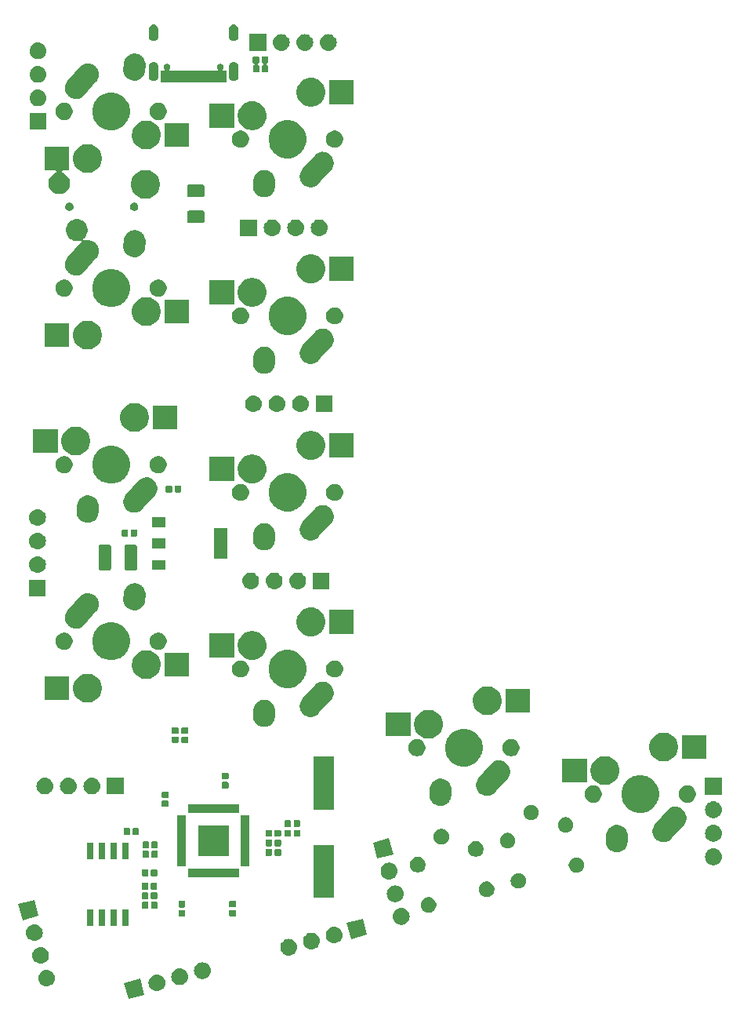
<source format=gbr>
G04 #@! TF.GenerationSoftware,KiCad,Pcbnew,(5.1.4)-1*
G04 #@! TF.CreationDate,2023-06-13T20:26:26-04:00*
G04 #@! TF.ProjectId,ThumbsUp,5468756d-6273-4557-902e-6b696361645f,rev?*
G04 #@! TF.SameCoordinates,Original*
G04 #@! TF.FileFunction,Soldermask,Bot*
G04 #@! TF.FilePolarity,Negative*
%FSLAX46Y46*%
G04 Gerber Fmt 4.6, Leading zero omitted, Abs format (unit mm)*
G04 Created by KiCad (PCBNEW (5.1.4)-1) date 2023-06-13 20:26:26*
%MOMM*%
%LPD*%
G04 APERTURE LIST*
%ADD10C,0.100000*%
G04 APERTURE END LIST*
D10*
G36*
X166955165Y-473619626D02*
G01*
X165214567Y-474086018D01*
X164748175Y-472345420D01*
X166488773Y-471879028D01*
X166955165Y-473619626D01*
X166955165Y-473619626D01*
G37*
G36*
X168415564Y-471430641D02*
G01*
X168481749Y-471437160D01*
X168651588Y-471488680D01*
X168808113Y-471572345D01*
X168843851Y-471601675D01*
X168945308Y-471684937D01*
X169028570Y-471786394D01*
X169057900Y-471822132D01*
X169141565Y-471978657D01*
X169193085Y-472148496D01*
X169210481Y-472325123D01*
X169193085Y-472501750D01*
X169141565Y-472671589D01*
X169057900Y-472828114D01*
X169028570Y-472863852D01*
X168945308Y-472965309D01*
X168843851Y-473048571D01*
X168808113Y-473077901D01*
X168651588Y-473161566D01*
X168481749Y-473213086D01*
X168415565Y-473219604D01*
X168349382Y-473226123D01*
X168260862Y-473226123D01*
X168194679Y-473219604D01*
X168128495Y-473213086D01*
X167958656Y-473161566D01*
X167802131Y-473077901D01*
X167766393Y-473048571D01*
X167664936Y-472965309D01*
X167581674Y-472863852D01*
X167552344Y-472828114D01*
X167468679Y-472671589D01*
X167417159Y-472501750D01*
X167399763Y-472325123D01*
X167417159Y-472148496D01*
X167468679Y-471978657D01*
X167552344Y-471822132D01*
X167581674Y-471786394D01*
X167664936Y-471684937D01*
X167766393Y-471601675D01*
X167802131Y-471572345D01*
X167958656Y-471488680D01*
X168128495Y-471437160D01*
X168194680Y-471430641D01*
X168260862Y-471424123D01*
X168349382Y-471424123D01*
X168415564Y-471430641D01*
X168415564Y-471430641D01*
G37*
G36*
X156501573Y-470920497D02*
G01*
X156567757Y-470927015D01*
X156737596Y-470978535D01*
X156894121Y-471062200D01*
X156929859Y-471091530D01*
X157031316Y-471174792D01*
X157114578Y-471276249D01*
X157143908Y-471311987D01*
X157227573Y-471468512D01*
X157279093Y-471638351D01*
X157296489Y-471814978D01*
X157279093Y-471991605D01*
X157227573Y-472161444D01*
X157143908Y-472317969D01*
X157121379Y-472345420D01*
X157031316Y-472455164D01*
X156929859Y-472538426D01*
X156894121Y-472567756D01*
X156737596Y-472651421D01*
X156567757Y-472702941D01*
X156501572Y-472709460D01*
X156435390Y-472715978D01*
X156346870Y-472715978D01*
X156280688Y-472709460D01*
X156214503Y-472702941D01*
X156044664Y-472651421D01*
X155888139Y-472567756D01*
X155852401Y-472538426D01*
X155750944Y-472455164D01*
X155660881Y-472345420D01*
X155638352Y-472317969D01*
X155554687Y-472161444D01*
X155503167Y-471991605D01*
X155485771Y-471814978D01*
X155503167Y-471638351D01*
X155554687Y-471468512D01*
X155638352Y-471311987D01*
X155667682Y-471276249D01*
X155750944Y-471174792D01*
X155852401Y-471091530D01*
X155888139Y-471062200D01*
X156044664Y-470978535D01*
X156214503Y-470927015D01*
X156280687Y-470920497D01*
X156346870Y-470913978D01*
X156435390Y-470913978D01*
X156501573Y-470920497D01*
X156501573Y-470920497D01*
G37*
G36*
X170869016Y-470773241D02*
G01*
X170935200Y-470779759D01*
X171105039Y-470831279D01*
X171261564Y-470914944D01*
X171276272Y-470927015D01*
X171398759Y-471027536D01*
X171482021Y-471128993D01*
X171511351Y-471164731D01*
X171595016Y-471321256D01*
X171646536Y-471491095D01*
X171663932Y-471667722D01*
X171646536Y-471844349D01*
X171595016Y-472014188D01*
X171511351Y-472170713D01*
X171482021Y-472206451D01*
X171398759Y-472307908D01*
X171297302Y-472391170D01*
X171261564Y-472420500D01*
X171105039Y-472504165D01*
X170935200Y-472555685D01*
X170869016Y-472562203D01*
X170802833Y-472568722D01*
X170714313Y-472568722D01*
X170648130Y-472562203D01*
X170581946Y-472555685D01*
X170412107Y-472504165D01*
X170255582Y-472420500D01*
X170219844Y-472391170D01*
X170118387Y-472307908D01*
X170035125Y-472206451D01*
X170005795Y-472170713D01*
X169922130Y-472014188D01*
X169870610Y-471844349D01*
X169853214Y-471667722D01*
X169870610Y-471491095D01*
X169922130Y-471321256D01*
X170005795Y-471164731D01*
X170035125Y-471128993D01*
X170118387Y-471027536D01*
X170240874Y-470927015D01*
X170255582Y-470914944D01*
X170412107Y-470831279D01*
X170581946Y-470779759D01*
X170648130Y-470773241D01*
X170714313Y-470766722D01*
X170802833Y-470766722D01*
X170869016Y-470773241D01*
X170869016Y-470773241D01*
G37*
G36*
X173322468Y-470115841D02*
G01*
X173388652Y-470122359D01*
X173558491Y-470173879D01*
X173715016Y-470257544D01*
X173750754Y-470286874D01*
X173852211Y-470370136D01*
X173935473Y-470471593D01*
X173964803Y-470507331D01*
X174048468Y-470663856D01*
X174099988Y-470833695D01*
X174117384Y-471010322D01*
X174099988Y-471186949D01*
X174048468Y-471356788D01*
X173964803Y-471513313D01*
X173935473Y-471549051D01*
X173852211Y-471650508D01*
X173750754Y-471733770D01*
X173715016Y-471763100D01*
X173558491Y-471846765D01*
X173388652Y-471898285D01*
X173322468Y-471904803D01*
X173256285Y-471911322D01*
X173167765Y-471911322D01*
X173101582Y-471904803D01*
X173035398Y-471898285D01*
X172865559Y-471846765D01*
X172709034Y-471763100D01*
X172673296Y-471733770D01*
X172571839Y-471650508D01*
X172488577Y-471549051D01*
X172459247Y-471513313D01*
X172375582Y-471356788D01*
X172324062Y-471186949D01*
X172306666Y-471010322D01*
X172324062Y-470833695D01*
X172375582Y-470663856D01*
X172459247Y-470507331D01*
X172488577Y-470471593D01*
X172571839Y-470370136D01*
X172673296Y-470286874D01*
X172709034Y-470257544D01*
X172865559Y-470173879D01*
X173035398Y-470122359D01*
X173101582Y-470115841D01*
X173167765Y-470109322D01*
X173256285Y-470109322D01*
X173322468Y-470115841D01*
X173322468Y-470115841D01*
G37*
G36*
X155826562Y-468465310D02*
G01*
X155910357Y-468473563D01*
X156080196Y-468525083D01*
X156236721Y-468608748D01*
X156272459Y-468638078D01*
X156373916Y-468721340D01*
X156457178Y-468822797D01*
X156486508Y-468858535D01*
X156570173Y-469015060D01*
X156621693Y-469184899D01*
X156639089Y-469361526D01*
X156621693Y-469538153D01*
X156570173Y-469707992D01*
X156486508Y-469864517D01*
X156457178Y-469900255D01*
X156373916Y-470001712D01*
X156272459Y-470084974D01*
X156236721Y-470114304D01*
X156080196Y-470197969D01*
X155910357Y-470249489D01*
X155844173Y-470256007D01*
X155777990Y-470262526D01*
X155689470Y-470262526D01*
X155623287Y-470256007D01*
X155557103Y-470249489D01*
X155387264Y-470197969D01*
X155230739Y-470114304D01*
X155195001Y-470084974D01*
X155093544Y-470001712D01*
X155010282Y-469900255D01*
X154980952Y-469864517D01*
X154897287Y-469707992D01*
X154845767Y-469538153D01*
X154828371Y-469361526D01*
X154845767Y-469184899D01*
X154897287Y-469015060D01*
X154980952Y-468858535D01*
X155010282Y-468822797D01*
X155093544Y-468721340D01*
X155195001Y-468638078D01*
X155230739Y-468608748D01*
X155387264Y-468525083D01*
X155557103Y-468473563D01*
X155640898Y-468465310D01*
X155689470Y-468460526D01*
X155777990Y-468460526D01*
X155826562Y-468465310D01*
X155826562Y-468465310D01*
G37*
G36*
X182662112Y-467588043D02*
G01*
X182728296Y-467594561D01*
X182898135Y-467646081D01*
X183054660Y-467729746D01*
X183090398Y-467759076D01*
X183191855Y-467842338D01*
X183275117Y-467943795D01*
X183304447Y-467979533D01*
X183388112Y-468136058D01*
X183439632Y-468305897D01*
X183457028Y-468482524D01*
X183439632Y-468659151D01*
X183388112Y-468828990D01*
X183304447Y-468985515D01*
X183280200Y-469015060D01*
X183191855Y-469122710D01*
X183090398Y-469205972D01*
X183054660Y-469235302D01*
X182898135Y-469318967D01*
X182728296Y-469370487D01*
X182662112Y-469377005D01*
X182595929Y-469383524D01*
X182507409Y-469383524D01*
X182441226Y-469377005D01*
X182375042Y-469370487D01*
X182205203Y-469318967D01*
X182048678Y-469235302D01*
X182012940Y-469205972D01*
X181911483Y-469122710D01*
X181823138Y-469015060D01*
X181798891Y-468985515D01*
X181715226Y-468828990D01*
X181663706Y-468659151D01*
X181646310Y-468482524D01*
X181663706Y-468305897D01*
X181715226Y-468136058D01*
X181798891Y-467979533D01*
X181828221Y-467943795D01*
X181911483Y-467842338D01*
X182012940Y-467759076D01*
X182048678Y-467729746D01*
X182205203Y-467646081D01*
X182375042Y-467594561D01*
X182441226Y-467588043D01*
X182507409Y-467581524D01*
X182595929Y-467581524D01*
X182662112Y-467588043D01*
X182662112Y-467588043D01*
G37*
G36*
X185115564Y-466930643D02*
G01*
X185181748Y-466937161D01*
X185351587Y-466988681D01*
X185508112Y-467072346D01*
X185543850Y-467101676D01*
X185645307Y-467184938D01*
X185728569Y-467286395D01*
X185757899Y-467322133D01*
X185841564Y-467478658D01*
X185893084Y-467648497D01*
X185910480Y-467825124D01*
X185893084Y-468001751D01*
X185841564Y-468171590D01*
X185757899Y-468328115D01*
X185728569Y-468363853D01*
X185645307Y-468465310D01*
X185543850Y-468548572D01*
X185508112Y-468577902D01*
X185351587Y-468661567D01*
X185181748Y-468713087D01*
X185115564Y-468719605D01*
X185049381Y-468726124D01*
X184960861Y-468726124D01*
X184894678Y-468719605D01*
X184828494Y-468713087D01*
X184658655Y-468661567D01*
X184502130Y-468577902D01*
X184466392Y-468548572D01*
X184364935Y-468465310D01*
X184281673Y-468363853D01*
X184252343Y-468328115D01*
X184168678Y-468171590D01*
X184117158Y-468001751D01*
X184099762Y-467825124D01*
X184117158Y-467648497D01*
X184168678Y-467478658D01*
X184252343Y-467322133D01*
X184281673Y-467286395D01*
X184364935Y-467184938D01*
X184466392Y-467101676D01*
X184502130Y-467072346D01*
X184658655Y-466988681D01*
X184828494Y-466937161D01*
X184894678Y-466930643D01*
X184960861Y-466924124D01*
X185049381Y-466924124D01*
X185115564Y-466930643D01*
X185115564Y-466930643D01*
G37*
G36*
X187569014Y-466273241D02*
G01*
X187635199Y-466279760D01*
X187805038Y-466331280D01*
X187961563Y-466414945D01*
X187997301Y-466444275D01*
X188098758Y-466527537D01*
X188182020Y-466628994D01*
X188211350Y-466664732D01*
X188295015Y-466821257D01*
X188346535Y-466991096D01*
X188363931Y-467167723D01*
X188346535Y-467344350D01*
X188295015Y-467514189D01*
X188211350Y-467670714D01*
X188182020Y-467706452D01*
X188098758Y-467807909D01*
X187997301Y-467891171D01*
X187961563Y-467920501D01*
X187805038Y-468004166D01*
X187635199Y-468055686D01*
X187569014Y-468062205D01*
X187502832Y-468068723D01*
X187414312Y-468068723D01*
X187348130Y-468062205D01*
X187281945Y-468055686D01*
X187112106Y-468004166D01*
X186955581Y-467920501D01*
X186919843Y-467891171D01*
X186818386Y-467807909D01*
X186735124Y-467706452D01*
X186705794Y-467670714D01*
X186622129Y-467514189D01*
X186570609Y-467344350D01*
X186553213Y-467167723D01*
X186570609Y-466991096D01*
X186622129Y-466821257D01*
X186705794Y-466664732D01*
X186735124Y-466628994D01*
X186818386Y-466527537D01*
X186919843Y-466444275D01*
X186955581Y-466414945D01*
X187112106Y-466331280D01*
X187281945Y-466279760D01*
X187348130Y-466273241D01*
X187414312Y-466266723D01*
X187502832Y-466266723D01*
X187569014Y-466273241D01*
X187569014Y-466273241D01*
G37*
G36*
X155186772Y-466013594D02*
G01*
X155252956Y-466020112D01*
X155422795Y-466071632D01*
X155579320Y-466155297D01*
X155615058Y-466184627D01*
X155716515Y-466267889D01*
X155799777Y-466369346D01*
X155829107Y-466405084D01*
X155912772Y-466561609D01*
X155964292Y-466731448D01*
X155981688Y-466908075D01*
X155964292Y-467084702D01*
X155912772Y-467254541D01*
X155829107Y-467411066D01*
X155799777Y-467446804D01*
X155716515Y-467548261D01*
X155636632Y-467613818D01*
X155579320Y-467660853D01*
X155422795Y-467744518D01*
X155252956Y-467796038D01*
X155186772Y-467802556D01*
X155120589Y-467809075D01*
X155032069Y-467809075D01*
X154965886Y-467802556D01*
X154899702Y-467796038D01*
X154729863Y-467744518D01*
X154573338Y-467660853D01*
X154516026Y-467613818D01*
X154436143Y-467548261D01*
X154352881Y-467446804D01*
X154323551Y-467411066D01*
X154239886Y-467254541D01*
X154188366Y-467084702D01*
X154170970Y-466908075D01*
X154188366Y-466731448D01*
X154239886Y-466561609D01*
X154323551Y-466405084D01*
X154352881Y-466369346D01*
X154436143Y-466267889D01*
X154537600Y-466184627D01*
X154573338Y-466155297D01*
X154729863Y-466071632D01*
X154899702Y-466020112D01*
X154965886Y-466013594D01*
X155032069Y-466007075D01*
X155120589Y-466007075D01*
X155186772Y-466013594D01*
X155186772Y-466013594D01*
G37*
G36*
X191015519Y-467147426D02*
G01*
X189274921Y-467613818D01*
X188808529Y-465873220D01*
X190549127Y-465406828D01*
X191015519Y-467147426D01*
X191015519Y-467147426D01*
G37*
G36*
X161471000Y-466176000D02*
G01*
X160719000Y-466176000D01*
X160719000Y-464424000D01*
X161471000Y-464424000D01*
X161471000Y-466176000D01*
X161471000Y-466176000D01*
G37*
G36*
X162741000Y-466176000D02*
G01*
X161989000Y-466176000D01*
X161989000Y-464424000D01*
X162741000Y-464424000D01*
X162741000Y-466176000D01*
X162741000Y-466176000D01*
G37*
G36*
X165281000Y-466176000D02*
G01*
X164529000Y-466176000D01*
X164529000Y-464424000D01*
X165281000Y-464424000D01*
X165281000Y-466176000D01*
X165281000Y-466176000D01*
G37*
G36*
X164011000Y-466176000D02*
G01*
X163259000Y-466176000D01*
X163259000Y-464424000D01*
X164011000Y-464424000D01*
X164011000Y-466176000D01*
X164011000Y-466176000D01*
G37*
G36*
X194786493Y-464271553D02*
G01*
X194875253Y-464280295D01*
X195045092Y-464331815D01*
X195201617Y-464415480D01*
X195237355Y-464444810D01*
X195338812Y-464528072D01*
X195408714Y-464613249D01*
X195451404Y-464665267D01*
X195535069Y-464821792D01*
X195586589Y-464991631D01*
X195603985Y-465168258D01*
X195586589Y-465344885D01*
X195535069Y-465514724D01*
X195451404Y-465671249D01*
X195422074Y-465706987D01*
X195338812Y-465808444D01*
X195259881Y-465873220D01*
X195201617Y-465921036D01*
X195045092Y-466004701D01*
X194875253Y-466056221D01*
X194809068Y-466062740D01*
X194742886Y-466069258D01*
X194654366Y-466069258D01*
X194588184Y-466062740D01*
X194521999Y-466056221D01*
X194352160Y-466004701D01*
X194195635Y-465921036D01*
X194137371Y-465873220D01*
X194058440Y-465808444D01*
X193975178Y-465706987D01*
X193945848Y-465671249D01*
X193862183Y-465514724D01*
X193810663Y-465344885D01*
X193793267Y-465168258D01*
X193810663Y-464991631D01*
X193862183Y-464821792D01*
X193945848Y-464665267D01*
X193988538Y-464613249D01*
X194058440Y-464528072D01*
X194159897Y-464444810D01*
X194195635Y-464415480D01*
X194352160Y-464331815D01*
X194521999Y-464280295D01*
X194610759Y-464271553D01*
X194654366Y-464267258D01*
X194742886Y-464267258D01*
X194786493Y-464271553D01*
X194786493Y-464271553D01*
G37*
G36*
X155522424Y-465091726D02*
G01*
X153781826Y-465558118D01*
X153315434Y-463817520D01*
X155056032Y-463351128D01*
X155522424Y-465091726D01*
X155522424Y-465091726D01*
G37*
G36*
X171281938Y-464476716D02*
G01*
X171302557Y-464482971D01*
X171321553Y-464493124D01*
X171338208Y-464506792D01*
X171351876Y-464523447D01*
X171362029Y-464542443D01*
X171368284Y-464563062D01*
X171371000Y-464590640D01*
X171371000Y-465049360D01*
X171368284Y-465076938D01*
X171362029Y-465097557D01*
X171351876Y-465116553D01*
X171338208Y-465133208D01*
X171321553Y-465146876D01*
X171302557Y-465157029D01*
X171281938Y-465163284D01*
X171254360Y-465166000D01*
X170745640Y-465166000D01*
X170718062Y-465163284D01*
X170697443Y-465157029D01*
X170678447Y-465146876D01*
X170661792Y-465133208D01*
X170648124Y-465116553D01*
X170637971Y-465097557D01*
X170631716Y-465076938D01*
X170629000Y-465049360D01*
X170629000Y-464590640D01*
X170631716Y-464563062D01*
X170637971Y-464542443D01*
X170648124Y-464523447D01*
X170661792Y-464506792D01*
X170678447Y-464493124D01*
X170697443Y-464482971D01*
X170718062Y-464476716D01*
X170745640Y-464474000D01*
X171254360Y-464474000D01*
X171281938Y-464476716D01*
X171281938Y-464476716D01*
G37*
G36*
X176769938Y-464456716D02*
G01*
X176790557Y-464462971D01*
X176809553Y-464473124D01*
X176826208Y-464486792D01*
X176839876Y-464503447D01*
X176850029Y-464522443D01*
X176856284Y-464543062D01*
X176859000Y-464570640D01*
X176859000Y-465029360D01*
X176856284Y-465056938D01*
X176850029Y-465077557D01*
X176839876Y-465096553D01*
X176826208Y-465113208D01*
X176809553Y-465126876D01*
X176790557Y-465137029D01*
X176769938Y-465143284D01*
X176742360Y-465146000D01*
X176233640Y-465146000D01*
X176206062Y-465143284D01*
X176185443Y-465137029D01*
X176166447Y-465126876D01*
X176149792Y-465113208D01*
X176136124Y-465096553D01*
X176125971Y-465077557D01*
X176119716Y-465056938D01*
X176117000Y-465029360D01*
X176117000Y-464570640D01*
X176119716Y-464543062D01*
X176125971Y-464522443D01*
X176136124Y-464503447D01*
X176149792Y-464486792D01*
X176166447Y-464473124D01*
X176185443Y-464462971D01*
X176206062Y-464456716D01*
X176233640Y-464454000D01*
X176742360Y-464454000D01*
X176769938Y-464456716D01*
X176769938Y-464456716D01*
G37*
G36*
X197892930Y-463112676D02*
G01*
X198045527Y-463175883D01*
X198182861Y-463267647D01*
X198299655Y-463384441D01*
X198391419Y-463521775D01*
X198454626Y-463674372D01*
X198486849Y-463836367D01*
X198486849Y-464001539D01*
X198454626Y-464163534D01*
X198391419Y-464316131D01*
X198299655Y-464453465D01*
X198182861Y-464570259D01*
X198045527Y-464662023D01*
X197892930Y-464725230D01*
X197730935Y-464757453D01*
X197565763Y-464757453D01*
X197403768Y-464725230D01*
X197251171Y-464662023D01*
X197113837Y-464570259D01*
X196997043Y-464453465D01*
X196905279Y-464316131D01*
X196842072Y-464163534D01*
X196809849Y-464001539D01*
X196809849Y-463836367D01*
X196842072Y-463674372D01*
X196905279Y-463521775D01*
X196997043Y-463384441D01*
X197113837Y-463267647D01*
X197251171Y-463175883D01*
X197403768Y-463112676D01*
X197565763Y-463080453D01*
X197730935Y-463080453D01*
X197892930Y-463112676D01*
X197892930Y-463112676D01*
G37*
G36*
X168276938Y-463581716D02*
G01*
X168297557Y-463587971D01*
X168316553Y-463598124D01*
X168333208Y-463611792D01*
X168346876Y-463628447D01*
X168357029Y-463647443D01*
X168363284Y-463668062D01*
X168366000Y-463695640D01*
X168366000Y-464204360D01*
X168363284Y-464231938D01*
X168357029Y-464252557D01*
X168346876Y-464271553D01*
X168333208Y-464288208D01*
X168316553Y-464301876D01*
X168297557Y-464312029D01*
X168276938Y-464318284D01*
X168249360Y-464321000D01*
X167790640Y-464321000D01*
X167763062Y-464318284D01*
X167742443Y-464312029D01*
X167723447Y-464301876D01*
X167706792Y-464288208D01*
X167693124Y-464271553D01*
X167682971Y-464252557D01*
X167676716Y-464231938D01*
X167674000Y-464204360D01*
X167674000Y-463695640D01*
X167676716Y-463668062D01*
X167682971Y-463647443D01*
X167693124Y-463628447D01*
X167706792Y-463611792D01*
X167723447Y-463598124D01*
X167742443Y-463587971D01*
X167763062Y-463581716D01*
X167790640Y-463579000D01*
X168249360Y-463579000D01*
X168276938Y-463581716D01*
X168276938Y-463581716D01*
G37*
G36*
X167306938Y-463581716D02*
G01*
X167327557Y-463587971D01*
X167346553Y-463598124D01*
X167363208Y-463611792D01*
X167376876Y-463628447D01*
X167387029Y-463647443D01*
X167393284Y-463668062D01*
X167396000Y-463695640D01*
X167396000Y-464204360D01*
X167393284Y-464231938D01*
X167387029Y-464252557D01*
X167376876Y-464271553D01*
X167363208Y-464288208D01*
X167346553Y-464301876D01*
X167327557Y-464312029D01*
X167306938Y-464318284D01*
X167279360Y-464321000D01*
X166820640Y-464321000D01*
X166793062Y-464318284D01*
X166772443Y-464312029D01*
X166753447Y-464301876D01*
X166736792Y-464288208D01*
X166723124Y-464271553D01*
X166712971Y-464252557D01*
X166706716Y-464231938D01*
X166704000Y-464204360D01*
X166704000Y-463695640D01*
X166706716Y-463668062D01*
X166712971Y-463647443D01*
X166723124Y-463628447D01*
X166736792Y-463611792D01*
X166753447Y-463598124D01*
X166772443Y-463587971D01*
X166793062Y-463581716D01*
X166820640Y-463579000D01*
X167279360Y-463579000D01*
X167306938Y-463581716D01*
X167306938Y-463581716D01*
G37*
G36*
X171281938Y-463506716D02*
G01*
X171302557Y-463512971D01*
X171321553Y-463523124D01*
X171338208Y-463536792D01*
X171351876Y-463553447D01*
X171362029Y-463572443D01*
X171368284Y-463593062D01*
X171371000Y-463620640D01*
X171371000Y-464079360D01*
X171368284Y-464106938D01*
X171362029Y-464127557D01*
X171351876Y-464146553D01*
X171338208Y-464163208D01*
X171321553Y-464176876D01*
X171302557Y-464187029D01*
X171281938Y-464193284D01*
X171254360Y-464196000D01*
X170745640Y-464196000D01*
X170718062Y-464193284D01*
X170697443Y-464187029D01*
X170678447Y-464176876D01*
X170661792Y-464163208D01*
X170648124Y-464146553D01*
X170637971Y-464127557D01*
X170631716Y-464106938D01*
X170629000Y-464079360D01*
X170629000Y-463620640D01*
X170631716Y-463593062D01*
X170637971Y-463572443D01*
X170648124Y-463553447D01*
X170661792Y-463536792D01*
X170678447Y-463523124D01*
X170697443Y-463512971D01*
X170718062Y-463506716D01*
X170745640Y-463504000D01*
X171254360Y-463504000D01*
X171281938Y-463506716D01*
X171281938Y-463506716D01*
G37*
G36*
X176769938Y-463486716D02*
G01*
X176790557Y-463492971D01*
X176809553Y-463503124D01*
X176826208Y-463516792D01*
X176839876Y-463533447D01*
X176850029Y-463552443D01*
X176856284Y-463573062D01*
X176859000Y-463600640D01*
X176859000Y-464059360D01*
X176856284Y-464086938D01*
X176850029Y-464107557D01*
X176839876Y-464126553D01*
X176826208Y-464143208D01*
X176809553Y-464156876D01*
X176790557Y-464167029D01*
X176769938Y-464173284D01*
X176742360Y-464176000D01*
X176233640Y-464176000D01*
X176206062Y-464173284D01*
X176185443Y-464167029D01*
X176166447Y-464156876D01*
X176149792Y-464143208D01*
X176136124Y-464126553D01*
X176125971Y-464107557D01*
X176119716Y-464086938D01*
X176117000Y-464059360D01*
X176117000Y-463600640D01*
X176119716Y-463573062D01*
X176125971Y-463552443D01*
X176136124Y-463533447D01*
X176149792Y-463516792D01*
X176166447Y-463503124D01*
X176185443Y-463492971D01*
X176206062Y-463486716D01*
X176233640Y-463484000D01*
X176742360Y-463484000D01*
X176769938Y-463486716D01*
X176769938Y-463486716D01*
G37*
G36*
X194151668Y-461820324D02*
G01*
X194217853Y-461826843D01*
X194387692Y-461878363D01*
X194544217Y-461962028D01*
X194579955Y-461991358D01*
X194681412Y-462074620D01*
X194764674Y-462176077D01*
X194794004Y-462211815D01*
X194877669Y-462368340D01*
X194929189Y-462538179D01*
X194946585Y-462714806D01*
X194929189Y-462891433D01*
X194886563Y-463031951D01*
X194877668Y-463061274D01*
X194850193Y-463112676D01*
X194794004Y-463217797D01*
X194772406Y-463244114D01*
X194681412Y-463354992D01*
X194579955Y-463438254D01*
X194544217Y-463467584D01*
X194387692Y-463551249D01*
X194217853Y-463602769D01*
X194163157Y-463608156D01*
X194085486Y-463615806D01*
X193996966Y-463615806D01*
X193919295Y-463608156D01*
X193864599Y-463602769D01*
X193694760Y-463551249D01*
X193538235Y-463467584D01*
X193502497Y-463438254D01*
X193401040Y-463354992D01*
X193310046Y-463244114D01*
X193288448Y-463217797D01*
X193232259Y-463112676D01*
X193204784Y-463061274D01*
X193195889Y-463031951D01*
X193153263Y-462891433D01*
X193135867Y-462714806D01*
X193153263Y-462538179D01*
X193204783Y-462368340D01*
X193288448Y-462211815D01*
X193317778Y-462176077D01*
X193401040Y-462074620D01*
X193502497Y-461991358D01*
X193538235Y-461962028D01*
X193694760Y-461878363D01*
X193864599Y-461826843D01*
X193930784Y-461820324D01*
X193996966Y-461813806D01*
X194085486Y-461813806D01*
X194151668Y-461820324D01*
X194151668Y-461820324D01*
G37*
G36*
X168256938Y-462581716D02*
G01*
X168277557Y-462587971D01*
X168296553Y-462598124D01*
X168313208Y-462611792D01*
X168326876Y-462628447D01*
X168337029Y-462647443D01*
X168343284Y-462668062D01*
X168346000Y-462695640D01*
X168346000Y-463204360D01*
X168343284Y-463231938D01*
X168337029Y-463252557D01*
X168326876Y-463271553D01*
X168313208Y-463288208D01*
X168296553Y-463301876D01*
X168277557Y-463312029D01*
X168256938Y-463318284D01*
X168229360Y-463321000D01*
X167770640Y-463321000D01*
X167743062Y-463318284D01*
X167722443Y-463312029D01*
X167703447Y-463301876D01*
X167686792Y-463288208D01*
X167673124Y-463271553D01*
X167662971Y-463252557D01*
X167656716Y-463231938D01*
X167654000Y-463204360D01*
X167654000Y-462695640D01*
X167656716Y-462668062D01*
X167662971Y-462647443D01*
X167673124Y-462628447D01*
X167686792Y-462611792D01*
X167703447Y-462598124D01*
X167722443Y-462587971D01*
X167743062Y-462581716D01*
X167770640Y-462579000D01*
X168229360Y-462579000D01*
X168256938Y-462581716D01*
X168256938Y-462581716D01*
G37*
G36*
X167286938Y-462581716D02*
G01*
X167307557Y-462587971D01*
X167326553Y-462598124D01*
X167343208Y-462611792D01*
X167356876Y-462628447D01*
X167367029Y-462647443D01*
X167373284Y-462668062D01*
X167376000Y-462695640D01*
X167376000Y-463204360D01*
X167373284Y-463231938D01*
X167367029Y-463252557D01*
X167356876Y-463271553D01*
X167343208Y-463288208D01*
X167326553Y-463301876D01*
X167307557Y-463312029D01*
X167286938Y-463318284D01*
X167259360Y-463321000D01*
X166800640Y-463321000D01*
X166773062Y-463318284D01*
X166752443Y-463312029D01*
X166733447Y-463301876D01*
X166716792Y-463288208D01*
X166703124Y-463271553D01*
X166692971Y-463252557D01*
X166686716Y-463231938D01*
X166684000Y-463204360D01*
X166684000Y-462695640D01*
X166686716Y-462668062D01*
X166692971Y-462647443D01*
X166703124Y-462628447D01*
X166716792Y-462611792D01*
X166733447Y-462598124D01*
X166752443Y-462587971D01*
X166773062Y-462581716D01*
X166800640Y-462579000D01*
X167259360Y-462579000D01*
X167286938Y-462581716D01*
X167286938Y-462581716D01*
G37*
G36*
X187401000Y-463126000D02*
G01*
X185199000Y-463126000D01*
X185199000Y-457424000D01*
X187401000Y-457424000D01*
X187401000Y-463126000D01*
X187401000Y-463126000D01*
G37*
G36*
X204168502Y-461419397D02*
G01*
X204321099Y-461482604D01*
X204458433Y-461574368D01*
X204575227Y-461691162D01*
X204666991Y-461828496D01*
X204730198Y-461981093D01*
X204762421Y-462143088D01*
X204762421Y-462308260D01*
X204730198Y-462470255D01*
X204666991Y-462622852D01*
X204575227Y-462760186D01*
X204458433Y-462876980D01*
X204321099Y-462968744D01*
X204168502Y-463031951D01*
X204006507Y-463064174D01*
X203841335Y-463064174D01*
X203679340Y-463031951D01*
X203526743Y-462968744D01*
X203389409Y-462876980D01*
X203272615Y-462760186D01*
X203180851Y-462622852D01*
X203117644Y-462470255D01*
X203085421Y-462308260D01*
X203085421Y-462143088D01*
X203117644Y-461981093D01*
X203180851Y-461828496D01*
X203272615Y-461691162D01*
X203389409Y-461574368D01*
X203526743Y-461482604D01*
X203679340Y-461419397D01*
X203841335Y-461387174D01*
X204006507Y-461387174D01*
X204168502Y-461419397D01*
X204168502Y-461419397D01*
G37*
G36*
X167271938Y-461531716D02*
G01*
X167292557Y-461537971D01*
X167311553Y-461548124D01*
X167328208Y-461561792D01*
X167341876Y-461578447D01*
X167352029Y-461597443D01*
X167358284Y-461618062D01*
X167361000Y-461645640D01*
X167361000Y-462154360D01*
X167358284Y-462181938D01*
X167352029Y-462202557D01*
X167341876Y-462221553D01*
X167328208Y-462238208D01*
X167311553Y-462251876D01*
X167292557Y-462262029D01*
X167271938Y-462268284D01*
X167244360Y-462271000D01*
X166785640Y-462271000D01*
X166758062Y-462268284D01*
X166737443Y-462262029D01*
X166718447Y-462251876D01*
X166701792Y-462238208D01*
X166688124Y-462221553D01*
X166677971Y-462202557D01*
X166671716Y-462181938D01*
X166669000Y-462154360D01*
X166669000Y-461645640D01*
X166671716Y-461618062D01*
X166677971Y-461597443D01*
X166688124Y-461578447D01*
X166701792Y-461561792D01*
X166718447Y-461548124D01*
X166737443Y-461537971D01*
X166758062Y-461531716D01*
X166785640Y-461529000D01*
X167244360Y-461529000D01*
X167271938Y-461531716D01*
X167271938Y-461531716D01*
G37*
G36*
X168241938Y-461531716D02*
G01*
X168262557Y-461537971D01*
X168281553Y-461548124D01*
X168298208Y-461561792D01*
X168311876Y-461578447D01*
X168322029Y-461597443D01*
X168328284Y-461618062D01*
X168331000Y-461645640D01*
X168331000Y-462154360D01*
X168328284Y-462181938D01*
X168322029Y-462202557D01*
X168311876Y-462221553D01*
X168298208Y-462238208D01*
X168281553Y-462251876D01*
X168262557Y-462262029D01*
X168241938Y-462268284D01*
X168214360Y-462271000D01*
X167755640Y-462271000D01*
X167728062Y-462268284D01*
X167707443Y-462262029D01*
X167688447Y-462251876D01*
X167671792Y-462238208D01*
X167658124Y-462221553D01*
X167647971Y-462202557D01*
X167641716Y-462181938D01*
X167639000Y-462154360D01*
X167639000Y-461645640D01*
X167641716Y-461618062D01*
X167647971Y-461597443D01*
X167658124Y-461578447D01*
X167671792Y-461561792D01*
X167688447Y-461548124D01*
X167707443Y-461537971D01*
X167728062Y-461531716D01*
X167755640Y-461529000D01*
X168214360Y-461529000D01*
X168241938Y-461531716D01*
X168241938Y-461531716D01*
G37*
G36*
X207592930Y-460512676D02*
G01*
X207745527Y-460575883D01*
X207882861Y-460667647D01*
X207999655Y-460784441D01*
X208091419Y-460921775D01*
X208154626Y-461074372D01*
X208186849Y-461236367D01*
X208186849Y-461401539D01*
X208154626Y-461563534D01*
X208091419Y-461716131D01*
X207999655Y-461853465D01*
X207882861Y-461970259D01*
X207745527Y-462062023D01*
X207592930Y-462125230D01*
X207430935Y-462157453D01*
X207265763Y-462157453D01*
X207103768Y-462125230D01*
X206951171Y-462062023D01*
X206813837Y-461970259D01*
X206697043Y-461853465D01*
X206605279Y-461716131D01*
X206542072Y-461563534D01*
X206509849Y-461401539D01*
X206509849Y-461236367D01*
X206542072Y-461074372D01*
X206605279Y-460921775D01*
X206697043Y-460784441D01*
X206813837Y-460667647D01*
X206951171Y-460575883D01*
X207103768Y-460512676D01*
X207265763Y-460480453D01*
X207430935Y-460480453D01*
X207592930Y-460512676D01*
X207592930Y-460512676D01*
G37*
G36*
X193494267Y-459366873D02*
G01*
X193560452Y-459373392D01*
X193730291Y-459424912D01*
X193886816Y-459508577D01*
X193922554Y-459537907D01*
X194024011Y-459621169D01*
X194107273Y-459722626D01*
X194136603Y-459758364D01*
X194220268Y-459914889D01*
X194271788Y-460084728D01*
X194289184Y-460261355D01*
X194271788Y-460437982D01*
X194220268Y-460607821D01*
X194136603Y-460764346D01*
X194130688Y-460771553D01*
X194024011Y-460901541D01*
X193922554Y-460984803D01*
X193886816Y-461014133D01*
X193730291Y-461097798D01*
X193560452Y-461149318D01*
X193494268Y-461155836D01*
X193428085Y-461162355D01*
X193339565Y-461162355D01*
X193273382Y-461155836D01*
X193207198Y-461149318D01*
X193037359Y-461097798D01*
X192880834Y-461014133D01*
X192845096Y-460984803D01*
X192743639Y-460901541D01*
X192636962Y-460771553D01*
X192631047Y-460764346D01*
X192547382Y-460607821D01*
X192495862Y-460437982D01*
X192478466Y-460261355D01*
X192495862Y-460084728D01*
X192547382Y-459914889D01*
X192631047Y-459758364D01*
X192660377Y-459722626D01*
X192743639Y-459621169D01*
X192845096Y-459537907D01*
X192880834Y-459508577D01*
X193037359Y-459424912D01*
X193207198Y-459373392D01*
X193273383Y-459366873D01*
X193339565Y-459360355D01*
X193428085Y-459360355D01*
X193494267Y-459366873D01*
X193494267Y-459366873D01*
G37*
G36*
X177151000Y-460926000D02*
G01*
X171649000Y-460926000D01*
X171649000Y-459974000D01*
X177151000Y-459974000D01*
X177151000Y-460926000D01*
X177151000Y-460926000D01*
G37*
G36*
X167286938Y-460081716D02*
G01*
X167307557Y-460087971D01*
X167326553Y-460098124D01*
X167343208Y-460111792D01*
X167356876Y-460128447D01*
X167367029Y-460147443D01*
X167373284Y-460168062D01*
X167376000Y-460195640D01*
X167376000Y-460704360D01*
X167373284Y-460731938D01*
X167367029Y-460752557D01*
X167356876Y-460771553D01*
X167343208Y-460788208D01*
X167326553Y-460801876D01*
X167307557Y-460812029D01*
X167286938Y-460818284D01*
X167259360Y-460821000D01*
X166800640Y-460821000D01*
X166773062Y-460818284D01*
X166752443Y-460812029D01*
X166733447Y-460801876D01*
X166716792Y-460788208D01*
X166703124Y-460771553D01*
X166692971Y-460752557D01*
X166686716Y-460731938D01*
X166684000Y-460704360D01*
X166684000Y-460195640D01*
X166686716Y-460168062D01*
X166692971Y-460147443D01*
X166703124Y-460128447D01*
X166716792Y-460111792D01*
X166733447Y-460098124D01*
X166752443Y-460087971D01*
X166773062Y-460081716D01*
X166800640Y-460079000D01*
X167259360Y-460079000D01*
X167286938Y-460081716D01*
X167286938Y-460081716D01*
G37*
G36*
X168256938Y-460081716D02*
G01*
X168277557Y-460087971D01*
X168296553Y-460098124D01*
X168313208Y-460111792D01*
X168326876Y-460128447D01*
X168337029Y-460147443D01*
X168343284Y-460168062D01*
X168346000Y-460195640D01*
X168346000Y-460704360D01*
X168343284Y-460731938D01*
X168337029Y-460752557D01*
X168326876Y-460771553D01*
X168313208Y-460788208D01*
X168296553Y-460801876D01*
X168277557Y-460812029D01*
X168256938Y-460818284D01*
X168229360Y-460821000D01*
X167770640Y-460821000D01*
X167743062Y-460818284D01*
X167722443Y-460812029D01*
X167703447Y-460801876D01*
X167686792Y-460788208D01*
X167673124Y-460771553D01*
X167662971Y-460752557D01*
X167656716Y-460731938D01*
X167654000Y-460704360D01*
X167654000Y-460195640D01*
X167656716Y-460168062D01*
X167662971Y-460147443D01*
X167673124Y-460128447D01*
X167686792Y-460111792D01*
X167703447Y-460098124D01*
X167722443Y-460087971D01*
X167743062Y-460081716D01*
X167770640Y-460079000D01*
X168229360Y-460079000D01*
X168256938Y-460081716D01*
X168256938Y-460081716D01*
G37*
G36*
X213868502Y-458819397D02*
G01*
X214021099Y-458882604D01*
X214158433Y-458974368D01*
X214275227Y-459091162D01*
X214366991Y-459228496D01*
X214430198Y-459381093D01*
X214462421Y-459543088D01*
X214462421Y-459708260D01*
X214430198Y-459870255D01*
X214366991Y-460022852D01*
X214275227Y-460160186D01*
X214158433Y-460276980D01*
X214021099Y-460368744D01*
X213868502Y-460431951D01*
X213706507Y-460464174D01*
X213541335Y-460464174D01*
X213379340Y-460431951D01*
X213226743Y-460368744D01*
X213089409Y-460276980D01*
X212972615Y-460160186D01*
X212880851Y-460022852D01*
X212817644Y-459870255D01*
X212785421Y-459708260D01*
X212785421Y-459543088D01*
X212817644Y-459381093D01*
X212880851Y-459228496D01*
X212972615Y-459091162D01*
X213089409Y-458974368D01*
X213226743Y-458882604D01*
X213379340Y-458819397D01*
X213541335Y-458787174D01*
X213706507Y-458787174D01*
X213868502Y-458819397D01*
X213868502Y-458819397D01*
G37*
G36*
X196720660Y-458768049D02*
G01*
X196873257Y-458831256D01*
X197010591Y-458923020D01*
X197127385Y-459039814D01*
X197219149Y-459177148D01*
X197282356Y-459329745D01*
X197314579Y-459491740D01*
X197314579Y-459656912D01*
X197282356Y-459818907D01*
X197219149Y-459971504D01*
X197127385Y-460108838D01*
X197010591Y-460225632D01*
X196873257Y-460317396D01*
X196720660Y-460380603D01*
X196558665Y-460412826D01*
X196393493Y-460412826D01*
X196231498Y-460380603D01*
X196078901Y-460317396D01*
X195941567Y-460225632D01*
X195824773Y-460108838D01*
X195733009Y-459971504D01*
X195669802Y-459818907D01*
X195637579Y-459656912D01*
X195637579Y-459491740D01*
X195669802Y-459329745D01*
X195733009Y-459177148D01*
X195824773Y-459039814D01*
X195941567Y-458923020D01*
X196078901Y-458831256D01*
X196231498Y-458768049D01*
X196393493Y-458735826D01*
X196558665Y-458735826D01*
X196720660Y-458768049D01*
X196720660Y-458768049D01*
G37*
G36*
X178326000Y-459751000D02*
G01*
X177374000Y-459751000D01*
X177374000Y-454249000D01*
X178326000Y-454249000D01*
X178326000Y-459751000D01*
X178326000Y-459751000D01*
G37*
G36*
X171426000Y-459751000D02*
G01*
X170474000Y-459751000D01*
X170474000Y-454249000D01*
X171426000Y-454249000D01*
X171426000Y-459751000D01*
X171426000Y-459751000D01*
G37*
G36*
X228522467Y-457835840D02*
G01*
X228588652Y-457842359D01*
X228758491Y-457893879D01*
X228915016Y-457977544D01*
X228937066Y-457995640D01*
X229052211Y-458090136D01*
X229118678Y-458171128D01*
X229164803Y-458227331D01*
X229248468Y-458383856D01*
X229299988Y-458553695D01*
X229317384Y-458730322D01*
X229299988Y-458906949D01*
X229248468Y-459076788D01*
X229164803Y-459233313D01*
X229135473Y-459269051D01*
X229052211Y-459370508D01*
X228985917Y-459424913D01*
X228915016Y-459483100D01*
X228758491Y-459566765D01*
X228588652Y-459618285D01*
X228522467Y-459624804D01*
X228456285Y-459631322D01*
X228367765Y-459631322D01*
X228301583Y-459624804D01*
X228235398Y-459618285D01*
X228065559Y-459566765D01*
X227909034Y-459483100D01*
X227838133Y-459424913D01*
X227771839Y-459370508D01*
X227688577Y-459269051D01*
X227659247Y-459233313D01*
X227575582Y-459076788D01*
X227524062Y-458906949D01*
X227506666Y-458730322D01*
X227524062Y-458553695D01*
X227575582Y-458383856D01*
X227659247Y-458227331D01*
X227705372Y-458171128D01*
X227771839Y-458090136D01*
X227886984Y-457995640D01*
X227909034Y-457977544D01*
X228065559Y-457893879D01*
X228235398Y-457842359D01*
X228301583Y-457835840D01*
X228367765Y-457829322D01*
X228456285Y-457829322D01*
X228522467Y-457835840D01*
X228522467Y-457835840D01*
G37*
G36*
X164011000Y-458976000D02*
G01*
X163259000Y-458976000D01*
X163259000Y-457224000D01*
X164011000Y-457224000D01*
X164011000Y-458976000D01*
X164011000Y-458976000D01*
G37*
G36*
X165281000Y-458976000D02*
G01*
X164529000Y-458976000D01*
X164529000Y-457224000D01*
X165281000Y-457224000D01*
X165281000Y-458976000D01*
X165281000Y-458976000D01*
G37*
G36*
X162741000Y-458976000D02*
G01*
X161989000Y-458976000D01*
X161989000Y-457224000D01*
X162741000Y-457224000D01*
X162741000Y-458976000D01*
X162741000Y-458976000D01*
G37*
G36*
X161471000Y-458976000D02*
G01*
X160719000Y-458976000D01*
X160719000Y-457224000D01*
X161471000Y-457224000D01*
X161471000Y-458976000D01*
X161471000Y-458976000D01*
G37*
G36*
X193829920Y-458445006D02*
G01*
X192089322Y-458911398D01*
X191622930Y-457170800D01*
X193363528Y-456704408D01*
X193829920Y-458445006D01*
X193829920Y-458445006D01*
G37*
G36*
X168326938Y-458081716D02*
G01*
X168347557Y-458087971D01*
X168366553Y-458098124D01*
X168383208Y-458111792D01*
X168396876Y-458128447D01*
X168407029Y-458147443D01*
X168413284Y-458168062D01*
X168416000Y-458195640D01*
X168416000Y-458704360D01*
X168413284Y-458731938D01*
X168407029Y-458752557D01*
X168396876Y-458771553D01*
X168383208Y-458788208D01*
X168366553Y-458801876D01*
X168347557Y-458812029D01*
X168326938Y-458818284D01*
X168299360Y-458821000D01*
X167840640Y-458821000D01*
X167813062Y-458818284D01*
X167792443Y-458812029D01*
X167773447Y-458801876D01*
X167756792Y-458788208D01*
X167743124Y-458771553D01*
X167732971Y-458752557D01*
X167726716Y-458731938D01*
X167724000Y-458704360D01*
X167724000Y-458195640D01*
X167726716Y-458168062D01*
X167732971Y-458147443D01*
X167743124Y-458128447D01*
X167756792Y-458111792D01*
X167773447Y-458098124D01*
X167792443Y-458087971D01*
X167813062Y-458081716D01*
X167840640Y-458079000D01*
X168299360Y-458079000D01*
X168326938Y-458081716D01*
X168326938Y-458081716D01*
G37*
G36*
X167356938Y-458081716D02*
G01*
X167377557Y-458087971D01*
X167396553Y-458098124D01*
X167413208Y-458111792D01*
X167426876Y-458128447D01*
X167437029Y-458147443D01*
X167443284Y-458168062D01*
X167446000Y-458195640D01*
X167446000Y-458704360D01*
X167443284Y-458731938D01*
X167437029Y-458752557D01*
X167426876Y-458771553D01*
X167413208Y-458788208D01*
X167396553Y-458801876D01*
X167377557Y-458812029D01*
X167356938Y-458818284D01*
X167329360Y-458821000D01*
X166870640Y-458821000D01*
X166843062Y-458818284D01*
X166822443Y-458812029D01*
X166803447Y-458801876D01*
X166786792Y-458788208D01*
X166773124Y-458771553D01*
X166762971Y-458752557D01*
X166756716Y-458731938D01*
X166754000Y-458704360D01*
X166754000Y-458195640D01*
X166756716Y-458168062D01*
X166762971Y-458147443D01*
X166773124Y-458128447D01*
X166786792Y-458111792D01*
X166803447Y-458098124D01*
X166822443Y-458087971D01*
X166843062Y-458081716D01*
X166870640Y-458079000D01*
X167329360Y-458079000D01*
X167356938Y-458081716D01*
X167356938Y-458081716D01*
G37*
G36*
X202996232Y-457074770D02*
G01*
X203148829Y-457137977D01*
X203286163Y-457229741D01*
X203402957Y-457346535D01*
X203494721Y-457483869D01*
X203557928Y-457636466D01*
X203590151Y-457798461D01*
X203590151Y-457963633D01*
X203557928Y-458125628D01*
X203494721Y-458278225D01*
X203402957Y-458415559D01*
X203286163Y-458532353D01*
X203148829Y-458624117D01*
X202996232Y-458687324D01*
X202834237Y-458719547D01*
X202669065Y-458719547D01*
X202507070Y-458687324D01*
X202354473Y-458624117D01*
X202217139Y-458532353D01*
X202100345Y-458415559D01*
X202008581Y-458278225D01*
X201945374Y-458125628D01*
X201913151Y-457963633D01*
X201913151Y-457798461D01*
X201945374Y-457636466D01*
X202008581Y-457483869D01*
X202100345Y-457346535D01*
X202217139Y-457229741D01*
X202354473Y-457137977D01*
X202507070Y-457074770D01*
X202669065Y-457042547D01*
X202834237Y-457042547D01*
X202996232Y-457074770D01*
X202996232Y-457074770D01*
G37*
G36*
X176051000Y-458651000D02*
G01*
X172749000Y-458651000D01*
X172749000Y-455349000D01*
X176051000Y-455349000D01*
X176051000Y-458651000D01*
X176051000Y-458651000D01*
G37*
G36*
X181626938Y-457881716D02*
G01*
X181647557Y-457887971D01*
X181666553Y-457898124D01*
X181683208Y-457911792D01*
X181696876Y-457928447D01*
X181707029Y-457947443D01*
X181713284Y-457968062D01*
X181716000Y-457995640D01*
X181716000Y-458504360D01*
X181713284Y-458531938D01*
X181707029Y-458552557D01*
X181696876Y-458571553D01*
X181683208Y-458588208D01*
X181666553Y-458601876D01*
X181647557Y-458612029D01*
X181626938Y-458618284D01*
X181599360Y-458621000D01*
X181140640Y-458621000D01*
X181113062Y-458618284D01*
X181092443Y-458612029D01*
X181073447Y-458601876D01*
X181056792Y-458588208D01*
X181043124Y-458571553D01*
X181032971Y-458552557D01*
X181026716Y-458531938D01*
X181024000Y-458504360D01*
X181024000Y-457995640D01*
X181026716Y-457968062D01*
X181032971Y-457947443D01*
X181043124Y-457928447D01*
X181056792Y-457911792D01*
X181073447Y-457898124D01*
X181092443Y-457887971D01*
X181113062Y-457881716D01*
X181140640Y-457879000D01*
X181599360Y-457879000D01*
X181626938Y-457881716D01*
X181626938Y-457881716D01*
G37*
G36*
X180656938Y-457881716D02*
G01*
X180677557Y-457887971D01*
X180696553Y-457898124D01*
X180713208Y-457911792D01*
X180726876Y-457928447D01*
X180737029Y-457947443D01*
X180743284Y-457968062D01*
X180746000Y-457995640D01*
X180746000Y-458504360D01*
X180743284Y-458531938D01*
X180737029Y-458552557D01*
X180726876Y-458571553D01*
X180713208Y-458588208D01*
X180696553Y-458601876D01*
X180677557Y-458612029D01*
X180656938Y-458618284D01*
X180629360Y-458621000D01*
X180170640Y-458621000D01*
X180143062Y-458618284D01*
X180122443Y-458612029D01*
X180103447Y-458601876D01*
X180086792Y-458588208D01*
X180073124Y-458571553D01*
X180062971Y-458552557D01*
X180056716Y-458531938D01*
X180054000Y-458504360D01*
X180054000Y-457995640D01*
X180056716Y-457968062D01*
X180062971Y-457947443D01*
X180073124Y-457928447D01*
X180086792Y-457911792D01*
X180103447Y-457898124D01*
X180122443Y-457887971D01*
X180143062Y-457881716D01*
X180170640Y-457879000D01*
X180629360Y-457879000D01*
X180656938Y-457881716D01*
X180656938Y-457881716D01*
G37*
G36*
X218321755Y-455319946D02*
G01*
X218538280Y-455402283D01*
X218734582Y-455525281D01*
X218903115Y-455684211D01*
X219037405Y-455872967D01*
X219132290Y-456084295D01*
X219184123Y-456310073D01*
X219189213Y-456483599D01*
X219148442Y-457074770D01*
X219148321Y-457076526D01*
X219148025Y-457085126D01*
X219148025Y-457156149D01*
X219129143Y-457251075D01*
X219128481Y-457254679D01*
X219112401Y-457350052D01*
X219109940Y-457356525D01*
X219104184Y-457376550D01*
X219102832Y-457383349D01*
X219091953Y-457409613D01*
X219065788Y-457472782D01*
X219064436Y-457476186D01*
X219030063Y-457566577D01*
X219026389Y-457572441D01*
X219016838Y-457590957D01*
X219014183Y-457597367D01*
X218960368Y-457677907D01*
X218958448Y-457680873D01*
X218907066Y-457762879D01*
X218902314Y-457767918D01*
X218889336Y-457784215D01*
X218885488Y-457789974D01*
X218817022Y-457858440D01*
X218814501Y-457861037D01*
X218748136Y-457931412D01*
X218742503Y-457935420D01*
X218726581Y-457948881D01*
X218721681Y-457953781D01*
X218641177Y-458007572D01*
X218638227Y-458009606D01*
X218559380Y-458065702D01*
X218553058Y-458068541D01*
X218534835Y-458078628D01*
X218529070Y-458082480D01*
X218439560Y-458119556D01*
X218436397Y-458120921D01*
X218348052Y-458160587D01*
X218341300Y-458162137D01*
X218321463Y-458168474D01*
X218315052Y-458171129D01*
X218220075Y-458190021D01*
X218216624Y-458190760D01*
X218122274Y-458212420D01*
X218115366Y-458212623D01*
X218094655Y-458214969D01*
X218087851Y-458216322D01*
X217991052Y-458216322D01*
X217987388Y-458216376D01*
X217890723Y-458219211D01*
X217890722Y-458219211D01*
X217883907Y-458218062D01*
X217863125Y-458216322D01*
X217856198Y-458216322D01*
X217761271Y-458197440D01*
X217757667Y-458196778D01*
X217730806Y-458192249D01*
X217662295Y-458180698D01*
X217655822Y-458178237D01*
X217635797Y-458172481D01*
X217628998Y-458171129D01*
X217569547Y-458146503D01*
X217539565Y-458134085D01*
X217536161Y-458132733D01*
X217505249Y-458120978D01*
X217445770Y-458098360D01*
X217439906Y-458094686D01*
X217421390Y-458085135D01*
X217414980Y-458082480D01*
X217334440Y-458028665D01*
X217331474Y-458026745D01*
X217249468Y-457975363D01*
X217244429Y-457970611D01*
X217228132Y-457957633D01*
X217222373Y-457953785D01*
X217153907Y-457885319D01*
X217151310Y-457882798D01*
X217080935Y-457816433D01*
X217076927Y-457810800D01*
X217063466Y-457794878D01*
X217058566Y-457789978D01*
X217010068Y-457717396D01*
X217004767Y-457709463D01*
X217002741Y-457706524D01*
X216946645Y-457627677D01*
X216943806Y-457621355D01*
X216933718Y-457603130D01*
X216929867Y-457597367D01*
X216892791Y-457507857D01*
X216891426Y-457504694D01*
X216851760Y-457416349D01*
X216850210Y-457409597D01*
X216843873Y-457389760D01*
X216841218Y-457383349D01*
X216822326Y-457288372D01*
X216821587Y-457284921D01*
X216799927Y-457190571D01*
X216799724Y-457183662D01*
X216797378Y-457162952D01*
X216796025Y-457156148D01*
X216796025Y-457059337D01*
X216795972Y-457055737D01*
X216794837Y-457017045D01*
X216795730Y-457004096D01*
X216796025Y-456995526D01*
X216796025Y-456924495D01*
X216802421Y-456892341D01*
X216804525Y-456876570D01*
X216842787Y-456321777D01*
X216871649Y-456150592D01*
X216953987Y-455934067D01*
X217076984Y-455737765D01*
X217182937Y-455625410D01*
X217235913Y-455569232D01*
X217330589Y-455501876D01*
X217424670Y-455434942D01*
X217635998Y-455340057D01*
X217861776Y-455288223D01*
X218093327Y-455281432D01*
X218321755Y-455319946D01*
X218321755Y-455319946D01*
G37*
G36*
X168326938Y-457081716D02*
G01*
X168347557Y-457087971D01*
X168366553Y-457098124D01*
X168383208Y-457111792D01*
X168396876Y-457128447D01*
X168407029Y-457147443D01*
X168413284Y-457168062D01*
X168416000Y-457195640D01*
X168416000Y-457704360D01*
X168413284Y-457731938D01*
X168407029Y-457752557D01*
X168396876Y-457771553D01*
X168383208Y-457788208D01*
X168366553Y-457801876D01*
X168347557Y-457812029D01*
X168326938Y-457818284D01*
X168299360Y-457821000D01*
X167840640Y-457821000D01*
X167813062Y-457818284D01*
X167792443Y-457812029D01*
X167773447Y-457801876D01*
X167756792Y-457788208D01*
X167743124Y-457771553D01*
X167732971Y-457752557D01*
X167726716Y-457731938D01*
X167724000Y-457704360D01*
X167724000Y-457195640D01*
X167726716Y-457168062D01*
X167732971Y-457147443D01*
X167743124Y-457128447D01*
X167756792Y-457111792D01*
X167773447Y-457098124D01*
X167792443Y-457087971D01*
X167813062Y-457081716D01*
X167840640Y-457079000D01*
X168299360Y-457079000D01*
X168326938Y-457081716D01*
X168326938Y-457081716D01*
G37*
G36*
X167356938Y-457081716D02*
G01*
X167377557Y-457087971D01*
X167396553Y-457098124D01*
X167413208Y-457111792D01*
X167426876Y-457128447D01*
X167437029Y-457147443D01*
X167443284Y-457168062D01*
X167446000Y-457195640D01*
X167446000Y-457704360D01*
X167443284Y-457731938D01*
X167437029Y-457752557D01*
X167426876Y-457771553D01*
X167413208Y-457788208D01*
X167396553Y-457801876D01*
X167377557Y-457812029D01*
X167356938Y-457818284D01*
X167329360Y-457821000D01*
X166870640Y-457821000D01*
X166843062Y-457818284D01*
X166822443Y-457812029D01*
X166803447Y-457801876D01*
X166786792Y-457788208D01*
X166773124Y-457771553D01*
X166762971Y-457752557D01*
X166756716Y-457731938D01*
X166754000Y-457704360D01*
X166754000Y-457195640D01*
X166756716Y-457168062D01*
X166762971Y-457147443D01*
X166773124Y-457128447D01*
X166786792Y-457111792D01*
X166803447Y-457098124D01*
X166822443Y-457087971D01*
X166843062Y-457081716D01*
X166870640Y-457079000D01*
X167329360Y-457079000D01*
X167356938Y-457081716D01*
X167356938Y-457081716D01*
G37*
G36*
X206420660Y-456168049D02*
G01*
X206573257Y-456231256D01*
X206710591Y-456323020D01*
X206827385Y-456439814D01*
X206919149Y-456577148D01*
X206982356Y-456729745D01*
X207014579Y-456891740D01*
X207014579Y-457056912D01*
X206982356Y-457218907D01*
X206919149Y-457371504D01*
X206827385Y-457508838D01*
X206710591Y-457625632D01*
X206573257Y-457717396D01*
X206420660Y-457780603D01*
X206258665Y-457812826D01*
X206093493Y-457812826D01*
X205931498Y-457780603D01*
X205778901Y-457717396D01*
X205641567Y-457625632D01*
X205524773Y-457508838D01*
X205433009Y-457371504D01*
X205369802Y-457218907D01*
X205337579Y-457056912D01*
X205337579Y-456891740D01*
X205369802Y-456729745D01*
X205433009Y-456577148D01*
X205524773Y-456439814D01*
X205641567Y-456323020D01*
X205778901Y-456231256D01*
X205931498Y-456168049D01*
X206093493Y-456135826D01*
X206258665Y-456135826D01*
X206420660Y-456168049D01*
X206420660Y-456168049D01*
G37*
G36*
X180656938Y-456856716D02*
G01*
X180677557Y-456862971D01*
X180696553Y-456873124D01*
X180713208Y-456886792D01*
X180726876Y-456903447D01*
X180737029Y-456922443D01*
X180743284Y-456943062D01*
X180746000Y-456970640D01*
X180746000Y-457479360D01*
X180743284Y-457506938D01*
X180737029Y-457527557D01*
X180726876Y-457546553D01*
X180713208Y-457563208D01*
X180696553Y-457576876D01*
X180677557Y-457587029D01*
X180656938Y-457593284D01*
X180629360Y-457596000D01*
X180170640Y-457596000D01*
X180143062Y-457593284D01*
X180122443Y-457587029D01*
X180103447Y-457576876D01*
X180086792Y-457563208D01*
X180073124Y-457546553D01*
X180062971Y-457527557D01*
X180056716Y-457506938D01*
X180054000Y-457479360D01*
X180054000Y-456970640D01*
X180056716Y-456943062D01*
X180062971Y-456922443D01*
X180073124Y-456903447D01*
X180086792Y-456886792D01*
X180103447Y-456873124D01*
X180122443Y-456862971D01*
X180143062Y-456856716D01*
X180170640Y-456854000D01*
X180629360Y-456854000D01*
X180656938Y-456856716D01*
X180656938Y-456856716D01*
G37*
G36*
X181626938Y-456856716D02*
G01*
X181647557Y-456862971D01*
X181666553Y-456873124D01*
X181683208Y-456886792D01*
X181696876Y-456903447D01*
X181707029Y-456922443D01*
X181713284Y-456943062D01*
X181716000Y-456970640D01*
X181716000Y-457479360D01*
X181713284Y-457506938D01*
X181707029Y-457527557D01*
X181696876Y-457546553D01*
X181683208Y-457563208D01*
X181666553Y-457576876D01*
X181647557Y-457587029D01*
X181626938Y-457593284D01*
X181599360Y-457596000D01*
X181140640Y-457596000D01*
X181113062Y-457593284D01*
X181092443Y-457587029D01*
X181073447Y-457576876D01*
X181056792Y-457563208D01*
X181043124Y-457546553D01*
X181032971Y-457527557D01*
X181026716Y-457506938D01*
X181024000Y-457479360D01*
X181024000Y-456970640D01*
X181026716Y-456943062D01*
X181032971Y-456922443D01*
X181043124Y-456903447D01*
X181056792Y-456886792D01*
X181073447Y-456873124D01*
X181092443Y-456862971D01*
X181113062Y-456856716D01*
X181140640Y-456854000D01*
X181599360Y-456854000D01*
X181626938Y-456856716D01*
X181626938Y-456856716D01*
G37*
G36*
X199272311Y-455749096D02*
G01*
X199424908Y-455812303D01*
X199562242Y-455904067D01*
X199679036Y-456020861D01*
X199770800Y-456158195D01*
X199834007Y-456310792D01*
X199866230Y-456472787D01*
X199866230Y-456637959D01*
X199834007Y-456799954D01*
X199770800Y-456952551D01*
X199679036Y-457089885D01*
X199562242Y-457206679D01*
X199424908Y-457298443D01*
X199272311Y-457361650D01*
X199110316Y-457393873D01*
X198945144Y-457393873D01*
X198783149Y-457361650D01*
X198630552Y-457298443D01*
X198493218Y-457206679D01*
X198376424Y-457089885D01*
X198284660Y-456952551D01*
X198221453Y-456799954D01*
X198189230Y-456637959D01*
X198189230Y-456472787D01*
X198221453Y-456310792D01*
X198284660Y-456158195D01*
X198376424Y-456020861D01*
X198493218Y-455904067D01*
X198630552Y-455812303D01*
X198783149Y-455749096D01*
X198945144Y-455716873D01*
X199110316Y-455716873D01*
X199272311Y-455749096D01*
X199272311Y-455749096D01*
G37*
G36*
X224489555Y-453330568D02*
G01*
X224714544Y-453385729D01*
X224824998Y-453437294D01*
X224924446Y-453483720D01*
X224924448Y-453483722D01*
X224924449Y-453483722D01*
X225111202Y-453620783D01*
X225267628Y-453791643D01*
X225387714Y-453989739D01*
X225466848Y-454207456D01*
X225501986Y-454436426D01*
X225491779Y-454667853D01*
X225436618Y-454892842D01*
X225409467Y-454951000D01*
X225338627Y-455102743D01*
X225338625Y-455102745D01*
X225338625Y-455102746D01*
X225235911Y-455242700D01*
X223956148Y-456668998D01*
X223949240Y-456676697D01*
X223938345Y-456690731D01*
X223925486Y-456709976D01*
X223868443Y-456767019D01*
X223863793Y-456771928D01*
X223848746Y-456788698D01*
X223827334Y-456808301D01*
X223823353Y-456812109D01*
X223761681Y-456873781D01*
X223747875Y-456883006D01*
X223732917Y-456894740D01*
X223720699Y-456905926D01*
X223646229Y-456951070D01*
X223641582Y-456954029D01*
X223569070Y-457002480D01*
X223569069Y-457002481D01*
X223569068Y-457002481D01*
X223553733Y-457008833D01*
X223536776Y-457017421D01*
X223522606Y-457026011D01*
X223440736Y-457055768D01*
X223435630Y-457057753D01*
X223355052Y-457091129D01*
X223338773Y-457094367D01*
X223320478Y-457099479D01*
X223304889Y-457105145D01*
X223218740Y-457118366D01*
X223213363Y-457119313D01*
X223127852Y-457136322D01*
X223111258Y-457136322D01*
X223092315Y-457137767D01*
X223075918Y-457140283D01*
X222988819Y-457136442D01*
X222983379Y-457136322D01*
X222896197Y-457136322D01*
X222879928Y-457133086D01*
X222861069Y-457130807D01*
X222844493Y-457130076D01*
X222759802Y-457109312D01*
X222754507Y-457108138D01*
X222668998Y-457091129D01*
X222653663Y-457084777D01*
X222635624Y-457078867D01*
X222619504Y-457074915D01*
X222540528Y-457038045D01*
X222535531Y-457035845D01*
X222454980Y-457002480D01*
X222441184Y-456993262D01*
X222424628Y-456983938D01*
X222409600Y-456976922D01*
X222339345Y-456925361D01*
X222334833Y-456922200D01*
X222262369Y-456873781D01*
X222250642Y-456862054D01*
X222236216Y-456849673D01*
X222222846Y-456839861D01*
X222193952Y-456808301D01*
X222164004Y-456775589D01*
X222160196Y-456771608D01*
X222098567Y-456709979D01*
X222098565Y-456709976D01*
X222089351Y-456696187D01*
X222077617Y-456681229D01*
X222066419Y-456668998D01*
X222021243Y-456594474D01*
X222018310Y-456589866D01*
X221969867Y-456517367D01*
X221963520Y-456502044D01*
X221954931Y-456485086D01*
X221946334Y-456470905D01*
X221916557Y-456388980D01*
X221914578Y-456383887D01*
X221881218Y-456303349D01*
X221877983Y-456287085D01*
X221872871Y-456268790D01*
X221867200Y-456253188D01*
X221853970Y-456166980D01*
X221853024Y-456161609D01*
X221836025Y-456076149D01*
X221836025Y-456059570D01*
X221834580Y-456040628D01*
X221832062Y-456024217D01*
X221835906Y-455937073D01*
X221836025Y-455931633D01*
X221836025Y-455844496D01*
X221839259Y-455828235D01*
X221841537Y-455809381D01*
X221842269Y-455792792D01*
X221863033Y-455708100D01*
X221864217Y-455702764D01*
X221872367Y-455661792D01*
X221881218Y-455617295D01*
X221887563Y-455601976D01*
X221893479Y-455583918D01*
X221897430Y-455567803D01*
X221934313Y-455488799D01*
X221936505Y-455483819D01*
X221969867Y-455403277D01*
X221979077Y-455389494D01*
X221988407Y-455372927D01*
X221995422Y-455357900D01*
X222023277Y-455319946D01*
X222047000Y-455287622D01*
X222050151Y-455283124D01*
X222077162Y-455242700D01*
X222098566Y-455210666D01*
X222155572Y-455153660D01*
X222160208Y-455148766D01*
X222799363Y-454436426D01*
X223485301Y-453671946D01*
X223609549Y-453558195D01*
X223613346Y-453554719D01*
X223811441Y-453434633D01*
X224029158Y-453355499D01*
X224258129Y-453320361D01*
X224489555Y-453330568D01*
X224489555Y-453330568D01*
G37*
G36*
X228522467Y-455295840D02*
G01*
X228588652Y-455302359D01*
X228758491Y-455353879D01*
X228758493Y-455353880D01*
X228776739Y-455363633D01*
X228915016Y-455437544D01*
X228928975Y-455449000D01*
X229052211Y-455550136D01*
X229107325Y-455617294D01*
X229164803Y-455687331D01*
X229164804Y-455687333D01*
X229240121Y-455828239D01*
X229248468Y-455843856D01*
X229299988Y-456013695D01*
X229317384Y-456190322D01*
X229299988Y-456366949D01*
X229253089Y-456521553D01*
X229248467Y-456536790D01*
X229226895Y-456577148D01*
X229164803Y-456693313D01*
X229151128Y-456709976D01*
X229052211Y-456830508D01*
X228950754Y-456913770D01*
X228915016Y-456943100D01*
X228758491Y-457026765D01*
X228588652Y-457078285D01*
X228522706Y-457084780D01*
X228456285Y-457091322D01*
X228367765Y-457091322D01*
X228301344Y-457084780D01*
X228235398Y-457078285D01*
X228065559Y-457026765D01*
X227909034Y-456943100D01*
X227873296Y-456913770D01*
X227771839Y-456830508D01*
X227672922Y-456709976D01*
X227659247Y-456693313D01*
X227597155Y-456577148D01*
X227575583Y-456536790D01*
X227570961Y-456521553D01*
X227524062Y-456366949D01*
X227506666Y-456190322D01*
X227524062Y-456013695D01*
X227575582Y-455843856D01*
X227583930Y-455828239D01*
X227659246Y-455687333D01*
X227659247Y-455687331D01*
X227716725Y-455617294D01*
X227771839Y-455550136D01*
X227895075Y-455449000D01*
X227909034Y-455437544D01*
X228047311Y-455363633D01*
X228065557Y-455353880D01*
X228065559Y-455353879D01*
X228235398Y-455302359D01*
X228301583Y-455295840D01*
X228367765Y-455289322D01*
X228456285Y-455289322D01*
X228522467Y-455295840D01*
X228522467Y-455295840D01*
G37*
G36*
X180656938Y-455831716D02*
G01*
X180677557Y-455837971D01*
X180696553Y-455848124D01*
X180713208Y-455861792D01*
X180726876Y-455878447D01*
X180737029Y-455897443D01*
X180743284Y-455918062D01*
X180746000Y-455945640D01*
X180746000Y-456454360D01*
X180743284Y-456481938D01*
X180737029Y-456502557D01*
X180726876Y-456521553D01*
X180713208Y-456538208D01*
X180696553Y-456551876D01*
X180677557Y-456562029D01*
X180656938Y-456568284D01*
X180629360Y-456571000D01*
X180170640Y-456571000D01*
X180143062Y-456568284D01*
X180122443Y-456562029D01*
X180103447Y-456551876D01*
X180086792Y-456538208D01*
X180073124Y-456521553D01*
X180062971Y-456502557D01*
X180056716Y-456481938D01*
X180054000Y-456454360D01*
X180054000Y-455945640D01*
X180056716Y-455918062D01*
X180062971Y-455897443D01*
X180073124Y-455878447D01*
X180086792Y-455861792D01*
X180103447Y-455848124D01*
X180122443Y-455837971D01*
X180143062Y-455831716D01*
X180170640Y-455829000D01*
X180629360Y-455829000D01*
X180656938Y-455831716D01*
X180656938Y-455831716D01*
G37*
G36*
X181626938Y-455831716D02*
G01*
X181647557Y-455837971D01*
X181666553Y-455848124D01*
X181683208Y-455861792D01*
X181696876Y-455878447D01*
X181707029Y-455897443D01*
X181713284Y-455918062D01*
X181716000Y-455945640D01*
X181716000Y-456454360D01*
X181713284Y-456481938D01*
X181707029Y-456502557D01*
X181696876Y-456521553D01*
X181683208Y-456538208D01*
X181666553Y-456551876D01*
X181647557Y-456562029D01*
X181626938Y-456568284D01*
X181599360Y-456571000D01*
X181140640Y-456571000D01*
X181113062Y-456568284D01*
X181092443Y-456562029D01*
X181073447Y-456551876D01*
X181056792Y-456538208D01*
X181043124Y-456521553D01*
X181032971Y-456502557D01*
X181026716Y-456481938D01*
X181024000Y-456454360D01*
X181024000Y-455945640D01*
X181026716Y-455918062D01*
X181032971Y-455897443D01*
X181043124Y-455878447D01*
X181056792Y-455861792D01*
X181073447Y-455848124D01*
X181092443Y-455837971D01*
X181113062Y-455831716D01*
X181140640Y-455829000D01*
X181599360Y-455829000D01*
X181626938Y-455831716D01*
X181626938Y-455831716D01*
G37*
G36*
X183676938Y-455831716D02*
G01*
X183697557Y-455837971D01*
X183716553Y-455848124D01*
X183733208Y-455861792D01*
X183746876Y-455878447D01*
X183757029Y-455897443D01*
X183763284Y-455918062D01*
X183766000Y-455945640D01*
X183766000Y-456454360D01*
X183763284Y-456481938D01*
X183757029Y-456502557D01*
X183746876Y-456521553D01*
X183733208Y-456538208D01*
X183716553Y-456551876D01*
X183697557Y-456562029D01*
X183676938Y-456568284D01*
X183649360Y-456571000D01*
X183190640Y-456571000D01*
X183163062Y-456568284D01*
X183142443Y-456562029D01*
X183123447Y-456551876D01*
X183106792Y-456538208D01*
X183093124Y-456521553D01*
X183082971Y-456502557D01*
X183076716Y-456481938D01*
X183074000Y-456454360D01*
X183074000Y-455945640D01*
X183076716Y-455918062D01*
X183082971Y-455897443D01*
X183093124Y-455878447D01*
X183106792Y-455861792D01*
X183123447Y-455848124D01*
X183142443Y-455837971D01*
X183163062Y-455831716D01*
X183190640Y-455829000D01*
X183649360Y-455829000D01*
X183676938Y-455831716D01*
X183676938Y-455831716D01*
G37*
G36*
X182706938Y-455831716D02*
G01*
X182727557Y-455837971D01*
X182746553Y-455848124D01*
X182763208Y-455861792D01*
X182776876Y-455878447D01*
X182787029Y-455897443D01*
X182793284Y-455918062D01*
X182796000Y-455945640D01*
X182796000Y-456454360D01*
X182793284Y-456481938D01*
X182787029Y-456502557D01*
X182776876Y-456521553D01*
X182763208Y-456538208D01*
X182746553Y-456551876D01*
X182727557Y-456562029D01*
X182706938Y-456568284D01*
X182679360Y-456571000D01*
X182220640Y-456571000D01*
X182193062Y-456568284D01*
X182172443Y-456562029D01*
X182153447Y-456551876D01*
X182136792Y-456538208D01*
X182123124Y-456521553D01*
X182112971Y-456502557D01*
X182106716Y-456481938D01*
X182104000Y-456454360D01*
X182104000Y-455945640D01*
X182106716Y-455918062D01*
X182112971Y-455897443D01*
X182123124Y-455878447D01*
X182136792Y-455861792D01*
X182153447Y-455848124D01*
X182172443Y-455837971D01*
X182193062Y-455831716D01*
X182220640Y-455829000D01*
X182679360Y-455829000D01*
X182706938Y-455831716D01*
X182706938Y-455831716D01*
G37*
G36*
X166276938Y-455631716D02*
G01*
X166297557Y-455637971D01*
X166316553Y-455648124D01*
X166333208Y-455661792D01*
X166346876Y-455678447D01*
X166357029Y-455697443D01*
X166363284Y-455718062D01*
X166366000Y-455745640D01*
X166366000Y-456254360D01*
X166363284Y-456281938D01*
X166357029Y-456302557D01*
X166346876Y-456321553D01*
X166333208Y-456338208D01*
X166316553Y-456351876D01*
X166297557Y-456362029D01*
X166276938Y-456368284D01*
X166249360Y-456371000D01*
X165790640Y-456371000D01*
X165763062Y-456368284D01*
X165742443Y-456362029D01*
X165723447Y-456351876D01*
X165706792Y-456338208D01*
X165693124Y-456321553D01*
X165682971Y-456302557D01*
X165676716Y-456281938D01*
X165674000Y-456254360D01*
X165674000Y-455745640D01*
X165676716Y-455718062D01*
X165682971Y-455697443D01*
X165693124Y-455678447D01*
X165706792Y-455661792D01*
X165723447Y-455648124D01*
X165742443Y-455637971D01*
X165763062Y-455631716D01*
X165790640Y-455629000D01*
X166249360Y-455629000D01*
X166276938Y-455631716D01*
X166276938Y-455631716D01*
G37*
G36*
X165306938Y-455631716D02*
G01*
X165327557Y-455637971D01*
X165346553Y-455648124D01*
X165363208Y-455661792D01*
X165376876Y-455678447D01*
X165387029Y-455697443D01*
X165393284Y-455718062D01*
X165396000Y-455745640D01*
X165396000Y-456254360D01*
X165393284Y-456281938D01*
X165387029Y-456302557D01*
X165376876Y-456321553D01*
X165363208Y-456338208D01*
X165346553Y-456351876D01*
X165327557Y-456362029D01*
X165306938Y-456368284D01*
X165279360Y-456371000D01*
X164820640Y-456371000D01*
X164793062Y-456368284D01*
X164772443Y-456362029D01*
X164753447Y-456351876D01*
X164736792Y-456338208D01*
X164723124Y-456321553D01*
X164712971Y-456302557D01*
X164706716Y-456281938D01*
X164704000Y-456254360D01*
X164704000Y-455745640D01*
X164706716Y-455718062D01*
X164712971Y-455697443D01*
X164723124Y-455678447D01*
X164736792Y-455661792D01*
X164753447Y-455648124D01*
X164772443Y-455637971D01*
X164793062Y-455631716D01*
X164820640Y-455629000D01*
X165279360Y-455629000D01*
X165306938Y-455631716D01*
X165306938Y-455631716D01*
G37*
G36*
X212696232Y-454474770D02*
G01*
X212848829Y-454537977D01*
X212986163Y-454629741D01*
X213102957Y-454746535D01*
X213194721Y-454883869D01*
X213257928Y-455036466D01*
X213290151Y-455198461D01*
X213290151Y-455363633D01*
X213257928Y-455525628D01*
X213194721Y-455678225D01*
X213102957Y-455815559D01*
X212986163Y-455932353D01*
X212848829Y-456024117D01*
X212696232Y-456087324D01*
X212534237Y-456119547D01*
X212369065Y-456119547D01*
X212207070Y-456087324D01*
X212054473Y-456024117D01*
X211917139Y-455932353D01*
X211800345Y-455815559D01*
X211708581Y-455678225D01*
X211645374Y-455525628D01*
X211613151Y-455363633D01*
X211613151Y-455198461D01*
X211645374Y-455036466D01*
X211708581Y-454883869D01*
X211800345Y-454746535D01*
X211917139Y-454629741D01*
X212054473Y-454537977D01*
X212207070Y-454474770D01*
X212369065Y-454442547D01*
X212534237Y-454442547D01*
X212696232Y-454474770D01*
X212696232Y-454474770D01*
G37*
G36*
X183676938Y-454781716D02*
G01*
X183697557Y-454787971D01*
X183716553Y-454798124D01*
X183733208Y-454811792D01*
X183746876Y-454828447D01*
X183757029Y-454847443D01*
X183763284Y-454868062D01*
X183766000Y-454895640D01*
X183766000Y-455404360D01*
X183763284Y-455431938D01*
X183757029Y-455452557D01*
X183746876Y-455471553D01*
X183733208Y-455488208D01*
X183716553Y-455501876D01*
X183697557Y-455512029D01*
X183676938Y-455518284D01*
X183649360Y-455521000D01*
X183190640Y-455521000D01*
X183163062Y-455518284D01*
X183142443Y-455512029D01*
X183123447Y-455501876D01*
X183106792Y-455488208D01*
X183093124Y-455471553D01*
X183082971Y-455452557D01*
X183076716Y-455431938D01*
X183074000Y-455404360D01*
X183074000Y-454895640D01*
X183076716Y-454868062D01*
X183082971Y-454847443D01*
X183093124Y-454828447D01*
X183106792Y-454811792D01*
X183123447Y-454798124D01*
X183142443Y-454787971D01*
X183163062Y-454781716D01*
X183190640Y-454779000D01*
X183649360Y-454779000D01*
X183676938Y-454781716D01*
X183676938Y-454781716D01*
G37*
G36*
X182706938Y-454781716D02*
G01*
X182727557Y-454787971D01*
X182746553Y-454798124D01*
X182763208Y-454811792D01*
X182776876Y-454828447D01*
X182787029Y-454847443D01*
X182793284Y-454868062D01*
X182796000Y-454895640D01*
X182796000Y-455404360D01*
X182793284Y-455431938D01*
X182787029Y-455452557D01*
X182776876Y-455471553D01*
X182763208Y-455488208D01*
X182746553Y-455501876D01*
X182727557Y-455512029D01*
X182706938Y-455518284D01*
X182679360Y-455521000D01*
X182220640Y-455521000D01*
X182193062Y-455518284D01*
X182172443Y-455512029D01*
X182153447Y-455501876D01*
X182136792Y-455488208D01*
X182123124Y-455471553D01*
X182112971Y-455452557D01*
X182106716Y-455431938D01*
X182104000Y-455404360D01*
X182104000Y-454895640D01*
X182106716Y-454868062D01*
X182112971Y-454847443D01*
X182123124Y-454828447D01*
X182136792Y-454811792D01*
X182153447Y-454798124D01*
X182172443Y-454787971D01*
X182193062Y-454781716D01*
X182220640Y-454779000D01*
X182679360Y-454779000D01*
X182706938Y-454781716D01*
X182706938Y-454781716D01*
G37*
G36*
X208972311Y-453149096D02*
G01*
X209124908Y-453212303D01*
X209262242Y-453304067D01*
X209379036Y-453420861D01*
X209470800Y-453558195D01*
X209534007Y-453710792D01*
X209566230Y-453872787D01*
X209566230Y-454037959D01*
X209534007Y-454199954D01*
X209470800Y-454352551D01*
X209379036Y-454489885D01*
X209262242Y-454606679D01*
X209124908Y-454698443D01*
X208972311Y-454761650D01*
X208810316Y-454793873D01*
X208645144Y-454793873D01*
X208483149Y-454761650D01*
X208330552Y-454698443D01*
X208193218Y-454606679D01*
X208076424Y-454489885D01*
X207984660Y-454352551D01*
X207921453Y-454199954D01*
X207889230Y-454037959D01*
X207889230Y-453872787D01*
X207921453Y-453710792D01*
X207984660Y-453558195D01*
X208076424Y-453420861D01*
X208193218Y-453304067D01*
X208330552Y-453212303D01*
X208483149Y-453149096D01*
X208645144Y-453116873D01*
X208810316Y-453116873D01*
X208972311Y-453149096D01*
X208972311Y-453149096D01*
G37*
G36*
X228522468Y-452755841D02*
G01*
X228588652Y-452762359D01*
X228758491Y-452813879D01*
X228758493Y-452813880D01*
X228827445Y-452850736D01*
X228915016Y-452897544D01*
X228950754Y-452926874D01*
X229052211Y-453010136D01*
X229121603Y-453094692D01*
X229164803Y-453147331D01*
X229248468Y-453303856D01*
X229299988Y-453473695D01*
X229317384Y-453650322D01*
X229299988Y-453826949D01*
X229250606Y-453989739D01*
X229248467Y-453996790D01*
X229206636Y-454075050D01*
X229164803Y-454153313D01*
X229135473Y-454189051D01*
X229052211Y-454290508D01*
X228950754Y-454373770D01*
X228915016Y-454403100D01*
X228758491Y-454486765D01*
X228588652Y-454538285D01*
X228522468Y-454544803D01*
X228456285Y-454551322D01*
X228367765Y-454551322D01*
X228301582Y-454544803D01*
X228235398Y-454538285D01*
X228065559Y-454486765D01*
X227909034Y-454403100D01*
X227873296Y-454373770D01*
X227771839Y-454290508D01*
X227688577Y-454189051D01*
X227659247Y-454153313D01*
X227617414Y-454075050D01*
X227575583Y-453996790D01*
X227573444Y-453989739D01*
X227524062Y-453826949D01*
X227506666Y-453650322D01*
X227524062Y-453473695D01*
X227575582Y-453303856D01*
X227659247Y-453147331D01*
X227702447Y-453094692D01*
X227771839Y-453010136D01*
X227873296Y-452926874D01*
X227909034Y-452897544D01*
X227996605Y-452850736D01*
X228065557Y-452813880D01*
X228065559Y-452813879D01*
X228235398Y-452762359D01*
X228301582Y-452755841D01*
X228367765Y-452749322D01*
X228456285Y-452749322D01*
X228522468Y-452755841D01*
X228522468Y-452755841D01*
G37*
G36*
X177151000Y-454026000D02*
G01*
X171649000Y-454026000D01*
X171649000Y-453074000D01*
X177151000Y-453074000D01*
X177151000Y-454026000D01*
X177151000Y-454026000D01*
G37*
G36*
X221108499Y-449994006D02*
G01*
X221236109Y-450046864D01*
X221480648Y-450148155D01*
X221815573Y-450371945D01*
X222100402Y-450656774D01*
X222324192Y-450991699D01*
X222362546Y-451084295D01*
X222478341Y-451363848D01*
X222556925Y-451758916D01*
X222556925Y-452161728D01*
X222478341Y-452556796D01*
X222427476Y-452679594D01*
X222324192Y-452928945D01*
X222100402Y-453263870D01*
X221815573Y-453548699D01*
X221480648Y-453772489D01*
X221349174Y-453826947D01*
X221108499Y-453926638D01*
X220713431Y-454005222D01*
X220310619Y-454005222D01*
X219915551Y-453926638D01*
X219674876Y-453826947D01*
X219543402Y-453772489D01*
X219208477Y-453548699D01*
X218923648Y-453263870D01*
X218699858Y-452928945D01*
X218596574Y-452679594D01*
X218545709Y-452556796D01*
X218467125Y-452161728D01*
X218467125Y-451758916D01*
X218545709Y-451363848D01*
X218661504Y-451084295D01*
X218699858Y-450991699D01*
X218923648Y-450656774D01*
X219208477Y-450371945D01*
X219543402Y-450148155D01*
X219787941Y-450046864D01*
X219915551Y-449994006D01*
X220310619Y-449915422D01*
X220713431Y-449915422D01*
X221108499Y-449994006D01*
X221108499Y-449994006D01*
G37*
G36*
X187401000Y-453626000D02*
G01*
X185199000Y-453626000D01*
X185199000Y-447924000D01*
X187401000Y-447924000D01*
X187401000Y-453626000D01*
X187401000Y-453626000D01*
G37*
G36*
X169481938Y-452656716D02*
G01*
X169502557Y-452662971D01*
X169521553Y-452673124D01*
X169538208Y-452686792D01*
X169551876Y-452703447D01*
X169562029Y-452722443D01*
X169568284Y-452743062D01*
X169571000Y-452770640D01*
X169571000Y-453229360D01*
X169568284Y-453256938D01*
X169562029Y-453277557D01*
X169551876Y-453296553D01*
X169538208Y-453313208D01*
X169521553Y-453326876D01*
X169502557Y-453337029D01*
X169481938Y-453343284D01*
X169454360Y-453346000D01*
X168945640Y-453346000D01*
X168918062Y-453343284D01*
X168897443Y-453337029D01*
X168878447Y-453326876D01*
X168861792Y-453313208D01*
X168848124Y-453296553D01*
X168837971Y-453277557D01*
X168831716Y-453256938D01*
X168829000Y-453229360D01*
X168829000Y-452770640D01*
X168831716Y-452743062D01*
X168837971Y-452722443D01*
X168848124Y-452703447D01*
X168861792Y-452686792D01*
X168878447Y-452673124D01*
X168897443Y-452662971D01*
X168918062Y-452656716D01*
X168945640Y-452654000D01*
X169454360Y-452654000D01*
X169481938Y-452656716D01*
X169481938Y-452656716D01*
G37*
G36*
X199271755Y-450319947D02*
G01*
X199488280Y-450402284D01*
X199684582Y-450525282D01*
X199853115Y-450684212D01*
X199987405Y-450872968D01*
X200082290Y-451084296D01*
X200134123Y-451310074D01*
X200139213Y-451483600D01*
X200098432Y-452074914D01*
X200098321Y-452076527D01*
X200098025Y-452085127D01*
X200098025Y-452156150D01*
X200079143Y-452251076D01*
X200078481Y-452254680D01*
X200062401Y-452350053D01*
X200059940Y-452356526D01*
X200054184Y-452376551D01*
X200052832Y-452383350D01*
X200046371Y-452398948D01*
X200015788Y-452472783D01*
X200014436Y-452476187D01*
X199980063Y-452566578D01*
X199976389Y-452572442D01*
X199966838Y-452590958D01*
X199964183Y-452597368D01*
X199910368Y-452677908D01*
X199908448Y-452680874D01*
X199857066Y-452762880D01*
X199852314Y-452767919D01*
X199839336Y-452784216D01*
X199835488Y-452789975D01*
X199767022Y-452858441D01*
X199764501Y-452861038D01*
X199698136Y-452931413D01*
X199692503Y-452935421D01*
X199676581Y-452948882D01*
X199671681Y-452953782D01*
X199591177Y-453007573D01*
X199588227Y-453009607D01*
X199509380Y-453065703D01*
X199503058Y-453068542D01*
X199484835Y-453078629D01*
X199479070Y-453082481D01*
X199389560Y-453119557D01*
X199386397Y-453120922D01*
X199298052Y-453160588D01*
X199291300Y-453162138D01*
X199271463Y-453168475D01*
X199265052Y-453171130D01*
X199170075Y-453190022D01*
X199166624Y-453190761D01*
X199072274Y-453212421D01*
X199065366Y-453212624D01*
X199044655Y-453214970D01*
X199037851Y-453216323D01*
X198941052Y-453216323D01*
X198937388Y-453216377D01*
X198840723Y-453219212D01*
X198840722Y-453219212D01*
X198833907Y-453218063D01*
X198813125Y-453216323D01*
X198806198Y-453216323D01*
X198711271Y-453197441D01*
X198707667Y-453196779D01*
X198680806Y-453192250D01*
X198612295Y-453180699D01*
X198605822Y-453178238D01*
X198585797Y-453172482D01*
X198578998Y-453171130D01*
X198519547Y-453146504D01*
X198489565Y-453134086D01*
X198486161Y-453132734D01*
X198455249Y-453120979D01*
X198395770Y-453098361D01*
X198389906Y-453094687D01*
X198371390Y-453085136D01*
X198364980Y-453082481D01*
X198284440Y-453028666D01*
X198281474Y-453026746D01*
X198199468Y-452975364D01*
X198194429Y-452970612D01*
X198178132Y-452957634D01*
X198172373Y-452953786D01*
X198103907Y-452885320D01*
X198101310Y-452882799D01*
X198030935Y-452816434D01*
X198026927Y-452810801D01*
X198013466Y-452794879D01*
X198008566Y-452789979D01*
X197990111Y-452762359D01*
X197954767Y-452709464D01*
X197952741Y-452706525D01*
X197896645Y-452627678D01*
X197893806Y-452621356D01*
X197883718Y-452603131D01*
X197879867Y-452597368D01*
X197842791Y-452507858D01*
X197841426Y-452504695D01*
X197801760Y-452416350D01*
X197800210Y-452409598D01*
X197793873Y-452389761D01*
X197791218Y-452383350D01*
X197772326Y-452288373D01*
X197771587Y-452284922D01*
X197749927Y-452190572D01*
X197749724Y-452183663D01*
X197747378Y-452162953D01*
X197746025Y-452156149D01*
X197746025Y-452059338D01*
X197745972Y-452055738D01*
X197744837Y-452017046D01*
X197745730Y-452004097D01*
X197746025Y-451995527D01*
X197746025Y-451924496D01*
X197752421Y-451892342D01*
X197754525Y-451876571D01*
X197792787Y-451321778D01*
X197821649Y-451150593D01*
X197903987Y-450934068D01*
X198026984Y-450737766D01*
X198133266Y-450625062D01*
X198185913Y-450569233D01*
X198306016Y-450483787D01*
X198374670Y-450434943D01*
X198585998Y-450340058D01*
X198811776Y-450288224D01*
X199043327Y-450281433D01*
X199271755Y-450319947D01*
X199271755Y-450319947D01*
G37*
G36*
X215702129Y-451069907D02*
G01*
X215870651Y-451139711D01*
X216022316Y-451241050D01*
X216151297Y-451370031D01*
X216252636Y-451521696D01*
X216322440Y-451690218D01*
X216358025Y-451869119D01*
X216358025Y-452051525D01*
X216322440Y-452230426D01*
X216252636Y-452398948D01*
X216151297Y-452550613D01*
X216022316Y-452679594D01*
X215870651Y-452780933D01*
X215702129Y-452850737D01*
X215523228Y-452886322D01*
X215340822Y-452886322D01*
X215161921Y-452850737D01*
X214993399Y-452780933D01*
X214841734Y-452679594D01*
X214712753Y-452550613D01*
X214611414Y-452398948D01*
X214541610Y-452230426D01*
X214506025Y-452051525D01*
X214506025Y-451869119D01*
X214541610Y-451690218D01*
X214611414Y-451521696D01*
X214712753Y-451370031D01*
X214841734Y-451241050D01*
X214993399Y-451139711D01*
X215161921Y-451069907D01*
X215340822Y-451034322D01*
X215523228Y-451034322D01*
X215702129Y-451069907D01*
X215702129Y-451069907D01*
G37*
G36*
X225862129Y-451069907D02*
G01*
X226030651Y-451139711D01*
X226182316Y-451241050D01*
X226311297Y-451370031D01*
X226412636Y-451521696D01*
X226482440Y-451690218D01*
X226518025Y-451869119D01*
X226518025Y-452051525D01*
X226482440Y-452230426D01*
X226412636Y-452398948D01*
X226311297Y-452550613D01*
X226182316Y-452679594D01*
X226030651Y-452780933D01*
X225862129Y-452850737D01*
X225683228Y-452886322D01*
X225500822Y-452886322D01*
X225321921Y-452850737D01*
X225153399Y-452780933D01*
X225001734Y-452679594D01*
X224872753Y-452550613D01*
X224771414Y-452398948D01*
X224701610Y-452230426D01*
X224666025Y-452051525D01*
X224666025Y-451869119D01*
X224701610Y-451690218D01*
X224771414Y-451521696D01*
X224872753Y-451370031D01*
X225001734Y-451241050D01*
X225153399Y-451139711D01*
X225321921Y-451069907D01*
X225500822Y-451034322D01*
X225683228Y-451034322D01*
X225862129Y-451069907D01*
X225862129Y-451069907D01*
G37*
G36*
X169481938Y-451686716D02*
G01*
X169502557Y-451692971D01*
X169521553Y-451703124D01*
X169538208Y-451716792D01*
X169551876Y-451733447D01*
X169562029Y-451752443D01*
X169568284Y-451773062D01*
X169571000Y-451800640D01*
X169571000Y-452259360D01*
X169568284Y-452286938D01*
X169562029Y-452307557D01*
X169551876Y-452326553D01*
X169538208Y-452343208D01*
X169521553Y-452356876D01*
X169502557Y-452367029D01*
X169481938Y-452373284D01*
X169454360Y-452376000D01*
X168945640Y-452376000D01*
X168918062Y-452373284D01*
X168897443Y-452367029D01*
X168878447Y-452356876D01*
X168861792Y-452343208D01*
X168848124Y-452326553D01*
X168837971Y-452307557D01*
X168831716Y-452286938D01*
X168829000Y-452259360D01*
X168829000Y-451800640D01*
X168831716Y-451773062D01*
X168837971Y-451752443D01*
X168848124Y-451733447D01*
X168861792Y-451716792D01*
X168878447Y-451703124D01*
X168897443Y-451692971D01*
X168918062Y-451686716D01*
X168945640Y-451684000D01*
X169454360Y-451684000D01*
X169481938Y-451686716D01*
X169481938Y-451686716D01*
G37*
G36*
X205439555Y-448330569D02*
G01*
X205664544Y-448385730D01*
X205774998Y-448437295D01*
X205874446Y-448483721D01*
X205874448Y-448483723D01*
X205874449Y-448483723D01*
X206061202Y-448620784D01*
X206217628Y-448791644D01*
X206337714Y-448989740D01*
X206416848Y-449207457D01*
X206451986Y-449436427D01*
X206441779Y-449667854D01*
X206386618Y-449892843D01*
X206339390Y-449994006D01*
X206288627Y-450102744D01*
X206288625Y-450102746D01*
X206288625Y-450102747D01*
X206185911Y-450242701D01*
X204978859Y-451587963D01*
X204899240Y-451676698D01*
X204888345Y-451690732D01*
X204875486Y-451709977D01*
X204818443Y-451767020D01*
X204813793Y-451771929D01*
X204798746Y-451788699D01*
X204777334Y-451808302D01*
X204773353Y-451812110D01*
X204711681Y-451873782D01*
X204697875Y-451883007D01*
X204682917Y-451894741D01*
X204670699Y-451905927D01*
X204596229Y-451951071D01*
X204591582Y-451954030D01*
X204519070Y-452002481D01*
X204519069Y-452002482D01*
X204519068Y-452002482D01*
X204503733Y-452008834D01*
X204486776Y-452017422D01*
X204472606Y-452026012D01*
X204390736Y-452055769D01*
X204385630Y-452057754D01*
X204305052Y-452091130D01*
X204288773Y-452094368D01*
X204270478Y-452099480D01*
X204254889Y-452105146D01*
X204168740Y-452118367D01*
X204163363Y-452119314D01*
X204077852Y-452136323D01*
X204061258Y-452136323D01*
X204042315Y-452137768D01*
X204025918Y-452140284D01*
X203938819Y-452136443D01*
X203933379Y-452136323D01*
X203846197Y-452136323D01*
X203829928Y-452133087D01*
X203811069Y-452130808D01*
X203794493Y-452130077D01*
X203709802Y-452109313D01*
X203704507Y-452108139D01*
X203618998Y-452091130D01*
X203603663Y-452084778D01*
X203585624Y-452078868D01*
X203569504Y-452074916D01*
X203490528Y-452038046D01*
X203485531Y-452035846D01*
X203404980Y-452002481D01*
X203391184Y-451993263D01*
X203374628Y-451983939D01*
X203359600Y-451976923D01*
X203289345Y-451925362D01*
X203284833Y-451922201D01*
X203212369Y-451873782D01*
X203200642Y-451862055D01*
X203186216Y-451849674D01*
X203172846Y-451839862D01*
X203170912Y-451837750D01*
X203114004Y-451775590D01*
X203110196Y-451771609D01*
X203048567Y-451709980D01*
X203043986Y-451703124D01*
X203039351Y-451696188D01*
X203027617Y-451681230D01*
X203016419Y-451668999D01*
X202971243Y-451594475D01*
X202968310Y-451589867D01*
X202919867Y-451517368D01*
X202913520Y-451502045D01*
X202904931Y-451485087D01*
X202896334Y-451470906D01*
X202866557Y-451388981D01*
X202864578Y-451383888D01*
X202831218Y-451303350D01*
X202827983Y-451287086D01*
X202822871Y-451268791D01*
X202817200Y-451253189D01*
X202803970Y-451166981D01*
X202803024Y-451161610D01*
X202786025Y-451076150D01*
X202786025Y-451059571D01*
X202784580Y-451040629D01*
X202782062Y-451024218D01*
X202785906Y-450937074D01*
X202786025Y-450931634D01*
X202786025Y-450844498D01*
X202789259Y-450828240D01*
X202791537Y-450809382D01*
X202792269Y-450792793D01*
X202813033Y-450708101D01*
X202814217Y-450702765D01*
X202821108Y-450668124D01*
X202831218Y-450617296D01*
X202837563Y-450601977D01*
X202843479Y-450583919D01*
X202847430Y-450567804D01*
X202884313Y-450488800D01*
X202886505Y-450483820D01*
X202919867Y-450403278D01*
X202929077Y-450389495D01*
X202938407Y-450372928D01*
X202945422Y-450357901D01*
X202996990Y-450287637D01*
X203000151Y-450283125D01*
X203027162Y-450242701D01*
X203048566Y-450210667D01*
X203105572Y-450153661D01*
X203110208Y-450148767D01*
X204150159Y-448989739D01*
X204435301Y-448671947D01*
X204563343Y-448554723D01*
X204563342Y-448554723D01*
X204563346Y-448554720D01*
X204761441Y-448434634D01*
X204979158Y-448355500D01*
X205208129Y-448320362D01*
X205439555Y-448330569D01*
X205439555Y-448330569D01*
G37*
G36*
X229313025Y-452011322D02*
G01*
X227511025Y-452011322D01*
X227511025Y-450209322D01*
X229313025Y-450209322D01*
X229313025Y-452011322D01*
X229313025Y-452011322D01*
G37*
G36*
X164716921Y-451985972D02*
G01*
X162914921Y-451985972D01*
X162914921Y-450183972D01*
X164716921Y-450183972D01*
X164716921Y-451985972D01*
X164716921Y-451985972D01*
G37*
G36*
X158846363Y-450190490D02*
G01*
X158912548Y-450197009D01*
X159082387Y-450248529D01*
X159238912Y-450332194D01*
X159270235Y-450357900D01*
X159376107Y-450444786D01*
X159442167Y-450525282D01*
X159488699Y-450581981D01*
X159488700Y-450581983D01*
X159571969Y-450737766D01*
X159572364Y-450738506D01*
X159623884Y-450908345D01*
X159641280Y-451084972D01*
X159623884Y-451261599D01*
X159572364Y-451431438D01*
X159488699Y-451587963D01*
X159459369Y-451623701D01*
X159376107Y-451725158D01*
X159274794Y-451808302D01*
X159238912Y-451837750D01*
X159082387Y-451921415D01*
X158912548Y-451972935D01*
X158846364Y-451979453D01*
X158780181Y-451985972D01*
X158691661Y-451985972D01*
X158625478Y-451979453D01*
X158559294Y-451972935D01*
X158389455Y-451921415D01*
X158232930Y-451837750D01*
X158197048Y-451808302D01*
X158095735Y-451725158D01*
X158012473Y-451623701D01*
X157983143Y-451587963D01*
X157899478Y-451431438D01*
X157847958Y-451261599D01*
X157830562Y-451084972D01*
X157847958Y-450908345D01*
X157899478Y-450738506D01*
X157899874Y-450737766D01*
X157983142Y-450581983D01*
X157983143Y-450581981D01*
X158029675Y-450525282D01*
X158095735Y-450444786D01*
X158201607Y-450357900D01*
X158232930Y-450332194D01*
X158389455Y-450248529D01*
X158559294Y-450197009D01*
X158625479Y-450190490D01*
X158691661Y-450183972D01*
X158780181Y-450183972D01*
X158846363Y-450190490D01*
X158846363Y-450190490D01*
G37*
G36*
X156306363Y-450190490D02*
G01*
X156372548Y-450197009D01*
X156542387Y-450248529D01*
X156698912Y-450332194D01*
X156730235Y-450357900D01*
X156836107Y-450444786D01*
X156902167Y-450525282D01*
X156948699Y-450581981D01*
X156948700Y-450581983D01*
X157031969Y-450737766D01*
X157032364Y-450738506D01*
X157083884Y-450908345D01*
X157101280Y-451084972D01*
X157083884Y-451261599D01*
X157032364Y-451431438D01*
X156948699Y-451587963D01*
X156919369Y-451623701D01*
X156836107Y-451725158D01*
X156734794Y-451808302D01*
X156698912Y-451837750D01*
X156542387Y-451921415D01*
X156372548Y-451972935D01*
X156306364Y-451979453D01*
X156240181Y-451985972D01*
X156151661Y-451985972D01*
X156085478Y-451979453D01*
X156019294Y-451972935D01*
X155849455Y-451921415D01*
X155692930Y-451837750D01*
X155657048Y-451808302D01*
X155555735Y-451725158D01*
X155472473Y-451623701D01*
X155443143Y-451587963D01*
X155359478Y-451431438D01*
X155307958Y-451261599D01*
X155290562Y-451084972D01*
X155307958Y-450908345D01*
X155359478Y-450738506D01*
X155359874Y-450737766D01*
X155443142Y-450581983D01*
X155443143Y-450581981D01*
X155489675Y-450525282D01*
X155555735Y-450444786D01*
X155661607Y-450357900D01*
X155692930Y-450332194D01*
X155849455Y-450248529D01*
X156019294Y-450197009D01*
X156085479Y-450190490D01*
X156151661Y-450183972D01*
X156240181Y-450183972D01*
X156306363Y-450190490D01*
X156306363Y-450190490D01*
G37*
G36*
X161386363Y-450190490D02*
G01*
X161452548Y-450197009D01*
X161622387Y-450248529D01*
X161778912Y-450332194D01*
X161810235Y-450357900D01*
X161916107Y-450444786D01*
X161982167Y-450525282D01*
X162028699Y-450581981D01*
X162028700Y-450581983D01*
X162111969Y-450737766D01*
X162112364Y-450738506D01*
X162163884Y-450908345D01*
X162181280Y-451084972D01*
X162163884Y-451261599D01*
X162112364Y-451431438D01*
X162028699Y-451587963D01*
X161999369Y-451623701D01*
X161916107Y-451725158D01*
X161814794Y-451808302D01*
X161778912Y-451837750D01*
X161622387Y-451921415D01*
X161452548Y-451972935D01*
X161386364Y-451979453D01*
X161320181Y-451985972D01*
X161231661Y-451985972D01*
X161165478Y-451979453D01*
X161099294Y-451972935D01*
X160929455Y-451921415D01*
X160772930Y-451837750D01*
X160737048Y-451808302D01*
X160635735Y-451725158D01*
X160552473Y-451623701D01*
X160523143Y-451587963D01*
X160439478Y-451431438D01*
X160387958Y-451261599D01*
X160370562Y-451084972D01*
X160387958Y-450908345D01*
X160439478Y-450738506D01*
X160439874Y-450737766D01*
X160523142Y-450581983D01*
X160523143Y-450581981D01*
X160569675Y-450525282D01*
X160635735Y-450444786D01*
X160741607Y-450357900D01*
X160772930Y-450332194D01*
X160929455Y-450248529D01*
X161099294Y-450197009D01*
X161165479Y-450190490D01*
X161231661Y-450183972D01*
X161320181Y-450183972D01*
X161386363Y-450190490D01*
X161386363Y-450190490D01*
G37*
G36*
X175956938Y-450651716D02*
G01*
X175977557Y-450657971D01*
X175996553Y-450668124D01*
X176013208Y-450681792D01*
X176026876Y-450698447D01*
X176037029Y-450717443D01*
X176043284Y-450738062D01*
X176046000Y-450765640D01*
X176046000Y-451224360D01*
X176043284Y-451251938D01*
X176037029Y-451272557D01*
X176026876Y-451291553D01*
X176013208Y-451308208D01*
X175996553Y-451321876D01*
X175977557Y-451332029D01*
X175956938Y-451338284D01*
X175929360Y-451341000D01*
X175420640Y-451341000D01*
X175393062Y-451338284D01*
X175372443Y-451332029D01*
X175353447Y-451321876D01*
X175336792Y-451308208D01*
X175323124Y-451291553D01*
X175312971Y-451272557D01*
X175306716Y-451251938D01*
X175304000Y-451224360D01*
X175304000Y-450765640D01*
X175306716Y-450738062D01*
X175312971Y-450717443D01*
X175323124Y-450698447D01*
X175336792Y-450681792D01*
X175353447Y-450668124D01*
X175372443Y-450657971D01*
X175393062Y-450651716D01*
X175420640Y-450649000D01*
X175929360Y-450649000D01*
X175956938Y-450651716D01*
X175956938Y-450651716D01*
G37*
G36*
X216940255Y-447886323D02*
G01*
X217154435Y-447928926D01*
X217436699Y-448045843D01*
X217690730Y-448215581D01*
X217906766Y-448431617D01*
X218076504Y-448685648D01*
X218193421Y-448967912D01*
X218223223Y-449117737D01*
X218253025Y-449267561D01*
X218253025Y-449573083D01*
X218230172Y-449687971D01*
X218193421Y-449872732D01*
X218076504Y-450154996D01*
X217906766Y-450409027D01*
X217690730Y-450625063D01*
X217436699Y-450794801D01*
X217154435Y-450911718D01*
X217026620Y-450937142D01*
X216854786Y-450971322D01*
X216549264Y-450971322D01*
X216377430Y-450937142D01*
X216249615Y-450911718D01*
X215967351Y-450794801D01*
X215713320Y-450625063D01*
X215497284Y-450409027D01*
X215327546Y-450154996D01*
X215210629Y-449872732D01*
X215173878Y-449687971D01*
X215151025Y-449573083D01*
X215151025Y-449267561D01*
X215180827Y-449117737D01*
X215210629Y-448967912D01*
X215327546Y-448685648D01*
X215497284Y-448431617D01*
X215713320Y-448215581D01*
X215967351Y-448045843D01*
X216249615Y-447928926D01*
X216463795Y-447886323D01*
X216549264Y-447869322D01*
X216854786Y-447869322D01*
X216940255Y-447886323D01*
X216940255Y-447886323D01*
G37*
G36*
X214753025Y-450721322D02*
G01*
X212101025Y-450721322D01*
X212101025Y-448119322D01*
X214753025Y-448119322D01*
X214753025Y-450721322D01*
X214753025Y-450721322D01*
G37*
G36*
X175956938Y-449681716D02*
G01*
X175977557Y-449687971D01*
X175996553Y-449698124D01*
X176013208Y-449711792D01*
X176026876Y-449728447D01*
X176037029Y-449747443D01*
X176043284Y-449768062D01*
X176046000Y-449795640D01*
X176046000Y-450254360D01*
X176043284Y-450281938D01*
X176037029Y-450302557D01*
X176026876Y-450321553D01*
X176013208Y-450338208D01*
X175996553Y-450351876D01*
X175977557Y-450362029D01*
X175956938Y-450368284D01*
X175929360Y-450371000D01*
X175420640Y-450371000D01*
X175393062Y-450368284D01*
X175372443Y-450362029D01*
X175353447Y-450351876D01*
X175336792Y-450338208D01*
X175323124Y-450321553D01*
X175312971Y-450302557D01*
X175306716Y-450281938D01*
X175304000Y-450254360D01*
X175304000Y-449795640D01*
X175306716Y-449768062D01*
X175312971Y-449747443D01*
X175323124Y-449728447D01*
X175336792Y-449711792D01*
X175353447Y-449698124D01*
X175372443Y-449687971D01*
X175393062Y-449681716D01*
X175420640Y-449679000D01*
X175929360Y-449679000D01*
X175956938Y-449681716D01*
X175956938Y-449681716D01*
G37*
G36*
X202058499Y-444994007D02*
G01*
X202276499Y-445084306D01*
X202430648Y-445148156D01*
X202765573Y-445371946D01*
X203050402Y-445656775D01*
X203274192Y-445991700D01*
X203306587Y-446069909D01*
X203428341Y-446363849D01*
X203506925Y-446758917D01*
X203506925Y-447161729D01*
X203428341Y-447556797D01*
X203377476Y-447679595D01*
X203274192Y-447928946D01*
X203050402Y-448263871D01*
X202765573Y-448548700D01*
X202430648Y-448772490D01*
X202276499Y-448836340D01*
X202058499Y-448926639D01*
X201663431Y-449005223D01*
X201260619Y-449005223D01*
X200865551Y-448926639D01*
X200647551Y-448836340D01*
X200493402Y-448772490D01*
X200158477Y-448548700D01*
X199873648Y-448263871D01*
X199649858Y-447928946D01*
X199546574Y-447679595D01*
X199495709Y-447556797D01*
X199417125Y-447161729D01*
X199417125Y-446758917D01*
X199495709Y-446363849D01*
X199617463Y-446069909D01*
X199649858Y-445991700D01*
X199873648Y-445656775D01*
X200158477Y-445371946D01*
X200493402Y-445148156D01*
X200647551Y-445084306D01*
X200865551Y-444994007D01*
X201260619Y-444915423D01*
X201663431Y-444915423D01*
X202058499Y-444994007D01*
X202058499Y-444994007D01*
G37*
G36*
X223330660Y-445354360D02*
G01*
X223504435Y-445388926D01*
X223786699Y-445505843D01*
X224040730Y-445675581D01*
X224256766Y-445891617D01*
X224426504Y-446145648D01*
X224543421Y-446427912D01*
X224603025Y-446727562D01*
X224603025Y-447033082D01*
X224543421Y-447332732D01*
X224426504Y-447614996D01*
X224256766Y-447869027D01*
X224040730Y-448085063D01*
X223786699Y-448254801D01*
X223504435Y-448371718D01*
X223354610Y-448401520D01*
X223204786Y-448431322D01*
X222899264Y-448431322D01*
X222749440Y-448401520D01*
X222599615Y-448371718D01*
X222317351Y-448254801D01*
X222063320Y-448085063D01*
X221847284Y-447869027D01*
X221677546Y-447614996D01*
X221560629Y-447332732D01*
X221501025Y-447033082D01*
X221501025Y-446727562D01*
X221560629Y-446427912D01*
X221677546Y-446145648D01*
X221847284Y-445891617D01*
X222063320Y-445675581D01*
X222317351Y-445505843D01*
X222599615Y-445388926D01*
X222773390Y-445354360D01*
X222899264Y-445329322D01*
X223204786Y-445329322D01*
X223330660Y-445354360D01*
X223330660Y-445354360D01*
G37*
G36*
X227680025Y-448181322D02*
G01*
X225028025Y-448181322D01*
X225028025Y-445579322D01*
X227680025Y-445579322D01*
X227680025Y-448181322D01*
X227680025Y-448181322D01*
G37*
G36*
X196652129Y-446069908D02*
G01*
X196820651Y-446139712D01*
X196972316Y-446241051D01*
X197101297Y-446370032D01*
X197202636Y-446521697D01*
X197272440Y-446690219D01*
X197308025Y-446869120D01*
X197308025Y-447051526D01*
X197272440Y-447230427D01*
X197202636Y-447398949D01*
X197101297Y-447550614D01*
X196972316Y-447679595D01*
X196820651Y-447780934D01*
X196652129Y-447850738D01*
X196473228Y-447886323D01*
X196290822Y-447886323D01*
X196111921Y-447850738D01*
X195943399Y-447780934D01*
X195791734Y-447679595D01*
X195662753Y-447550614D01*
X195561414Y-447398949D01*
X195491610Y-447230427D01*
X195456025Y-447051526D01*
X195456025Y-446869120D01*
X195491610Y-446690219D01*
X195561414Y-446521697D01*
X195662753Y-446370032D01*
X195791734Y-446241051D01*
X195943399Y-446139712D01*
X196111921Y-446069908D01*
X196290822Y-446034323D01*
X196473228Y-446034323D01*
X196652129Y-446069908D01*
X196652129Y-446069908D01*
G37*
G36*
X206812129Y-446069908D02*
G01*
X206980651Y-446139712D01*
X207132316Y-446241051D01*
X207261297Y-446370032D01*
X207362636Y-446521697D01*
X207432440Y-446690219D01*
X207468025Y-446869120D01*
X207468025Y-447051526D01*
X207432440Y-447230427D01*
X207362636Y-447398949D01*
X207261297Y-447550614D01*
X207132316Y-447679595D01*
X206980651Y-447780934D01*
X206812129Y-447850738D01*
X206633228Y-447886323D01*
X206450822Y-447886323D01*
X206271921Y-447850738D01*
X206103399Y-447780934D01*
X205951734Y-447679595D01*
X205822753Y-447550614D01*
X205721414Y-447398949D01*
X205651610Y-447230427D01*
X205616025Y-447051526D01*
X205616025Y-446869120D01*
X205651610Y-446690219D01*
X205721414Y-446521697D01*
X205822753Y-446370032D01*
X205951734Y-446241051D01*
X206103399Y-446139712D01*
X206271921Y-446069908D01*
X206450822Y-446034323D01*
X206633228Y-446034323D01*
X206812129Y-446069908D01*
X206812129Y-446069908D01*
G37*
G36*
X171606938Y-445751716D02*
G01*
X171627557Y-445757971D01*
X171646553Y-445768124D01*
X171663208Y-445781792D01*
X171676876Y-445798447D01*
X171687029Y-445817443D01*
X171693284Y-445838062D01*
X171696000Y-445865640D01*
X171696000Y-446324360D01*
X171693284Y-446351938D01*
X171687029Y-446372557D01*
X171676876Y-446391553D01*
X171663208Y-446408208D01*
X171646553Y-446421876D01*
X171627557Y-446432029D01*
X171606938Y-446438284D01*
X171579360Y-446441000D01*
X171070640Y-446441000D01*
X171043062Y-446438284D01*
X171022443Y-446432029D01*
X171003447Y-446421876D01*
X170986792Y-446408208D01*
X170973124Y-446391553D01*
X170962971Y-446372557D01*
X170956716Y-446351938D01*
X170954000Y-446324360D01*
X170954000Y-445865640D01*
X170956716Y-445838062D01*
X170962971Y-445817443D01*
X170973124Y-445798447D01*
X170986792Y-445781792D01*
X171003447Y-445768124D01*
X171022443Y-445757971D01*
X171043062Y-445751716D01*
X171070640Y-445749000D01*
X171579360Y-445749000D01*
X171606938Y-445751716D01*
X171606938Y-445751716D01*
G37*
G36*
X170556938Y-445741716D02*
G01*
X170577557Y-445747971D01*
X170596553Y-445758124D01*
X170613208Y-445771792D01*
X170626876Y-445788447D01*
X170637029Y-445807443D01*
X170643284Y-445828062D01*
X170646000Y-445855640D01*
X170646000Y-446314360D01*
X170643284Y-446341938D01*
X170637029Y-446362557D01*
X170626876Y-446381553D01*
X170613208Y-446398208D01*
X170596553Y-446411876D01*
X170577557Y-446422029D01*
X170556938Y-446428284D01*
X170529360Y-446431000D01*
X170020640Y-446431000D01*
X169993062Y-446428284D01*
X169972443Y-446422029D01*
X169953447Y-446411876D01*
X169936792Y-446398208D01*
X169923124Y-446381553D01*
X169912971Y-446362557D01*
X169906716Y-446341938D01*
X169904000Y-446314360D01*
X169904000Y-445855640D01*
X169906716Y-445828062D01*
X169912971Y-445807443D01*
X169923124Y-445788447D01*
X169936792Y-445771792D01*
X169953447Y-445758124D01*
X169972443Y-445747971D01*
X169993062Y-445741716D01*
X170020640Y-445739000D01*
X170529360Y-445739000D01*
X170556938Y-445741716D01*
X170556938Y-445741716D01*
G37*
G36*
X197877863Y-442883859D02*
G01*
X198104435Y-442928927D01*
X198386699Y-443045844D01*
X198640730Y-443215582D01*
X198856766Y-443431618D01*
X199026504Y-443685649D01*
X199143421Y-443967913D01*
X199169171Y-444097366D01*
X199203025Y-444267562D01*
X199203025Y-444573084D01*
X199183254Y-444672480D01*
X199143421Y-444872733D01*
X199026504Y-445154997D01*
X198856766Y-445409028D01*
X198640730Y-445625064D01*
X198386699Y-445794802D01*
X198104435Y-445911719D01*
X197954610Y-445941521D01*
X197804786Y-445971323D01*
X197499264Y-445971323D01*
X197349440Y-445941521D01*
X197199615Y-445911719D01*
X196917351Y-445794802D01*
X196663320Y-445625064D01*
X196447284Y-445409028D01*
X196277546Y-445154997D01*
X196160629Y-444872733D01*
X196120796Y-444672480D01*
X196101025Y-444573084D01*
X196101025Y-444267562D01*
X196134879Y-444097366D01*
X196160629Y-443967913D01*
X196277546Y-443685649D01*
X196447284Y-443431618D01*
X196663320Y-443215582D01*
X196917351Y-443045844D01*
X197199615Y-442928927D01*
X197426187Y-442883859D01*
X197499264Y-442869323D01*
X197804786Y-442869323D01*
X197877863Y-442883859D01*
X197877863Y-442883859D01*
G37*
G36*
X195703025Y-445721323D02*
G01*
X193051025Y-445721323D01*
X193051025Y-443119323D01*
X195703025Y-443119323D01*
X195703025Y-445721323D01*
X195703025Y-445721323D01*
G37*
G36*
X171606938Y-444781716D02*
G01*
X171627557Y-444787971D01*
X171646553Y-444798124D01*
X171663208Y-444811792D01*
X171676876Y-444828447D01*
X171687029Y-444847443D01*
X171693284Y-444868062D01*
X171696000Y-444895640D01*
X171696000Y-445354360D01*
X171693284Y-445381938D01*
X171687029Y-445402557D01*
X171676876Y-445421553D01*
X171663208Y-445438208D01*
X171646553Y-445451876D01*
X171627557Y-445462029D01*
X171606938Y-445468284D01*
X171579360Y-445471000D01*
X171070640Y-445471000D01*
X171043062Y-445468284D01*
X171022443Y-445462029D01*
X171003447Y-445451876D01*
X170986792Y-445438208D01*
X170973124Y-445421553D01*
X170962971Y-445402557D01*
X170956716Y-445381938D01*
X170954000Y-445354360D01*
X170954000Y-444895640D01*
X170956716Y-444868062D01*
X170962971Y-444847443D01*
X170973124Y-444828447D01*
X170986792Y-444811792D01*
X171003447Y-444798124D01*
X171022443Y-444787971D01*
X171043062Y-444781716D01*
X171070640Y-444779000D01*
X171579360Y-444779000D01*
X171606938Y-444781716D01*
X171606938Y-444781716D01*
G37*
G36*
X170556938Y-444771716D02*
G01*
X170577557Y-444777971D01*
X170596553Y-444788124D01*
X170613208Y-444801792D01*
X170626876Y-444818447D01*
X170637029Y-444837443D01*
X170643284Y-444858062D01*
X170646000Y-444885640D01*
X170646000Y-445344360D01*
X170643284Y-445371938D01*
X170637029Y-445392557D01*
X170626876Y-445411553D01*
X170613208Y-445428208D01*
X170596553Y-445441876D01*
X170577557Y-445452029D01*
X170556938Y-445458284D01*
X170529360Y-445461000D01*
X170020640Y-445461000D01*
X169993062Y-445458284D01*
X169972443Y-445452029D01*
X169953447Y-445441876D01*
X169936792Y-445428208D01*
X169923124Y-445411553D01*
X169912971Y-445392557D01*
X169906716Y-445371938D01*
X169904000Y-445344360D01*
X169904000Y-444885640D01*
X169906716Y-444858062D01*
X169912971Y-444837443D01*
X169923124Y-444818447D01*
X169936792Y-444801792D01*
X169953447Y-444788124D01*
X169972443Y-444777971D01*
X169993062Y-444771716D01*
X170020640Y-444769000D01*
X170529360Y-444769000D01*
X170556938Y-444771716D01*
X170556938Y-444771716D01*
G37*
G36*
X180221755Y-441819946D02*
G01*
X180438280Y-441902283D01*
X180634582Y-442025281D01*
X180803115Y-442184211D01*
X180937405Y-442372967D01*
X181032290Y-442584295D01*
X181084123Y-442810073D01*
X181089213Y-442983599D01*
X181048432Y-443574913D01*
X181048321Y-443576526D01*
X181048025Y-443585126D01*
X181048025Y-443656149D01*
X181029143Y-443751075D01*
X181028481Y-443754679D01*
X181012401Y-443850052D01*
X181009940Y-443856525D01*
X181004184Y-443876550D01*
X181002832Y-443883349D01*
X181000182Y-443889746D01*
X180965788Y-443972782D01*
X180964436Y-443976186D01*
X180930063Y-444066577D01*
X180926389Y-444072441D01*
X180916838Y-444090957D01*
X180914183Y-444097367D01*
X180860368Y-444177907D01*
X180858448Y-444180873D01*
X180807066Y-444262879D01*
X180802314Y-444267918D01*
X180789336Y-444284215D01*
X180785488Y-444289974D01*
X180717022Y-444358440D01*
X180714501Y-444361037D01*
X180648136Y-444431412D01*
X180642503Y-444435420D01*
X180626581Y-444448881D01*
X180621681Y-444453781D01*
X180541177Y-444507572D01*
X180538227Y-444509606D01*
X180459380Y-444565702D01*
X180453058Y-444568541D01*
X180434835Y-444578628D01*
X180429070Y-444582480D01*
X180339560Y-444619556D01*
X180336397Y-444620921D01*
X180248052Y-444660587D01*
X180241300Y-444662137D01*
X180221463Y-444668474D01*
X180215052Y-444671129D01*
X180120075Y-444690021D01*
X180116624Y-444690760D01*
X180022274Y-444712420D01*
X180015366Y-444712623D01*
X179994655Y-444714969D01*
X179987851Y-444716322D01*
X179891052Y-444716322D01*
X179887388Y-444716376D01*
X179790723Y-444719211D01*
X179790722Y-444719211D01*
X179783907Y-444718062D01*
X179763125Y-444716322D01*
X179756198Y-444716322D01*
X179661271Y-444697440D01*
X179657667Y-444696778D01*
X179630806Y-444692249D01*
X179562295Y-444680698D01*
X179555822Y-444678237D01*
X179535797Y-444672481D01*
X179528998Y-444671129D01*
X179469547Y-444646503D01*
X179439565Y-444634085D01*
X179436161Y-444632733D01*
X179405249Y-444620978D01*
X179345770Y-444598360D01*
X179339906Y-444594686D01*
X179321390Y-444585135D01*
X179314980Y-444582480D01*
X179234440Y-444528665D01*
X179231474Y-444526745D01*
X179149468Y-444475363D01*
X179144429Y-444470611D01*
X179128132Y-444457633D01*
X179122373Y-444453785D01*
X179053907Y-444385319D01*
X179051310Y-444382798D01*
X178980935Y-444316433D01*
X178976927Y-444310800D01*
X178963466Y-444294878D01*
X178958566Y-444289978D01*
X178904775Y-444209474D01*
X178902741Y-444206524D01*
X178846645Y-444127677D01*
X178843806Y-444121355D01*
X178833718Y-444103130D01*
X178829867Y-444097367D01*
X178792791Y-444007857D01*
X178791426Y-444004694D01*
X178751760Y-443916349D01*
X178750210Y-443909597D01*
X178743873Y-443889760D01*
X178741218Y-443883349D01*
X178722326Y-443788372D01*
X178721587Y-443784921D01*
X178699927Y-443690571D01*
X178699724Y-443683662D01*
X178697378Y-443662952D01*
X178696025Y-443656148D01*
X178696025Y-443559337D01*
X178695972Y-443555737D01*
X178694837Y-443517045D01*
X178695730Y-443504096D01*
X178696025Y-443495526D01*
X178696025Y-443424495D01*
X178702421Y-443392341D01*
X178704525Y-443376570D01*
X178742787Y-442821777D01*
X178771649Y-442650592D01*
X178853987Y-442434067D01*
X178976984Y-442237765D01*
X179082937Y-442125410D01*
X179135913Y-442069232D01*
X179256016Y-441983786D01*
X179324670Y-441934942D01*
X179535998Y-441840057D01*
X179761776Y-441788223D01*
X179993327Y-441781432D01*
X180221755Y-441819946D01*
X180221755Y-441819946D01*
G37*
G36*
X186389555Y-439830568D02*
G01*
X186614544Y-439885729D01*
X186724998Y-439937294D01*
X186824446Y-439983720D01*
X186824448Y-439983722D01*
X186824449Y-439983722D01*
X187011202Y-440120783D01*
X187167628Y-440291643D01*
X187287714Y-440489739D01*
X187366848Y-440707456D01*
X187401986Y-440936426D01*
X187391779Y-441167853D01*
X187336618Y-441392842D01*
X187285053Y-441503295D01*
X187238627Y-441602743D01*
X187238625Y-441602745D01*
X187238625Y-441602746D01*
X187135911Y-441742700D01*
X185856148Y-443168998D01*
X185849240Y-443176697D01*
X185838345Y-443190731D01*
X185825486Y-443209976D01*
X185768443Y-443267019D01*
X185763793Y-443271928D01*
X185748746Y-443288698D01*
X185727334Y-443308301D01*
X185723353Y-443312109D01*
X185661681Y-443373781D01*
X185647875Y-443383006D01*
X185632917Y-443394740D01*
X185620699Y-443405926D01*
X185546229Y-443451070D01*
X185541582Y-443454029D01*
X185469070Y-443502480D01*
X185469069Y-443502481D01*
X185469068Y-443502481D01*
X185453733Y-443508833D01*
X185436776Y-443517421D01*
X185422606Y-443526011D01*
X185340736Y-443555768D01*
X185335630Y-443557753D01*
X185255052Y-443591129D01*
X185238773Y-443594367D01*
X185220478Y-443599479D01*
X185204889Y-443605145D01*
X185118740Y-443618366D01*
X185113363Y-443619313D01*
X185027852Y-443636322D01*
X185011258Y-443636322D01*
X184992315Y-443637767D01*
X184975918Y-443640283D01*
X184888819Y-443636442D01*
X184883379Y-443636322D01*
X184796197Y-443636322D01*
X184779928Y-443633086D01*
X184761069Y-443630807D01*
X184744493Y-443630076D01*
X184659802Y-443609312D01*
X184654507Y-443608138D01*
X184568998Y-443591129D01*
X184553663Y-443584777D01*
X184535624Y-443578867D01*
X184519504Y-443574915D01*
X184440528Y-443538045D01*
X184435531Y-443535845D01*
X184354980Y-443502480D01*
X184341184Y-443493262D01*
X184324628Y-443483938D01*
X184309600Y-443476922D01*
X184239345Y-443425361D01*
X184234833Y-443422200D01*
X184162369Y-443373781D01*
X184150642Y-443362054D01*
X184136216Y-443349673D01*
X184122846Y-443339861D01*
X184093952Y-443308301D01*
X184064004Y-443275589D01*
X184060196Y-443271608D01*
X183998567Y-443209979D01*
X183998565Y-443209976D01*
X183989351Y-443196187D01*
X183977617Y-443181229D01*
X183966419Y-443168998D01*
X183921243Y-443094474D01*
X183918310Y-443089866D01*
X183869867Y-443017367D01*
X183863520Y-443002044D01*
X183854931Y-442985086D01*
X183846334Y-442970905D01*
X183816557Y-442888980D01*
X183814578Y-442883887D01*
X183781218Y-442803349D01*
X183777983Y-442787085D01*
X183772871Y-442768790D01*
X183767200Y-442753188D01*
X183753970Y-442666980D01*
X183753024Y-442661609D01*
X183736025Y-442576149D01*
X183736025Y-442559570D01*
X183734580Y-442540628D01*
X183732062Y-442524217D01*
X183735906Y-442437073D01*
X183736025Y-442431633D01*
X183736025Y-442344497D01*
X183739259Y-442328239D01*
X183741537Y-442309381D01*
X183742269Y-442292792D01*
X183763033Y-442208100D01*
X183764217Y-442202764D01*
X183767908Y-442184211D01*
X183781218Y-442117295D01*
X183787563Y-442101976D01*
X183793479Y-442083918D01*
X183797430Y-442067803D01*
X183834313Y-441988799D01*
X183836505Y-441983819D01*
X183869867Y-441903277D01*
X183879077Y-441889494D01*
X183888407Y-441872927D01*
X183895422Y-441857900D01*
X183946990Y-441787636D01*
X183950151Y-441783124D01*
X183977162Y-441742700D01*
X183998566Y-441710666D01*
X184055572Y-441653660D01*
X184060208Y-441648766D01*
X184904809Y-440707456D01*
X185385301Y-440171946D01*
X185513343Y-440054722D01*
X185513342Y-440054722D01*
X185513346Y-440054719D01*
X185711441Y-439934633D01*
X185929158Y-439855499D01*
X186158129Y-439820361D01*
X186389555Y-439830568D01*
X186389555Y-439830568D01*
G37*
G36*
X204304610Y-440359125D02*
G01*
X204454435Y-440388927D01*
X204736699Y-440505844D01*
X204990730Y-440675582D01*
X205206766Y-440891618D01*
X205376504Y-441145649D01*
X205493421Y-441427913D01*
X205493421Y-441427914D01*
X205553025Y-441727562D01*
X205553025Y-442033084D01*
X205536274Y-442117295D01*
X205493421Y-442332733D01*
X205376504Y-442614997D01*
X205206766Y-442869028D01*
X204990730Y-443085064D01*
X204736699Y-443254802D01*
X204454435Y-443371719D01*
X204397711Y-443383002D01*
X204154786Y-443431323D01*
X203849264Y-443431323D01*
X203606339Y-443383002D01*
X203549615Y-443371719D01*
X203267351Y-443254802D01*
X203013320Y-443085064D01*
X202797284Y-442869028D01*
X202627546Y-442614997D01*
X202510629Y-442332733D01*
X202467776Y-442117295D01*
X202451025Y-442033084D01*
X202451025Y-441727562D01*
X202510629Y-441427914D01*
X202510629Y-441427913D01*
X202627546Y-441145649D01*
X202797284Y-440891618D01*
X203013320Y-440675582D01*
X203267351Y-440505844D01*
X203549615Y-440388927D01*
X203699440Y-440359125D01*
X203849264Y-440329323D01*
X204154786Y-440329323D01*
X204304610Y-440359125D01*
X204304610Y-440359125D01*
G37*
G36*
X208630025Y-443181323D02*
G01*
X205978025Y-443181323D01*
X205978025Y-440579323D01*
X208630025Y-440579323D01*
X208630025Y-443181323D01*
X208630025Y-443181323D01*
G37*
G36*
X161124610Y-439019124D02*
G01*
X161274435Y-439048926D01*
X161556699Y-439165843D01*
X161810730Y-439335581D01*
X162026766Y-439551617D01*
X162196504Y-439805648D01*
X162313421Y-440087912D01*
X162373025Y-440387562D01*
X162373025Y-440693082D01*
X162313421Y-440992732D01*
X162196504Y-441274996D01*
X162026766Y-441529027D01*
X161810730Y-441745063D01*
X161556699Y-441914801D01*
X161274435Y-442031718D01*
X161124610Y-442061520D01*
X160974786Y-442091322D01*
X160669264Y-442091322D01*
X160519440Y-442061520D01*
X160369615Y-442031718D01*
X160087351Y-441914801D01*
X159833320Y-441745063D01*
X159617284Y-441529027D01*
X159447546Y-441274996D01*
X159330629Y-440992732D01*
X159271025Y-440693082D01*
X159271025Y-440387562D01*
X159330629Y-440087912D01*
X159447546Y-439805648D01*
X159617284Y-439551617D01*
X159833320Y-439335581D01*
X160087351Y-439165843D01*
X160369615Y-439048926D01*
X160519440Y-439019124D01*
X160669264Y-438989322D01*
X160974786Y-438989322D01*
X161124610Y-439019124D01*
X161124610Y-439019124D01*
G37*
G36*
X158846025Y-441841322D02*
G01*
X156194025Y-441841322D01*
X156194025Y-439239322D01*
X158846025Y-439239322D01*
X158846025Y-441841322D01*
X158846025Y-441841322D01*
G37*
G36*
X183008499Y-436494006D02*
G01*
X183226499Y-436584305D01*
X183380648Y-436648155D01*
X183715573Y-436871945D01*
X184000402Y-437156774D01*
X184224192Y-437491699D01*
X184256587Y-437569908D01*
X184378341Y-437863848D01*
X184456925Y-438258916D01*
X184456925Y-438661728D01*
X184378341Y-439056796D01*
X184327476Y-439179594D01*
X184224192Y-439428945D01*
X184000402Y-439763870D01*
X183715573Y-440048699D01*
X183380648Y-440272489D01*
X183243438Y-440329323D01*
X183008499Y-440426638D01*
X182613431Y-440505222D01*
X182210619Y-440505222D01*
X181815551Y-440426638D01*
X181580612Y-440329323D01*
X181443402Y-440272489D01*
X181108477Y-440048699D01*
X180823648Y-439763870D01*
X180599858Y-439428945D01*
X180496574Y-439179594D01*
X180445709Y-439056796D01*
X180367125Y-438661728D01*
X180367125Y-438258916D01*
X180445709Y-437863848D01*
X180567463Y-437569908D01*
X180599858Y-437491699D01*
X180823648Y-437156774D01*
X181108477Y-436871945D01*
X181443402Y-436648155D01*
X181597551Y-436584305D01*
X181815551Y-436494006D01*
X182210619Y-436415422D01*
X182613431Y-436415422D01*
X183008499Y-436494006D01*
X183008499Y-436494006D01*
G37*
G36*
X167474610Y-436479124D02*
G01*
X167624435Y-436508926D01*
X167906699Y-436625843D01*
X168160730Y-436795581D01*
X168376766Y-437011617D01*
X168546504Y-437265648D01*
X168663421Y-437547912D01*
X168663421Y-437547913D01*
X168701839Y-437741050D01*
X168723025Y-437847562D01*
X168723025Y-438153082D01*
X168663421Y-438452732D01*
X168546504Y-438734996D01*
X168376766Y-438989027D01*
X168160730Y-439205063D01*
X167906699Y-439374801D01*
X167624435Y-439491718D01*
X167474610Y-439521520D01*
X167324786Y-439551322D01*
X167019264Y-439551322D01*
X166869440Y-439521520D01*
X166719615Y-439491718D01*
X166437351Y-439374801D01*
X166183320Y-439205063D01*
X165967284Y-438989027D01*
X165797546Y-438734996D01*
X165680629Y-438452732D01*
X165621025Y-438153082D01*
X165621025Y-437847562D01*
X165642212Y-437741050D01*
X165680629Y-437547913D01*
X165680629Y-437547912D01*
X165797546Y-437265648D01*
X165967284Y-437011617D01*
X166183320Y-436795581D01*
X166437351Y-436625843D01*
X166719615Y-436508926D01*
X166869440Y-436479124D01*
X167019264Y-436449322D01*
X167324786Y-436449322D01*
X167474610Y-436479124D01*
X167474610Y-436479124D01*
G37*
G36*
X187762129Y-437569907D02*
G01*
X187930651Y-437639711D01*
X188082316Y-437741050D01*
X188211297Y-437870031D01*
X188312636Y-438021696D01*
X188382440Y-438190218D01*
X188418025Y-438369119D01*
X188418025Y-438551525D01*
X188382440Y-438730426D01*
X188312636Y-438898948D01*
X188211297Y-439050613D01*
X188082316Y-439179594D01*
X187930651Y-439280933D01*
X187762129Y-439350737D01*
X187583228Y-439386322D01*
X187400822Y-439386322D01*
X187221921Y-439350737D01*
X187053399Y-439280933D01*
X186901734Y-439179594D01*
X186772753Y-439050613D01*
X186671414Y-438898948D01*
X186601610Y-438730426D01*
X186566025Y-438551525D01*
X186566025Y-438369119D01*
X186601610Y-438190218D01*
X186671414Y-438021696D01*
X186772753Y-437870031D01*
X186901734Y-437741050D01*
X187053399Y-437639711D01*
X187221921Y-437569907D01*
X187400822Y-437534322D01*
X187583228Y-437534322D01*
X187762129Y-437569907D01*
X187762129Y-437569907D01*
G37*
G36*
X177602129Y-437569907D02*
G01*
X177770651Y-437639711D01*
X177922316Y-437741050D01*
X178051297Y-437870031D01*
X178152636Y-438021696D01*
X178222440Y-438190218D01*
X178258025Y-438369119D01*
X178258025Y-438551525D01*
X178222440Y-438730426D01*
X178152636Y-438898948D01*
X178051297Y-439050613D01*
X177922316Y-439179594D01*
X177770651Y-439280933D01*
X177602129Y-439350737D01*
X177423228Y-439386322D01*
X177240822Y-439386322D01*
X177061921Y-439350737D01*
X176893399Y-439280933D01*
X176741734Y-439179594D01*
X176612753Y-439050613D01*
X176511414Y-438898948D01*
X176441610Y-438730426D01*
X176406025Y-438551525D01*
X176406025Y-438369119D01*
X176441610Y-438190218D01*
X176511414Y-438021696D01*
X176612753Y-437870031D01*
X176741734Y-437741050D01*
X176893399Y-437639711D01*
X177061921Y-437569907D01*
X177240822Y-437534322D01*
X177423228Y-437534322D01*
X177602129Y-437569907D01*
X177602129Y-437569907D01*
G37*
G36*
X171773025Y-439301322D02*
G01*
X169121025Y-439301322D01*
X169121025Y-436699322D01*
X171773025Y-436699322D01*
X171773025Y-439301322D01*
X171773025Y-439301322D01*
G37*
G36*
X163958499Y-433494006D02*
G01*
X164176499Y-433584305D01*
X164330648Y-433648155D01*
X164665573Y-433871945D01*
X164950402Y-434156774D01*
X165174192Y-434491699D01*
X165206587Y-434569908D01*
X165328341Y-434863848D01*
X165406925Y-435258916D01*
X165406925Y-435661728D01*
X165328341Y-436056796D01*
X165277476Y-436179594D01*
X165174192Y-436428945D01*
X164950402Y-436763870D01*
X164665573Y-437048699D01*
X164330648Y-437272489D01*
X164176499Y-437336339D01*
X163958499Y-437426638D01*
X163563431Y-437505222D01*
X163160619Y-437505222D01*
X162765551Y-437426638D01*
X162547551Y-437336339D01*
X162393402Y-437272489D01*
X162058477Y-437048699D01*
X161773648Y-436763870D01*
X161549858Y-436428945D01*
X161446574Y-436179594D01*
X161395709Y-436056796D01*
X161317125Y-435661728D01*
X161317125Y-435258916D01*
X161395709Y-434863848D01*
X161517463Y-434569908D01*
X161549858Y-434491699D01*
X161773648Y-434156774D01*
X162058477Y-433871945D01*
X162393402Y-433648155D01*
X162547551Y-433584305D01*
X162765551Y-433494006D01*
X163160619Y-433415422D01*
X163563431Y-433415422D01*
X163958499Y-433494006D01*
X163958499Y-433494006D01*
G37*
G36*
X178904610Y-434399124D02*
G01*
X179054435Y-434428926D01*
X179336699Y-434545843D01*
X179590730Y-434715581D01*
X179806766Y-434931617D01*
X179976504Y-435185648D01*
X180093421Y-435467912D01*
X180093421Y-435467913D01*
X180153025Y-435767561D01*
X180153025Y-436073083D01*
X180123223Y-436222907D01*
X180093421Y-436372732D01*
X179976504Y-436654996D01*
X179806766Y-436909027D01*
X179590730Y-437125063D01*
X179336699Y-437294801D01*
X179054435Y-437411718D01*
X178904610Y-437441520D01*
X178754786Y-437471322D01*
X178449264Y-437471322D01*
X178299440Y-437441520D01*
X178149615Y-437411718D01*
X177867351Y-437294801D01*
X177613320Y-437125063D01*
X177397284Y-436909027D01*
X177227546Y-436654996D01*
X177110629Y-436372732D01*
X177080827Y-436222907D01*
X177051025Y-436073083D01*
X177051025Y-435767561D01*
X177110629Y-435467913D01*
X177110629Y-435467912D01*
X177227546Y-435185648D01*
X177397284Y-434931617D01*
X177613320Y-434715581D01*
X177867351Y-434545843D01*
X178149615Y-434428926D01*
X178299440Y-434399124D01*
X178449264Y-434369322D01*
X178754786Y-434369322D01*
X178904610Y-434399124D01*
X178904610Y-434399124D01*
G37*
G36*
X176653025Y-437221322D02*
G01*
X174001025Y-437221322D01*
X174001025Y-434619322D01*
X176653025Y-434619322D01*
X176653025Y-437221322D01*
X176653025Y-437221322D01*
G37*
G36*
X158552129Y-434569907D02*
G01*
X158720651Y-434639711D01*
X158872316Y-434741050D01*
X159001297Y-434870031D01*
X159102636Y-435021696D01*
X159172440Y-435190218D01*
X159208025Y-435369119D01*
X159208025Y-435551525D01*
X159172440Y-435730426D01*
X159102636Y-435898948D01*
X159001297Y-436050613D01*
X158872316Y-436179594D01*
X158720651Y-436280933D01*
X158552129Y-436350737D01*
X158373228Y-436386322D01*
X158190822Y-436386322D01*
X158011921Y-436350737D01*
X157843399Y-436280933D01*
X157691734Y-436179594D01*
X157562753Y-436050613D01*
X157461414Y-435898948D01*
X157391610Y-435730426D01*
X157356025Y-435551525D01*
X157356025Y-435369119D01*
X157391610Y-435190218D01*
X157461414Y-435021696D01*
X157562753Y-434870031D01*
X157691734Y-434741050D01*
X157843399Y-434639711D01*
X158011921Y-434569907D01*
X158190822Y-434534322D01*
X158373228Y-434534322D01*
X158552129Y-434569907D01*
X158552129Y-434569907D01*
G37*
G36*
X168712129Y-434569907D02*
G01*
X168880651Y-434639711D01*
X169032316Y-434741050D01*
X169161297Y-434870031D01*
X169262636Y-435021696D01*
X169332440Y-435190218D01*
X169368025Y-435369119D01*
X169368025Y-435551525D01*
X169332440Y-435730426D01*
X169262636Y-435898948D01*
X169161297Y-436050613D01*
X169032316Y-436179594D01*
X168880651Y-436280933D01*
X168712129Y-436350737D01*
X168533228Y-436386322D01*
X168350822Y-436386322D01*
X168171921Y-436350737D01*
X168003399Y-436280933D01*
X167851734Y-436179594D01*
X167722753Y-436050613D01*
X167621414Y-435898948D01*
X167551610Y-435730426D01*
X167516025Y-435551525D01*
X167516025Y-435369119D01*
X167551610Y-435190218D01*
X167621414Y-435021696D01*
X167722753Y-434870031D01*
X167851734Y-434741050D01*
X168003399Y-434639711D01*
X168171921Y-434569907D01*
X168350822Y-434534322D01*
X168533228Y-434534322D01*
X168712129Y-434569907D01*
X168712129Y-434569907D01*
G37*
G36*
X185215829Y-431851410D02*
G01*
X185404435Y-431888926D01*
X185686699Y-432005843D01*
X185940730Y-432175581D01*
X186156766Y-432391617D01*
X186326504Y-432645648D01*
X186443421Y-432927912D01*
X186503025Y-433227562D01*
X186503025Y-433533082D01*
X186443421Y-433832732D01*
X186326504Y-434114996D01*
X186156766Y-434369027D01*
X185940730Y-434585063D01*
X185686699Y-434754801D01*
X185404435Y-434871718D01*
X185254610Y-434901520D01*
X185104786Y-434931322D01*
X184799264Y-434931322D01*
X184649440Y-434901520D01*
X184499615Y-434871718D01*
X184217351Y-434754801D01*
X183963320Y-434585063D01*
X183747284Y-434369027D01*
X183577546Y-434114996D01*
X183460629Y-433832732D01*
X183401025Y-433533082D01*
X183401025Y-433227562D01*
X183460629Y-432927912D01*
X183577546Y-432645648D01*
X183747284Y-432391617D01*
X183963320Y-432175581D01*
X184217351Y-432005843D01*
X184499615Y-431888926D01*
X184688221Y-431851410D01*
X184799264Y-431829322D01*
X185104786Y-431829322D01*
X185215829Y-431851410D01*
X185215829Y-431851410D01*
G37*
G36*
X189580025Y-434681322D02*
G01*
X186928025Y-434681322D01*
X186928025Y-432079322D01*
X189580025Y-432079322D01*
X189580025Y-434681322D01*
X189580025Y-434681322D01*
G37*
G36*
X160885230Y-430284203D02*
G01*
X160890670Y-430284322D01*
X160977853Y-430284322D01*
X160994122Y-430287558D01*
X161012981Y-430289837D01*
X161029557Y-430290568D01*
X161114248Y-430311332D01*
X161119543Y-430312506D01*
X161205052Y-430329515D01*
X161220387Y-430335867D01*
X161238426Y-430341777D01*
X161254546Y-430345729D01*
X161333529Y-430382602D01*
X161338519Y-430384799D01*
X161419070Y-430418164D01*
X161432866Y-430427382D01*
X161449418Y-430436704D01*
X161464451Y-430443722D01*
X161534719Y-430495293D01*
X161539217Y-430498444D01*
X161611681Y-430546863D01*
X161623408Y-430558590D01*
X161637834Y-430570970D01*
X161651204Y-430580783D01*
X161651205Y-430580784D01*
X161710046Y-430645055D01*
X161713854Y-430649036D01*
X161775484Y-430710666D01*
X161784699Y-430724457D01*
X161796421Y-430739400D01*
X161807630Y-430751643D01*
X161852824Y-430826196D01*
X161855771Y-430830823D01*
X161904183Y-430903277D01*
X161910530Y-430918599D01*
X161919117Y-430935553D01*
X161927716Y-430949739D01*
X161957503Y-431031690D01*
X161959477Y-431036770D01*
X161992832Y-431117295D01*
X161992832Y-431117296D01*
X161996066Y-431133555D01*
X162001183Y-431151864D01*
X162006850Y-431167456D01*
X162020080Y-431253667D01*
X162021026Y-431259035D01*
X162038025Y-431344495D01*
X162038025Y-431361074D01*
X162039469Y-431380014D01*
X162041988Y-431396426D01*
X162038145Y-431483571D01*
X162038025Y-431489011D01*
X162038025Y-431576147D01*
X162034791Y-431592405D01*
X162032513Y-431611263D01*
X162031781Y-431627853D01*
X162011013Y-431712559D01*
X162009837Y-431717859D01*
X161992832Y-431803349D01*
X161986482Y-431818679D01*
X161980574Y-431836715D01*
X161976620Y-431852842D01*
X161939736Y-431931848D01*
X161937536Y-431936845D01*
X161904183Y-432017367D01*
X161894969Y-432031157D01*
X161885647Y-432047709D01*
X161878627Y-432062746D01*
X161827036Y-432133042D01*
X161823891Y-432137532D01*
X161775486Y-432209976D01*
X161718485Y-432266977D01*
X161713836Y-432271885D01*
X161378473Y-432645648D01*
X160388748Y-433748698D01*
X160260704Y-433865924D01*
X160161656Y-433925967D01*
X160062608Y-433986011D01*
X159844891Y-434065145D01*
X159615920Y-434100283D01*
X159384495Y-434090076D01*
X159159506Y-434034915D01*
X159054752Y-433986011D01*
X158949604Y-433936924D01*
X158852863Y-433865924D01*
X158762848Y-433799861D01*
X158688419Y-433718563D01*
X158606423Y-433629001D01*
X158524589Y-433494007D01*
X158486336Y-433430905D01*
X158407202Y-433213188D01*
X158372064Y-432984217D01*
X158382271Y-432752792D01*
X158437432Y-432527803D01*
X158488997Y-432417350D01*
X158535423Y-432317902D01*
X158535425Y-432317899D01*
X158638139Y-432177944D01*
X159393270Y-431336349D01*
X159924812Y-430743943D01*
X159935706Y-430729911D01*
X159948564Y-430710668D01*
X160005598Y-430653634D01*
X160010248Y-430648725D01*
X160025303Y-430631946D01*
X160046726Y-430612333D01*
X160050707Y-430608525D01*
X160112371Y-430546861D01*
X160126168Y-430537642D01*
X160141127Y-430525907D01*
X160153346Y-430514720D01*
X160185410Y-430495283D01*
X160227855Y-430469553D01*
X160232446Y-430466630D01*
X160304980Y-430418164D01*
X160320325Y-430411808D01*
X160337273Y-430403223D01*
X160351441Y-430394634D01*
X160351442Y-430394634D01*
X160351443Y-430394633D01*
X160433337Y-430364867D01*
X160438435Y-430362885D01*
X160518998Y-430329515D01*
X160535277Y-430326277D01*
X160553567Y-430321166D01*
X160569160Y-430315499D01*
X160655325Y-430302276D01*
X160660688Y-430301331D01*
X160746198Y-430284322D01*
X160762791Y-430284322D01*
X160781734Y-430282877D01*
X160798131Y-430280361D01*
X160885230Y-430284203D01*
X160885230Y-430284203D01*
G37*
G36*
X165990152Y-429202583D02*
G01*
X166010925Y-429204322D01*
X166017852Y-429204322D01*
X166112779Y-429223204D01*
X166116373Y-429223864D01*
X166211755Y-429239946D01*
X166218228Y-429242407D01*
X166238253Y-429248163D01*
X166245052Y-429249515D01*
X166307439Y-429275356D01*
X166334468Y-429286552D01*
X166337869Y-429287903D01*
X166428280Y-429322283D01*
X166434152Y-429325962D01*
X166452661Y-429335509D01*
X166459070Y-429338164D01*
X166539588Y-429391964D01*
X166542579Y-429393900D01*
X166624582Y-429445281D01*
X166629609Y-429450022D01*
X166645921Y-429463013D01*
X166651677Y-429466859D01*
X166720135Y-429535317D01*
X166722714Y-429537821D01*
X166793115Y-429604211D01*
X166797120Y-429609841D01*
X166810584Y-429625766D01*
X166815484Y-429630666D01*
X166869269Y-429711161D01*
X166871316Y-429714129D01*
X166927405Y-429792967D01*
X166930239Y-429799280D01*
X166940333Y-429817515D01*
X166944183Y-429823277D01*
X166981245Y-429912752D01*
X166982649Y-429916007D01*
X167022290Y-430004295D01*
X167023840Y-430011047D01*
X167030177Y-430030884D01*
X167032832Y-430037295D01*
X167051717Y-430132239D01*
X167052463Y-430135723D01*
X167074123Y-430230073D01*
X167074123Y-430230076D01*
X167074325Y-430236976D01*
X167076672Y-430257692D01*
X167078025Y-430264496D01*
X167078025Y-430361308D01*
X167078078Y-430364906D01*
X167079213Y-430403599D01*
X167078320Y-430416547D01*
X167078025Y-430425119D01*
X167078025Y-430496148D01*
X167072106Y-430525907D01*
X167071629Y-430528301D01*
X167069525Y-430544072D01*
X167031263Y-431098867D01*
X167002401Y-431270052D01*
X166920063Y-431486577D01*
X166797066Y-431682879D01*
X166638136Y-431851412D01*
X166449380Y-431985702D01*
X166238052Y-432080587D01*
X166012274Y-432132420D01*
X165780723Y-432139211D01*
X165780722Y-432139211D01*
X165735037Y-432131508D01*
X165552295Y-432100698D01*
X165335770Y-432018360D01*
X165139468Y-431895363D01*
X164970935Y-431736433D01*
X164836645Y-431547677D01*
X164741760Y-431336349D01*
X164689927Y-431110571D01*
X164684837Y-430937045D01*
X164725729Y-430344116D01*
X164726025Y-430335518D01*
X164726025Y-430264497D01*
X164744907Y-430169572D01*
X164745569Y-430165967D01*
X164751256Y-430132239D01*
X164761649Y-430070592D01*
X164764110Y-430064121D01*
X164769867Y-430044089D01*
X164771218Y-430037296D01*
X164773868Y-430030898D01*
X164808289Y-429947798D01*
X164809578Y-429944552D01*
X164843987Y-429854067D01*
X164847661Y-429848203D01*
X164857212Y-429829687D01*
X164859867Y-429823277D01*
X164913682Y-429742737D01*
X164915602Y-429739771D01*
X164966984Y-429657765D01*
X164971736Y-429652726D01*
X164984714Y-429636429D01*
X164988562Y-429630670D01*
X165057018Y-429562214D01*
X165059571Y-429559584D01*
X165080048Y-429537870D01*
X165125914Y-429489232D01*
X165131546Y-429485225D01*
X165147472Y-429471760D01*
X165152371Y-429466861D01*
X165232849Y-429413088D01*
X165235831Y-429411032D01*
X165314670Y-429354942D01*
X165320980Y-429352109D01*
X165339219Y-429342013D01*
X165344976Y-429338166D01*
X165344979Y-429338165D01*
X165344980Y-429338164D01*
X165434454Y-429301103D01*
X165437712Y-429299697D01*
X165525998Y-429260057D01*
X165532750Y-429258507D01*
X165552587Y-429252170D01*
X165558998Y-429249515D01*
X165653924Y-429230633D01*
X165657471Y-429229873D01*
X165751776Y-429208223D01*
X165754155Y-429208153D01*
X165758690Y-429208020D01*
X165779406Y-429205673D01*
X165786199Y-429204322D01*
X165882984Y-429204322D01*
X165886609Y-429204269D01*
X165983327Y-429201432D01*
X165990152Y-429202583D01*
X165990152Y-429202583D01*
G37*
G36*
X156313019Y-430631280D02*
G01*
X154511019Y-430631280D01*
X154511019Y-428829280D01*
X156313019Y-428829280D01*
X156313019Y-430631280D01*
X156313019Y-430631280D01*
G37*
G36*
X183627164Y-428063365D02*
G01*
X183693349Y-428069884D01*
X183863188Y-428121404D01*
X184019713Y-428205069D01*
X184055451Y-428234399D01*
X184156908Y-428317661D01*
X184240170Y-428419118D01*
X184269500Y-428454856D01*
X184353165Y-428611381D01*
X184404685Y-428781220D01*
X184422081Y-428957847D01*
X184404685Y-429134474D01*
X184353165Y-429304313D01*
X184269500Y-429460838D01*
X184264555Y-429466863D01*
X184156908Y-429598033D01*
X184055451Y-429681295D01*
X184019713Y-429710625D01*
X184019711Y-429710626D01*
X183865660Y-429792969D01*
X183863188Y-429794290D01*
X183693349Y-429845810D01*
X183627164Y-429852329D01*
X183560982Y-429858847D01*
X183472462Y-429858847D01*
X183406280Y-429852329D01*
X183340095Y-429845810D01*
X183170256Y-429794290D01*
X183167785Y-429792969D01*
X183013733Y-429710626D01*
X183013731Y-429710625D01*
X182977993Y-429681295D01*
X182876536Y-429598033D01*
X182768889Y-429466863D01*
X182763944Y-429460838D01*
X182680279Y-429304313D01*
X182628759Y-429134474D01*
X182611363Y-428957847D01*
X182628759Y-428781220D01*
X182680279Y-428611381D01*
X182763944Y-428454856D01*
X182793274Y-428419118D01*
X182876536Y-428317661D01*
X182977993Y-428234399D01*
X183013731Y-428205069D01*
X183170256Y-428121404D01*
X183340095Y-428069884D01*
X183406280Y-428063365D01*
X183472462Y-428056847D01*
X183560982Y-428056847D01*
X183627164Y-428063365D01*
X183627164Y-428063365D01*
G37*
G36*
X178547164Y-428063365D02*
G01*
X178613349Y-428069884D01*
X178783188Y-428121404D01*
X178939713Y-428205069D01*
X178975451Y-428234399D01*
X179076908Y-428317661D01*
X179160170Y-428419118D01*
X179189500Y-428454856D01*
X179273165Y-428611381D01*
X179324685Y-428781220D01*
X179342081Y-428957847D01*
X179324685Y-429134474D01*
X179273165Y-429304313D01*
X179189500Y-429460838D01*
X179184555Y-429466863D01*
X179076908Y-429598033D01*
X178975451Y-429681295D01*
X178939713Y-429710625D01*
X178939711Y-429710626D01*
X178785660Y-429792969D01*
X178783188Y-429794290D01*
X178613349Y-429845810D01*
X178547164Y-429852329D01*
X178480982Y-429858847D01*
X178392462Y-429858847D01*
X178326280Y-429852329D01*
X178260095Y-429845810D01*
X178090256Y-429794290D01*
X178087785Y-429792969D01*
X177933733Y-429710626D01*
X177933731Y-429710625D01*
X177897993Y-429681295D01*
X177796536Y-429598033D01*
X177688889Y-429466863D01*
X177683944Y-429460838D01*
X177600279Y-429304313D01*
X177548759Y-429134474D01*
X177531363Y-428957847D01*
X177548759Y-428781220D01*
X177600279Y-428611381D01*
X177683944Y-428454856D01*
X177713274Y-428419118D01*
X177796536Y-428317661D01*
X177897993Y-428234399D01*
X177933731Y-428205069D01*
X178090256Y-428121404D01*
X178260095Y-428069884D01*
X178326280Y-428063365D01*
X178392462Y-428056847D01*
X178480982Y-428056847D01*
X178547164Y-428063365D01*
X178547164Y-428063365D01*
G37*
G36*
X181087164Y-428063365D02*
G01*
X181153349Y-428069884D01*
X181323188Y-428121404D01*
X181479713Y-428205069D01*
X181515451Y-428234399D01*
X181616908Y-428317661D01*
X181700170Y-428419118D01*
X181729500Y-428454856D01*
X181813165Y-428611381D01*
X181864685Y-428781220D01*
X181882081Y-428957847D01*
X181864685Y-429134474D01*
X181813165Y-429304313D01*
X181729500Y-429460838D01*
X181724555Y-429466863D01*
X181616908Y-429598033D01*
X181515451Y-429681295D01*
X181479713Y-429710625D01*
X181479711Y-429710626D01*
X181325660Y-429792969D01*
X181323188Y-429794290D01*
X181153349Y-429845810D01*
X181087164Y-429852329D01*
X181020982Y-429858847D01*
X180932462Y-429858847D01*
X180866280Y-429852329D01*
X180800095Y-429845810D01*
X180630256Y-429794290D01*
X180627785Y-429792969D01*
X180473733Y-429710626D01*
X180473731Y-429710625D01*
X180437993Y-429681295D01*
X180336536Y-429598033D01*
X180228889Y-429466863D01*
X180223944Y-429460838D01*
X180140279Y-429304313D01*
X180088759Y-429134474D01*
X180071363Y-428957847D01*
X180088759Y-428781220D01*
X180140279Y-428611381D01*
X180223944Y-428454856D01*
X180253274Y-428419118D01*
X180336536Y-428317661D01*
X180437993Y-428234399D01*
X180473731Y-428205069D01*
X180630256Y-428121404D01*
X180800095Y-428069884D01*
X180866280Y-428063365D01*
X180932462Y-428056847D01*
X181020982Y-428056847D01*
X181087164Y-428063365D01*
X181087164Y-428063365D01*
G37*
G36*
X186957722Y-429858847D02*
G01*
X185155722Y-429858847D01*
X185155722Y-428056847D01*
X186957722Y-428056847D01*
X186957722Y-429858847D01*
X186957722Y-429858847D01*
G37*
G36*
X155522461Y-426295798D02*
G01*
X155588646Y-426302317D01*
X155758485Y-426353837D01*
X155915010Y-426437502D01*
X155950748Y-426466832D01*
X156052205Y-426550094D01*
X156135467Y-426651551D01*
X156164797Y-426687289D01*
X156248462Y-426843814D01*
X156299982Y-427013653D01*
X156317378Y-427190280D01*
X156299982Y-427366907D01*
X156248462Y-427536746D01*
X156164797Y-427693271D01*
X156137279Y-427726802D01*
X156052205Y-427830466D01*
X155950748Y-427913728D01*
X155915010Y-427943058D01*
X155758485Y-428026723D01*
X155588646Y-428078243D01*
X155522462Y-428084761D01*
X155456279Y-428091280D01*
X155367759Y-428091280D01*
X155301576Y-428084761D01*
X155235392Y-428078243D01*
X155065553Y-428026723D01*
X154909028Y-427943058D01*
X154873290Y-427913728D01*
X154771833Y-427830466D01*
X154686759Y-427726802D01*
X154659241Y-427693271D01*
X154575576Y-427536746D01*
X154524056Y-427366907D01*
X154506660Y-427190280D01*
X154524056Y-427013653D01*
X154575576Y-426843814D01*
X154659241Y-426687289D01*
X154688571Y-426651551D01*
X154771833Y-426550094D01*
X154873290Y-426466832D01*
X154909028Y-426437502D01*
X155065553Y-426353837D01*
X155235392Y-426302317D01*
X155301577Y-426295798D01*
X155367759Y-426289280D01*
X155456279Y-426289280D01*
X155522461Y-426295798D01*
X155522461Y-426295798D01*
G37*
G36*
X163198604Y-425058347D02*
G01*
X163235144Y-425069432D01*
X163268821Y-425087433D01*
X163298341Y-425111659D01*
X163322567Y-425141179D01*
X163340568Y-425174856D01*
X163351653Y-425211396D01*
X163356000Y-425255538D01*
X163356000Y-427604462D01*
X163351653Y-427648604D01*
X163340568Y-427685144D01*
X163322567Y-427718821D01*
X163298341Y-427748341D01*
X163268821Y-427772567D01*
X163235144Y-427790568D01*
X163198604Y-427801653D01*
X163154462Y-427806000D01*
X162205538Y-427806000D01*
X162161396Y-427801653D01*
X162124856Y-427790568D01*
X162091179Y-427772567D01*
X162061659Y-427748341D01*
X162037433Y-427718821D01*
X162019432Y-427685144D01*
X162008347Y-427648604D01*
X162004000Y-427604462D01*
X162004000Y-425255538D01*
X162008347Y-425211396D01*
X162019432Y-425174856D01*
X162037433Y-425141179D01*
X162061659Y-425111659D01*
X162091179Y-425087433D01*
X162124856Y-425069432D01*
X162161396Y-425058347D01*
X162205538Y-425054000D01*
X163154462Y-425054000D01*
X163198604Y-425058347D01*
X163198604Y-425058347D01*
G37*
G36*
X165998604Y-425058347D02*
G01*
X166035144Y-425069432D01*
X166068821Y-425087433D01*
X166098341Y-425111659D01*
X166122567Y-425141179D01*
X166140568Y-425174856D01*
X166151653Y-425211396D01*
X166156000Y-425255538D01*
X166156000Y-427604462D01*
X166151653Y-427648604D01*
X166140568Y-427685144D01*
X166122567Y-427718821D01*
X166098341Y-427748341D01*
X166068821Y-427772567D01*
X166035144Y-427790568D01*
X165998604Y-427801653D01*
X165954462Y-427806000D01*
X165005538Y-427806000D01*
X164961396Y-427801653D01*
X164924856Y-427790568D01*
X164891179Y-427772567D01*
X164861659Y-427748341D01*
X164837433Y-427718821D01*
X164819432Y-427685144D01*
X164808347Y-427648604D01*
X164804000Y-427604462D01*
X164804000Y-425255538D01*
X164808347Y-425211396D01*
X164819432Y-425174856D01*
X164837433Y-425141179D01*
X164861659Y-425111659D01*
X164891179Y-425087433D01*
X164924856Y-425069432D01*
X164961396Y-425058347D01*
X165005538Y-425054000D01*
X165954462Y-425054000D01*
X165998604Y-425058347D01*
X165998604Y-425058347D01*
G37*
G36*
X169201000Y-427741000D02*
G01*
X167799000Y-427741000D01*
X167799000Y-426689000D01*
X169201000Y-426689000D01*
X169201000Y-427741000D01*
X169201000Y-427741000D01*
G37*
G36*
X175901000Y-426601000D02*
G01*
X174499000Y-426601000D01*
X174499000Y-423249000D01*
X175901000Y-423249000D01*
X175901000Y-426601000D01*
X175901000Y-426601000D01*
G37*
G36*
X180221755Y-422769946D02*
G01*
X180438280Y-422852283D01*
X180634582Y-422975281D01*
X180803115Y-423134211D01*
X180937405Y-423322967D01*
X181032290Y-423534295D01*
X181084123Y-423760073D01*
X181089213Y-423933599D01*
X181048432Y-424524913D01*
X181048321Y-424526526D01*
X181048025Y-424535126D01*
X181048025Y-424606149D01*
X181029143Y-424701075D01*
X181028481Y-424704679D01*
X181012401Y-424800052D01*
X181009940Y-424806525D01*
X181004184Y-424826550D01*
X181002832Y-424833349D01*
X181000182Y-424839746D01*
X180965788Y-424922782D01*
X180964436Y-424926186D01*
X180930063Y-425016577D01*
X180926389Y-425022441D01*
X180916838Y-425040957D01*
X180914183Y-425047367D01*
X180860368Y-425127907D01*
X180858448Y-425130873D01*
X180807066Y-425212879D01*
X180802314Y-425217918D01*
X180789336Y-425234215D01*
X180785488Y-425239974D01*
X180717022Y-425308440D01*
X180714501Y-425311037D01*
X180648136Y-425381412D01*
X180642503Y-425385420D01*
X180626581Y-425398881D01*
X180621681Y-425403781D01*
X180541177Y-425457572D01*
X180538227Y-425459606D01*
X180459380Y-425515702D01*
X180453058Y-425518541D01*
X180434835Y-425528628D01*
X180429070Y-425532480D01*
X180339560Y-425569556D01*
X180336397Y-425570921D01*
X180248052Y-425610587D01*
X180241300Y-425612137D01*
X180221463Y-425618474D01*
X180215052Y-425621129D01*
X180120075Y-425640021D01*
X180116624Y-425640760D01*
X180022274Y-425662420D01*
X180015366Y-425662623D01*
X179994655Y-425664969D01*
X179987851Y-425666322D01*
X179891052Y-425666322D01*
X179887388Y-425666376D01*
X179790723Y-425669211D01*
X179790722Y-425669211D01*
X179783907Y-425668062D01*
X179763125Y-425666322D01*
X179756198Y-425666322D01*
X179661271Y-425647440D01*
X179657667Y-425646778D01*
X179630806Y-425642249D01*
X179562295Y-425630698D01*
X179555822Y-425628237D01*
X179535797Y-425622481D01*
X179528998Y-425621129D01*
X179469547Y-425596503D01*
X179439565Y-425584085D01*
X179436161Y-425582733D01*
X179405249Y-425570978D01*
X179345770Y-425548360D01*
X179339906Y-425544686D01*
X179321390Y-425535135D01*
X179314980Y-425532480D01*
X179234440Y-425478665D01*
X179231474Y-425476745D01*
X179149468Y-425425363D01*
X179144429Y-425420611D01*
X179128132Y-425407633D01*
X179122373Y-425403785D01*
X179053907Y-425335319D01*
X179051310Y-425332798D01*
X178980935Y-425266433D01*
X178976927Y-425260800D01*
X178963466Y-425244878D01*
X178958566Y-425239978D01*
X178904775Y-425159474D01*
X178902741Y-425156524D01*
X178846645Y-425077677D01*
X178843806Y-425071355D01*
X178833718Y-425053130D01*
X178829867Y-425047367D01*
X178792791Y-424957857D01*
X178791426Y-424954694D01*
X178751760Y-424866349D01*
X178750210Y-424859597D01*
X178743873Y-424839760D01*
X178741218Y-424833349D01*
X178722326Y-424738372D01*
X178721587Y-424734921D01*
X178699927Y-424640571D01*
X178699724Y-424633662D01*
X178697378Y-424612952D01*
X178696025Y-424606148D01*
X178696025Y-424509337D01*
X178695972Y-424505737D01*
X178694837Y-424467045D01*
X178695730Y-424454096D01*
X178696025Y-424445526D01*
X178696025Y-424374495D01*
X178702421Y-424342341D01*
X178704525Y-424326570D01*
X178742787Y-423771777D01*
X178771649Y-423600592D01*
X178853987Y-423384067D01*
X178976984Y-423187765D01*
X179082937Y-423075410D01*
X179135913Y-423019232D01*
X179256016Y-422933786D01*
X179324670Y-422884942D01*
X179535998Y-422790057D01*
X179761776Y-422738223D01*
X179993327Y-422731432D01*
X180221755Y-422769946D01*
X180221755Y-422769946D01*
G37*
G36*
X155522462Y-423755799D02*
G01*
X155588646Y-423762317D01*
X155758485Y-423813837D01*
X155915010Y-423897502D01*
X155943524Y-423920903D01*
X156052205Y-424010094D01*
X156135467Y-424111551D01*
X156164797Y-424147289D01*
X156248462Y-424303814D01*
X156299982Y-424473653D01*
X156317378Y-424650280D01*
X156299982Y-424826907D01*
X156248462Y-424996746D01*
X156164797Y-425153271D01*
X156135467Y-425189009D01*
X156052205Y-425290466D01*
X155950748Y-425373728D01*
X155915010Y-425403058D01*
X155758485Y-425486723D01*
X155588646Y-425538243D01*
X155523177Y-425544691D01*
X155456279Y-425551280D01*
X155367759Y-425551280D01*
X155300861Y-425544691D01*
X155235392Y-425538243D01*
X155065553Y-425486723D01*
X154909028Y-425403058D01*
X154873290Y-425373728D01*
X154771833Y-425290466D01*
X154688571Y-425189009D01*
X154659241Y-425153271D01*
X154575576Y-424996746D01*
X154524056Y-424826907D01*
X154506660Y-424650280D01*
X154524056Y-424473653D01*
X154575576Y-424303814D01*
X154659241Y-424147289D01*
X154688571Y-424111551D01*
X154771833Y-424010094D01*
X154880514Y-423920903D01*
X154909028Y-423897502D01*
X155065553Y-423813837D01*
X155235392Y-423762317D01*
X155301576Y-423755799D01*
X155367759Y-423749280D01*
X155456279Y-423749280D01*
X155522462Y-423755799D01*
X155522462Y-423755799D01*
G37*
G36*
X169201000Y-425451000D02*
G01*
X167799000Y-425451000D01*
X167799000Y-424399000D01*
X169201000Y-424399000D01*
X169201000Y-425451000D01*
X169201000Y-425451000D01*
G37*
G36*
X186389555Y-420780568D02*
G01*
X186614544Y-420835729D01*
X186724998Y-420887294D01*
X186824446Y-420933720D01*
X186824448Y-420933722D01*
X186824449Y-420933722D01*
X187011202Y-421070783D01*
X187167628Y-421241643D01*
X187287714Y-421439739D01*
X187366848Y-421657456D01*
X187401986Y-421886426D01*
X187391779Y-422117853D01*
X187336618Y-422342842D01*
X187310456Y-422398882D01*
X187238627Y-422552743D01*
X187238625Y-422552745D01*
X187238625Y-422552746D01*
X187135911Y-422692700D01*
X185862828Y-424111553D01*
X185849240Y-424126697D01*
X185838345Y-424140731D01*
X185825486Y-424159976D01*
X185768443Y-424217019D01*
X185763793Y-424221928D01*
X185748746Y-424238698D01*
X185727334Y-424258301D01*
X185723353Y-424262109D01*
X185661681Y-424323781D01*
X185647875Y-424333006D01*
X185632917Y-424344740D01*
X185620699Y-424355926D01*
X185546229Y-424401070D01*
X185541582Y-424404029D01*
X185469070Y-424452480D01*
X185469069Y-424452481D01*
X185469068Y-424452481D01*
X185453733Y-424458833D01*
X185436776Y-424467421D01*
X185422606Y-424476011D01*
X185340736Y-424505768D01*
X185335630Y-424507753D01*
X185255052Y-424541129D01*
X185238773Y-424544367D01*
X185220478Y-424549479D01*
X185204889Y-424555145D01*
X185118740Y-424568366D01*
X185113363Y-424569313D01*
X185027852Y-424586322D01*
X185011258Y-424586322D01*
X184992315Y-424587767D01*
X184975918Y-424590283D01*
X184888819Y-424586442D01*
X184883379Y-424586322D01*
X184796197Y-424586322D01*
X184779928Y-424583086D01*
X184761069Y-424580807D01*
X184744493Y-424580076D01*
X184659802Y-424559312D01*
X184654507Y-424558138D01*
X184568998Y-424541129D01*
X184553663Y-424534777D01*
X184535624Y-424528867D01*
X184519504Y-424524915D01*
X184440528Y-424488045D01*
X184435531Y-424485845D01*
X184354980Y-424452480D01*
X184341184Y-424443262D01*
X184324628Y-424433938D01*
X184309600Y-424426922D01*
X184239345Y-424375361D01*
X184234833Y-424372200D01*
X184162369Y-424323781D01*
X184150642Y-424312054D01*
X184136216Y-424299673D01*
X184122846Y-424289861D01*
X184093952Y-424258301D01*
X184064004Y-424225589D01*
X184060196Y-424221608D01*
X183998567Y-424159979D01*
X183990450Y-424147831D01*
X183989351Y-424146187D01*
X183977617Y-424131229D01*
X183966419Y-424118998D01*
X183921243Y-424044474D01*
X183918310Y-424039866D01*
X183869867Y-423967367D01*
X183863520Y-423952044D01*
X183854931Y-423935086D01*
X183846334Y-423920905D01*
X183816557Y-423838980D01*
X183814578Y-423833887D01*
X183781218Y-423753349D01*
X183777983Y-423737085D01*
X183772871Y-423718790D01*
X183767200Y-423703188D01*
X183753970Y-423616980D01*
X183753024Y-423611609D01*
X183736025Y-423526149D01*
X183736025Y-423509570D01*
X183734580Y-423490628D01*
X183732062Y-423474217D01*
X183735906Y-423387073D01*
X183736025Y-423381633D01*
X183736025Y-423294497D01*
X183739259Y-423278239D01*
X183741537Y-423259381D01*
X183742269Y-423242792D01*
X183763033Y-423158100D01*
X183764217Y-423152764D01*
X183767908Y-423134211D01*
X183781218Y-423067295D01*
X183787563Y-423051976D01*
X183793479Y-423033918D01*
X183797430Y-423017803D01*
X183834313Y-422938799D01*
X183836505Y-422933819D01*
X183869867Y-422853277D01*
X183879077Y-422839494D01*
X183888407Y-422822927D01*
X183895422Y-422807900D01*
X183923277Y-422769946D01*
X183947000Y-422737622D01*
X183950151Y-422733124D01*
X183977162Y-422692700D01*
X183998566Y-422660666D01*
X184055572Y-422603660D01*
X184060208Y-422598766D01*
X184663687Y-421926187D01*
X185385301Y-421121946D01*
X185513343Y-421004722D01*
X185513342Y-421004722D01*
X185513346Y-421004719D01*
X185711441Y-420884633D01*
X185929158Y-420805499D01*
X186158129Y-420770361D01*
X186389555Y-420780568D01*
X186389555Y-420780568D01*
G37*
G36*
X166081938Y-423421716D02*
G01*
X166102557Y-423427971D01*
X166121553Y-423438124D01*
X166138208Y-423451792D01*
X166151876Y-423468447D01*
X166162029Y-423487443D01*
X166168284Y-423508062D01*
X166171000Y-423535640D01*
X166171000Y-424044360D01*
X166168284Y-424071938D01*
X166162029Y-424092557D01*
X166151876Y-424111553D01*
X166138208Y-424128208D01*
X166121553Y-424141876D01*
X166102557Y-424152029D01*
X166081938Y-424158284D01*
X166054360Y-424161000D01*
X165595640Y-424161000D01*
X165568062Y-424158284D01*
X165547443Y-424152029D01*
X165528447Y-424141876D01*
X165511792Y-424128208D01*
X165498124Y-424111553D01*
X165487971Y-424092557D01*
X165481716Y-424071938D01*
X165479000Y-424044360D01*
X165479000Y-423535640D01*
X165481716Y-423508062D01*
X165487971Y-423487443D01*
X165498124Y-423468447D01*
X165511792Y-423451792D01*
X165528447Y-423438124D01*
X165547443Y-423427971D01*
X165568062Y-423421716D01*
X165595640Y-423419000D01*
X166054360Y-423419000D01*
X166081938Y-423421716D01*
X166081938Y-423421716D01*
G37*
G36*
X165111938Y-423421716D02*
G01*
X165132557Y-423427971D01*
X165151553Y-423438124D01*
X165168208Y-423451792D01*
X165181876Y-423468447D01*
X165192029Y-423487443D01*
X165198284Y-423508062D01*
X165201000Y-423535640D01*
X165201000Y-424044360D01*
X165198284Y-424071938D01*
X165192029Y-424092557D01*
X165181876Y-424111553D01*
X165168208Y-424128208D01*
X165151553Y-424141876D01*
X165132557Y-424152029D01*
X165111938Y-424158284D01*
X165084360Y-424161000D01*
X164625640Y-424161000D01*
X164598062Y-424158284D01*
X164577443Y-424152029D01*
X164558447Y-424141876D01*
X164541792Y-424128208D01*
X164528124Y-424111553D01*
X164517971Y-424092557D01*
X164511716Y-424071938D01*
X164509000Y-424044360D01*
X164509000Y-423535640D01*
X164511716Y-423508062D01*
X164517971Y-423487443D01*
X164528124Y-423468447D01*
X164541792Y-423451792D01*
X164558447Y-423438124D01*
X164577443Y-423427971D01*
X164598062Y-423421716D01*
X164625640Y-423419000D01*
X165084360Y-423419000D01*
X165111938Y-423421716D01*
X165111938Y-423421716D01*
G37*
G36*
X169201000Y-423161000D02*
G01*
X167799000Y-423161000D01*
X167799000Y-422109000D01*
X169201000Y-422109000D01*
X169201000Y-423161000D01*
X169201000Y-423161000D01*
G37*
G36*
X155522462Y-421215799D02*
G01*
X155588646Y-421222317D01*
X155758485Y-421273837D01*
X155758487Y-421273838D01*
X155806817Y-421299671D01*
X155915010Y-421357502D01*
X155935717Y-421374496D01*
X156052205Y-421470094D01*
X156122004Y-421555146D01*
X156164797Y-421607289D01*
X156248462Y-421763814D01*
X156299982Y-421933653D01*
X156317378Y-422110280D01*
X156299982Y-422286907D01*
X156248462Y-422456746D01*
X156164797Y-422613271D01*
X156136754Y-422647441D01*
X156052205Y-422750466D01*
X155950748Y-422833728D01*
X155915010Y-422863058D01*
X155758485Y-422946723D01*
X155588646Y-422998243D01*
X155522462Y-423004761D01*
X155456279Y-423011280D01*
X155367759Y-423011280D01*
X155301576Y-423004761D01*
X155235392Y-422998243D01*
X155065553Y-422946723D01*
X154909028Y-422863058D01*
X154873290Y-422833728D01*
X154771833Y-422750466D01*
X154687284Y-422647441D01*
X154659241Y-422613271D01*
X154575576Y-422456746D01*
X154524056Y-422286907D01*
X154506660Y-422110280D01*
X154524056Y-421933653D01*
X154575576Y-421763814D01*
X154659241Y-421607289D01*
X154702034Y-421555146D01*
X154771833Y-421470094D01*
X154888321Y-421374496D01*
X154909028Y-421357502D01*
X155017221Y-421299671D01*
X155065551Y-421273838D01*
X155065553Y-421273837D01*
X155235392Y-421222317D01*
X155301576Y-421215799D01*
X155367759Y-421209280D01*
X155456279Y-421209280D01*
X155522462Y-421215799D01*
X155522462Y-421215799D01*
G37*
G36*
X161171755Y-419769947D02*
G01*
X161388280Y-419852284D01*
X161584582Y-419975282D01*
X161753115Y-420134212D01*
X161887405Y-420322968D01*
X161982290Y-420534296D01*
X162034123Y-420760074D01*
X162039213Y-420933600D01*
X161998432Y-421524914D01*
X161998321Y-421526527D01*
X161998025Y-421535127D01*
X161998025Y-421606150D01*
X161979143Y-421701076D01*
X161978481Y-421704680D01*
X161962401Y-421800053D01*
X161959940Y-421806526D01*
X161954184Y-421826551D01*
X161952832Y-421833350D01*
X161950182Y-421839747D01*
X161915788Y-421922783D01*
X161914436Y-421926187D01*
X161880063Y-422016578D01*
X161876389Y-422022442D01*
X161866838Y-422040958D01*
X161864183Y-422047368D01*
X161810368Y-422127908D01*
X161808448Y-422130874D01*
X161757066Y-422212880D01*
X161752314Y-422217919D01*
X161739336Y-422234216D01*
X161735488Y-422239975D01*
X161667022Y-422308441D01*
X161664501Y-422311038D01*
X161598136Y-422381413D01*
X161592503Y-422385421D01*
X161576581Y-422398882D01*
X161571681Y-422403782D01*
X161491177Y-422457573D01*
X161488227Y-422459607D01*
X161409380Y-422515703D01*
X161403058Y-422518542D01*
X161384835Y-422528629D01*
X161379070Y-422532481D01*
X161289560Y-422569557D01*
X161286397Y-422570922D01*
X161198052Y-422610588D01*
X161191300Y-422612138D01*
X161171463Y-422618475D01*
X161165052Y-422621130D01*
X161070075Y-422640022D01*
X161066624Y-422640761D01*
X160972274Y-422662421D01*
X160965366Y-422662624D01*
X160944655Y-422664970D01*
X160937851Y-422666323D01*
X160841052Y-422666323D01*
X160837388Y-422666377D01*
X160740723Y-422669212D01*
X160740722Y-422669212D01*
X160733907Y-422668063D01*
X160713125Y-422666323D01*
X160706198Y-422666323D01*
X160611271Y-422647441D01*
X160607667Y-422646779D01*
X160580806Y-422642250D01*
X160512295Y-422630699D01*
X160505822Y-422628238D01*
X160485797Y-422622482D01*
X160478998Y-422621130D01*
X160419547Y-422596504D01*
X160389565Y-422584086D01*
X160386161Y-422582734D01*
X160355249Y-422570979D01*
X160295770Y-422548361D01*
X160289906Y-422544687D01*
X160271390Y-422535136D01*
X160264980Y-422532481D01*
X160184440Y-422478666D01*
X160181474Y-422476746D01*
X160099468Y-422425364D01*
X160094429Y-422420612D01*
X160078132Y-422407634D01*
X160072373Y-422403786D01*
X160003907Y-422335320D01*
X160001310Y-422332799D01*
X159930935Y-422266434D01*
X159926927Y-422260801D01*
X159913466Y-422244879D01*
X159908566Y-422239979D01*
X159854775Y-422159475D01*
X159852741Y-422156525D01*
X159796645Y-422077678D01*
X159793806Y-422071356D01*
X159783718Y-422053131D01*
X159779867Y-422047368D01*
X159742791Y-421957858D01*
X159741426Y-421954695D01*
X159701760Y-421866350D01*
X159700210Y-421859598D01*
X159693873Y-421839761D01*
X159691218Y-421833350D01*
X159672326Y-421738373D01*
X159671587Y-421734922D01*
X159649927Y-421640572D01*
X159649724Y-421633663D01*
X159647378Y-421612953D01*
X159646025Y-421606149D01*
X159646025Y-421509338D01*
X159645972Y-421505738D01*
X159644837Y-421467046D01*
X159645730Y-421454097D01*
X159646025Y-421445527D01*
X159646025Y-421374496D01*
X159652421Y-421342342D01*
X159654525Y-421326571D01*
X159692787Y-420771778D01*
X159721649Y-420600593D01*
X159803987Y-420384068D01*
X159926984Y-420187766D01*
X160032937Y-420075411D01*
X160085913Y-420019233D01*
X160206016Y-419933787D01*
X160274670Y-419884943D01*
X160485998Y-419790058D01*
X160711776Y-419738224D01*
X160943327Y-419731433D01*
X161171755Y-419769947D01*
X161171755Y-419769947D01*
G37*
G36*
X167339555Y-417780569D02*
G01*
X167564544Y-417835730D01*
X167674998Y-417887295D01*
X167774446Y-417933721D01*
X167774448Y-417933723D01*
X167774449Y-417933723D01*
X167961202Y-418070784D01*
X168117628Y-418241644D01*
X168237714Y-418439740D01*
X168316848Y-418657457D01*
X168351986Y-418886427D01*
X168341779Y-419117854D01*
X168286618Y-419342843D01*
X168263727Y-419391876D01*
X168188627Y-419552744D01*
X168188625Y-419552746D01*
X168188625Y-419552747D01*
X168085911Y-419692701D01*
X166849409Y-421070785D01*
X166799240Y-421126698D01*
X166788345Y-421140732D01*
X166775486Y-421159977D01*
X166718443Y-421217020D01*
X166713793Y-421221929D01*
X166698746Y-421238699D01*
X166677334Y-421258302D01*
X166673353Y-421262110D01*
X166611681Y-421323782D01*
X166597875Y-421333007D01*
X166582917Y-421344741D01*
X166570699Y-421355927D01*
X166496229Y-421401071D01*
X166491582Y-421404030D01*
X166419070Y-421452481D01*
X166419069Y-421452482D01*
X166419068Y-421452482D01*
X166403733Y-421458834D01*
X166386776Y-421467422D01*
X166372606Y-421476012D01*
X166290736Y-421505769D01*
X166285630Y-421507754D01*
X166205052Y-421541130D01*
X166188773Y-421544368D01*
X166170478Y-421549480D01*
X166154889Y-421555146D01*
X166068740Y-421568367D01*
X166063363Y-421569314D01*
X165977852Y-421586323D01*
X165961258Y-421586323D01*
X165942315Y-421587768D01*
X165925918Y-421590284D01*
X165838819Y-421586443D01*
X165833379Y-421586323D01*
X165746197Y-421586323D01*
X165729928Y-421583087D01*
X165711069Y-421580808D01*
X165694493Y-421580077D01*
X165609802Y-421559313D01*
X165604507Y-421558139D01*
X165518998Y-421541130D01*
X165503663Y-421534778D01*
X165485624Y-421528868D01*
X165469504Y-421524916D01*
X165390528Y-421488046D01*
X165385531Y-421485846D01*
X165304980Y-421452481D01*
X165291184Y-421443263D01*
X165274628Y-421433939D01*
X165259600Y-421426923D01*
X165189345Y-421375362D01*
X165184833Y-421372201D01*
X165112369Y-421323782D01*
X165100642Y-421312055D01*
X165086216Y-421299674D01*
X165072846Y-421289862D01*
X165028699Y-421241641D01*
X165014004Y-421225590D01*
X165010196Y-421221609D01*
X164948567Y-421159980D01*
X164948565Y-421159977D01*
X164939351Y-421146188D01*
X164927617Y-421131230D01*
X164916419Y-421118999D01*
X164871243Y-421044475D01*
X164868310Y-421039867D01*
X164819867Y-420967368D01*
X164813520Y-420952045D01*
X164804931Y-420935087D01*
X164796334Y-420920906D01*
X164766557Y-420838981D01*
X164764578Y-420833888D01*
X164731218Y-420753350D01*
X164727983Y-420737086D01*
X164722871Y-420718791D01*
X164717200Y-420703189D01*
X164703970Y-420616981D01*
X164703024Y-420611610D01*
X164686025Y-420526150D01*
X164686025Y-420509571D01*
X164684580Y-420490629D01*
X164682062Y-420474218D01*
X164685906Y-420387074D01*
X164686025Y-420381634D01*
X164686025Y-420294498D01*
X164689259Y-420278240D01*
X164691537Y-420259382D01*
X164692269Y-420242793D01*
X164713033Y-420158101D01*
X164714217Y-420152765D01*
X164718826Y-420129593D01*
X164731218Y-420067296D01*
X164737563Y-420051977D01*
X164743479Y-420033919D01*
X164747430Y-420017804D01*
X164784313Y-419938800D01*
X164786505Y-419933820D01*
X164819867Y-419853278D01*
X164829077Y-419839495D01*
X164838407Y-419822928D01*
X164845422Y-419807901D01*
X164896990Y-419737637D01*
X164900151Y-419733125D01*
X164927162Y-419692701D01*
X164948566Y-419660667D01*
X165005572Y-419603661D01*
X165010208Y-419598767D01*
X165708938Y-418820031D01*
X166335301Y-418121947D01*
X166463343Y-418004723D01*
X166463342Y-418004723D01*
X166463346Y-418004720D01*
X166661441Y-417884634D01*
X166879158Y-417805500D01*
X167108129Y-417770362D01*
X167339555Y-417780569D01*
X167339555Y-417780569D01*
G37*
G36*
X183008499Y-417444006D02*
G01*
X183226499Y-417534305D01*
X183380648Y-417598155D01*
X183715573Y-417821945D01*
X184000402Y-418106774D01*
X184224192Y-418441699D01*
X184256587Y-418519908D01*
X184378341Y-418813848D01*
X184456925Y-419208916D01*
X184456925Y-419611728D01*
X184378341Y-420006796D01*
X184315651Y-420158142D01*
X184224192Y-420378945D01*
X184000402Y-420713870D01*
X183715573Y-420998699D01*
X183380648Y-421222489D01*
X183294187Y-421258302D01*
X183008499Y-421376638D01*
X182613431Y-421455222D01*
X182210619Y-421455222D01*
X181815551Y-421376638D01*
X181529863Y-421258302D01*
X181443402Y-421222489D01*
X181108477Y-420998699D01*
X180823648Y-420713870D01*
X180599858Y-420378945D01*
X180508399Y-420158142D01*
X180445709Y-420006796D01*
X180367125Y-419611728D01*
X180367125Y-419208916D01*
X180445709Y-418813848D01*
X180567463Y-418519908D01*
X180599858Y-418441699D01*
X180823648Y-418106774D01*
X181108477Y-417821945D01*
X181443402Y-417598155D01*
X181597551Y-417534305D01*
X181815551Y-417444006D01*
X182210619Y-417365422D01*
X182613431Y-417365422D01*
X183008499Y-417444006D01*
X183008499Y-417444006D01*
G37*
G36*
X177602129Y-418519907D02*
G01*
X177770651Y-418589711D01*
X177922316Y-418691050D01*
X178051297Y-418820031D01*
X178152636Y-418971696D01*
X178222440Y-419140218D01*
X178258025Y-419319119D01*
X178258025Y-419501525D01*
X178222440Y-419680426D01*
X178152636Y-419848948D01*
X178051297Y-420000613D01*
X177922316Y-420129594D01*
X177770651Y-420230933D01*
X177602129Y-420300737D01*
X177423228Y-420336322D01*
X177240822Y-420336322D01*
X177061921Y-420300737D01*
X176893399Y-420230933D01*
X176741734Y-420129594D01*
X176612753Y-420000613D01*
X176511414Y-419848948D01*
X176441610Y-419680426D01*
X176406025Y-419501525D01*
X176406025Y-419319119D01*
X176441610Y-419140218D01*
X176511414Y-418971696D01*
X176612753Y-418820031D01*
X176741734Y-418691050D01*
X176893399Y-418589711D01*
X177061921Y-418519907D01*
X177240822Y-418484322D01*
X177423228Y-418484322D01*
X177602129Y-418519907D01*
X177602129Y-418519907D01*
G37*
G36*
X187762129Y-418519907D02*
G01*
X187930651Y-418589711D01*
X188082316Y-418691050D01*
X188211297Y-418820031D01*
X188312636Y-418971696D01*
X188382440Y-419140218D01*
X188418025Y-419319119D01*
X188418025Y-419501525D01*
X188382440Y-419680426D01*
X188312636Y-419848948D01*
X188211297Y-420000613D01*
X188082316Y-420129594D01*
X187930651Y-420230933D01*
X187762129Y-420300737D01*
X187583228Y-420336322D01*
X187400822Y-420336322D01*
X187221921Y-420300737D01*
X187053399Y-420230933D01*
X186901734Y-420129594D01*
X186772753Y-420000613D01*
X186671414Y-419848948D01*
X186601610Y-419680426D01*
X186566025Y-419501525D01*
X186566025Y-419319119D01*
X186601610Y-419140218D01*
X186671414Y-418971696D01*
X186772753Y-418820031D01*
X186901734Y-418691050D01*
X187053399Y-418589711D01*
X187221921Y-418519907D01*
X187400822Y-418484322D01*
X187583228Y-418484322D01*
X187762129Y-418519907D01*
X187762129Y-418519907D01*
G37*
G36*
X169861938Y-418671716D02*
G01*
X169882557Y-418677971D01*
X169901553Y-418688124D01*
X169918208Y-418701792D01*
X169931876Y-418718447D01*
X169942029Y-418737443D01*
X169948284Y-418758062D01*
X169951000Y-418785640D01*
X169951000Y-419294360D01*
X169948284Y-419321938D01*
X169942029Y-419342557D01*
X169931876Y-419361553D01*
X169918208Y-419378208D01*
X169901553Y-419391876D01*
X169882557Y-419402029D01*
X169861938Y-419408284D01*
X169834360Y-419411000D01*
X169375640Y-419411000D01*
X169348062Y-419408284D01*
X169327443Y-419402029D01*
X169308447Y-419391876D01*
X169291792Y-419378208D01*
X169278124Y-419361553D01*
X169267971Y-419342557D01*
X169261716Y-419321938D01*
X169259000Y-419294360D01*
X169259000Y-418785640D01*
X169261716Y-418758062D01*
X169267971Y-418737443D01*
X169278124Y-418718447D01*
X169291792Y-418701792D01*
X169308447Y-418688124D01*
X169327443Y-418677971D01*
X169348062Y-418671716D01*
X169375640Y-418669000D01*
X169834360Y-418669000D01*
X169861938Y-418671716D01*
X169861938Y-418671716D01*
G37*
G36*
X170831938Y-418671716D02*
G01*
X170852557Y-418677971D01*
X170871553Y-418688124D01*
X170888208Y-418701792D01*
X170901876Y-418718447D01*
X170912029Y-418737443D01*
X170918284Y-418758062D01*
X170921000Y-418785640D01*
X170921000Y-419294360D01*
X170918284Y-419321938D01*
X170912029Y-419342557D01*
X170901876Y-419361553D01*
X170888208Y-419378208D01*
X170871553Y-419391876D01*
X170852557Y-419402029D01*
X170831938Y-419408284D01*
X170804360Y-419411000D01*
X170345640Y-419411000D01*
X170318062Y-419408284D01*
X170297443Y-419402029D01*
X170278447Y-419391876D01*
X170261792Y-419378208D01*
X170248124Y-419361553D01*
X170237971Y-419342557D01*
X170231716Y-419321938D01*
X170229000Y-419294360D01*
X170229000Y-418785640D01*
X170231716Y-418758062D01*
X170237971Y-418737443D01*
X170248124Y-418718447D01*
X170261792Y-418701792D01*
X170278447Y-418688124D01*
X170297443Y-418677971D01*
X170318062Y-418671716D01*
X170345640Y-418669000D01*
X170804360Y-418669000D01*
X170831938Y-418671716D01*
X170831938Y-418671716D01*
G37*
G36*
X163958499Y-414444007D02*
G01*
X164176499Y-414534306D01*
X164330648Y-414598156D01*
X164665573Y-414821946D01*
X164950402Y-415106775D01*
X165174192Y-415441700D01*
X165235500Y-415589712D01*
X165328341Y-415813849D01*
X165406925Y-416208917D01*
X165406925Y-416611729D01*
X165328341Y-417006797D01*
X165277476Y-417129595D01*
X165174192Y-417378946D01*
X164950402Y-417713871D01*
X164665573Y-417998700D01*
X164330648Y-418222490D01*
X164276784Y-418244801D01*
X163958499Y-418376639D01*
X163563431Y-418455223D01*
X163160619Y-418455223D01*
X162765551Y-418376639D01*
X162447266Y-418244801D01*
X162393402Y-418222490D01*
X162058477Y-417998700D01*
X161773648Y-417713871D01*
X161549858Y-417378946D01*
X161446574Y-417129595D01*
X161395709Y-417006797D01*
X161317125Y-416611729D01*
X161317125Y-416208917D01*
X161395709Y-415813849D01*
X161488550Y-415589712D01*
X161549858Y-415441700D01*
X161773648Y-415106775D01*
X162058477Y-414821946D01*
X162393402Y-414598156D01*
X162547551Y-414534306D01*
X162765551Y-414444007D01*
X163160619Y-414365423D01*
X163563431Y-414365423D01*
X163958499Y-414444007D01*
X163958499Y-414444007D01*
G37*
G36*
X178904610Y-415349124D02*
G01*
X179054435Y-415378926D01*
X179336699Y-415495843D01*
X179590730Y-415665581D01*
X179806766Y-415881617D01*
X179976504Y-416135648D01*
X180006853Y-416208918D01*
X180093421Y-416417913D01*
X180153025Y-416717561D01*
X180153025Y-417023083D01*
X180131838Y-417129595D01*
X180093421Y-417322732D01*
X179976504Y-417604996D01*
X179806766Y-417859027D01*
X179590730Y-418075063D01*
X179336699Y-418244801D01*
X179054435Y-418361718D01*
X178904610Y-418391520D01*
X178754786Y-418421322D01*
X178449264Y-418421322D01*
X178299440Y-418391520D01*
X178149615Y-418361718D01*
X177867351Y-418244801D01*
X177613320Y-418075063D01*
X177397284Y-417859027D01*
X177227546Y-417604996D01*
X177110629Y-417322732D01*
X177072212Y-417129595D01*
X177051025Y-417023083D01*
X177051025Y-416717561D01*
X177110629Y-416417913D01*
X177197197Y-416208918D01*
X177227546Y-416135648D01*
X177397284Y-415881617D01*
X177613320Y-415665581D01*
X177867351Y-415495843D01*
X178149615Y-415378926D01*
X178299440Y-415349124D01*
X178449264Y-415319322D01*
X178754786Y-415319322D01*
X178904610Y-415349124D01*
X178904610Y-415349124D01*
G37*
G36*
X176653025Y-418171322D02*
G01*
X174001025Y-418171322D01*
X174001025Y-415569322D01*
X176653025Y-415569322D01*
X176653025Y-418171322D01*
X176653025Y-418171322D01*
G37*
G36*
X158552129Y-415519908D02*
G01*
X158720651Y-415589712D01*
X158872316Y-415691051D01*
X159001297Y-415820032D01*
X159102636Y-415971697D01*
X159172440Y-416140219D01*
X159208025Y-416319120D01*
X159208025Y-416501526D01*
X159172440Y-416680427D01*
X159102636Y-416848949D01*
X159001297Y-417000614D01*
X158872316Y-417129595D01*
X158720651Y-417230934D01*
X158552129Y-417300738D01*
X158373228Y-417336323D01*
X158190822Y-417336323D01*
X158011921Y-417300738D01*
X157843399Y-417230934D01*
X157691734Y-417129595D01*
X157562753Y-417000614D01*
X157461414Y-416848949D01*
X157391610Y-416680427D01*
X157356025Y-416501526D01*
X157356025Y-416319120D01*
X157391610Y-416140219D01*
X157461414Y-415971697D01*
X157562753Y-415820032D01*
X157691734Y-415691051D01*
X157843399Y-415589712D01*
X158011921Y-415519908D01*
X158190822Y-415484323D01*
X158373228Y-415484323D01*
X158552129Y-415519908D01*
X158552129Y-415519908D01*
G37*
G36*
X168712129Y-415519908D02*
G01*
X168880651Y-415589712D01*
X169032316Y-415691051D01*
X169161297Y-415820032D01*
X169262636Y-415971697D01*
X169332440Y-416140219D01*
X169368025Y-416319120D01*
X169368025Y-416501526D01*
X169332440Y-416680427D01*
X169262636Y-416848949D01*
X169161297Y-417000614D01*
X169032316Y-417129595D01*
X168880651Y-417230934D01*
X168712129Y-417300738D01*
X168533228Y-417336323D01*
X168350822Y-417336323D01*
X168171921Y-417300738D01*
X168003399Y-417230934D01*
X167851734Y-417129595D01*
X167722753Y-417000614D01*
X167621414Y-416848949D01*
X167551610Y-416680427D01*
X167516025Y-416501526D01*
X167516025Y-416319120D01*
X167551610Y-416140219D01*
X167621414Y-415971697D01*
X167722753Y-415820032D01*
X167851734Y-415691051D01*
X168003399Y-415589712D01*
X168171921Y-415519908D01*
X168350822Y-415484323D01*
X168533228Y-415484323D01*
X168712129Y-415519908D01*
X168712129Y-415519908D01*
G37*
G36*
X185254610Y-412809124D02*
G01*
X185404435Y-412838926D01*
X185686699Y-412955843D01*
X185940730Y-413125581D01*
X186156766Y-413341617D01*
X186326504Y-413595648D01*
X186443421Y-413877912D01*
X186503025Y-414177562D01*
X186503025Y-414483082D01*
X186443421Y-414782732D01*
X186326504Y-415064996D01*
X186156766Y-415319027D01*
X185940730Y-415535063D01*
X185686699Y-415704801D01*
X185404435Y-415821718D01*
X185254610Y-415851520D01*
X185104786Y-415881322D01*
X184799264Y-415881322D01*
X184649440Y-415851520D01*
X184499615Y-415821718D01*
X184217351Y-415704801D01*
X183963320Y-415535063D01*
X183747284Y-415319027D01*
X183577546Y-415064996D01*
X183460629Y-414782732D01*
X183401025Y-414483082D01*
X183401025Y-414177562D01*
X183460629Y-413877912D01*
X183577546Y-413595648D01*
X183747284Y-413341617D01*
X183963320Y-413125581D01*
X184217351Y-412955843D01*
X184499615Y-412838926D01*
X184649440Y-412809124D01*
X184799264Y-412779322D01*
X185104786Y-412779322D01*
X185254610Y-412809124D01*
X185254610Y-412809124D01*
G37*
G36*
X189580025Y-415631322D02*
G01*
X186928025Y-415631322D01*
X186928025Y-413029322D01*
X189580025Y-413029322D01*
X189580025Y-415631322D01*
X189580025Y-415631322D01*
G37*
G36*
X159854610Y-412349125D02*
G01*
X160004435Y-412378927D01*
X160286699Y-412495844D01*
X160540730Y-412665582D01*
X160756766Y-412881618D01*
X160926504Y-413135649D01*
X161043421Y-413417913D01*
X161103025Y-413717563D01*
X161103025Y-414023083D01*
X161043421Y-414322733D01*
X160926504Y-414604997D01*
X160756766Y-414859028D01*
X160540730Y-415075064D01*
X160286699Y-415244802D01*
X160004435Y-415361719D01*
X159917929Y-415378926D01*
X159704786Y-415421323D01*
X159399264Y-415421323D01*
X159186121Y-415378926D01*
X159099615Y-415361719D01*
X158817351Y-415244802D01*
X158563320Y-415075064D01*
X158347284Y-414859028D01*
X158177546Y-414604997D01*
X158060629Y-414322733D01*
X158001025Y-414023083D01*
X158001025Y-413717563D01*
X158060629Y-413417913D01*
X158177546Y-413135649D01*
X158347284Y-412881618D01*
X158563320Y-412665582D01*
X158817351Y-412495844D01*
X159099615Y-412378927D01*
X159249440Y-412349125D01*
X159399264Y-412319323D01*
X159704786Y-412319323D01*
X159854610Y-412349125D01*
X159854610Y-412349125D01*
G37*
G36*
X157603025Y-415171323D02*
G01*
X154951025Y-415171323D01*
X154951025Y-412569323D01*
X157603025Y-412569323D01*
X157603025Y-415171323D01*
X157603025Y-415171323D01*
G37*
G36*
X166204610Y-409809125D02*
G01*
X166354435Y-409838927D01*
X166636699Y-409955844D01*
X166890730Y-410125582D01*
X167106766Y-410341618D01*
X167276504Y-410595649D01*
X167393421Y-410877913D01*
X167453025Y-411177563D01*
X167453025Y-411483083D01*
X167393421Y-411782733D01*
X167276504Y-412064997D01*
X167106766Y-412319028D01*
X166890730Y-412535064D01*
X166636699Y-412704802D01*
X166354435Y-412821719D01*
X166267929Y-412838926D01*
X166054786Y-412881323D01*
X165749264Y-412881323D01*
X165536121Y-412838926D01*
X165449615Y-412821719D01*
X165167351Y-412704802D01*
X164913320Y-412535064D01*
X164697284Y-412319028D01*
X164527546Y-412064997D01*
X164410629Y-411782733D01*
X164351025Y-411483083D01*
X164351025Y-411177563D01*
X164410629Y-410877913D01*
X164527546Y-410595649D01*
X164697284Y-410341618D01*
X164913320Y-410125582D01*
X165167351Y-409955844D01*
X165449615Y-409838927D01*
X165599440Y-409809125D01*
X165749264Y-409779323D01*
X166054786Y-409779323D01*
X166204610Y-409809125D01*
X166204610Y-409809125D01*
G37*
G36*
X170530025Y-412631323D02*
G01*
X167878025Y-412631323D01*
X167878025Y-410029323D01*
X170530025Y-410029323D01*
X170530025Y-412631323D01*
X170530025Y-412631323D01*
G37*
G36*
X183929454Y-408947529D02*
G01*
X183995639Y-408954048D01*
X184165478Y-409005568D01*
X184322003Y-409089233D01*
X184357741Y-409118563D01*
X184459198Y-409201825D01*
X184542460Y-409303282D01*
X184571790Y-409339020D01*
X184655455Y-409495545D01*
X184706975Y-409665384D01*
X184724371Y-409842011D01*
X184706975Y-410018638D01*
X184655455Y-410188477D01*
X184571790Y-410345002D01*
X184542460Y-410380740D01*
X184459198Y-410482197D01*
X184357741Y-410565459D01*
X184322003Y-410594789D01*
X184165478Y-410678454D01*
X183995639Y-410729974D01*
X183929454Y-410736493D01*
X183863272Y-410743011D01*
X183774752Y-410743011D01*
X183708570Y-410736493D01*
X183642385Y-410729974D01*
X183472546Y-410678454D01*
X183316021Y-410594789D01*
X183280283Y-410565459D01*
X183178826Y-410482197D01*
X183095564Y-410380740D01*
X183066234Y-410345002D01*
X182982569Y-410188477D01*
X182931049Y-410018638D01*
X182913653Y-409842011D01*
X182931049Y-409665384D01*
X182982569Y-409495545D01*
X183066234Y-409339020D01*
X183095564Y-409303282D01*
X183178826Y-409201825D01*
X183280283Y-409118563D01*
X183316021Y-409089233D01*
X183472546Y-409005568D01*
X183642385Y-408954048D01*
X183708570Y-408947529D01*
X183774752Y-408941011D01*
X183863272Y-408941011D01*
X183929454Y-408947529D01*
X183929454Y-408947529D01*
G37*
G36*
X187260012Y-410743011D02*
G01*
X185458012Y-410743011D01*
X185458012Y-408941011D01*
X187260012Y-408941011D01*
X187260012Y-410743011D01*
X187260012Y-410743011D01*
G37*
G36*
X181389454Y-408947529D02*
G01*
X181455639Y-408954048D01*
X181625478Y-409005568D01*
X181782003Y-409089233D01*
X181817741Y-409118563D01*
X181919198Y-409201825D01*
X182002460Y-409303282D01*
X182031790Y-409339020D01*
X182115455Y-409495545D01*
X182166975Y-409665384D01*
X182184371Y-409842011D01*
X182166975Y-410018638D01*
X182115455Y-410188477D01*
X182031790Y-410345002D01*
X182002460Y-410380740D01*
X181919198Y-410482197D01*
X181817741Y-410565459D01*
X181782003Y-410594789D01*
X181625478Y-410678454D01*
X181455639Y-410729974D01*
X181389454Y-410736493D01*
X181323272Y-410743011D01*
X181234752Y-410743011D01*
X181168570Y-410736493D01*
X181102385Y-410729974D01*
X180932546Y-410678454D01*
X180776021Y-410594789D01*
X180740283Y-410565459D01*
X180638826Y-410482197D01*
X180555564Y-410380740D01*
X180526234Y-410345002D01*
X180442569Y-410188477D01*
X180391049Y-410018638D01*
X180373653Y-409842011D01*
X180391049Y-409665384D01*
X180442569Y-409495545D01*
X180526234Y-409339020D01*
X180555564Y-409303282D01*
X180638826Y-409201825D01*
X180740283Y-409118563D01*
X180776021Y-409089233D01*
X180932546Y-409005568D01*
X181102385Y-408954048D01*
X181168570Y-408947529D01*
X181234752Y-408941011D01*
X181323272Y-408941011D01*
X181389454Y-408947529D01*
X181389454Y-408947529D01*
G37*
G36*
X178849454Y-408947529D02*
G01*
X178915639Y-408954048D01*
X179085478Y-409005568D01*
X179242003Y-409089233D01*
X179277741Y-409118563D01*
X179379198Y-409201825D01*
X179462460Y-409303282D01*
X179491790Y-409339020D01*
X179575455Y-409495545D01*
X179626975Y-409665384D01*
X179644371Y-409842011D01*
X179626975Y-410018638D01*
X179575455Y-410188477D01*
X179491790Y-410345002D01*
X179462460Y-410380740D01*
X179379198Y-410482197D01*
X179277741Y-410565459D01*
X179242003Y-410594789D01*
X179085478Y-410678454D01*
X178915639Y-410729974D01*
X178849454Y-410736493D01*
X178783272Y-410743011D01*
X178694752Y-410743011D01*
X178628570Y-410736493D01*
X178562385Y-410729974D01*
X178392546Y-410678454D01*
X178236021Y-410594789D01*
X178200283Y-410565459D01*
X178098826Y-410482197D01*
X178015564Y-410380740D01*
X177986234Y-410345002D01*
X177902569Y-410188477D01*
X177851049Y-410018638D01*
X177833653Y-409842011D01*
X177851049Y-409665384D01*
X177902569Y-409495545D01*
X177986234Y-409339020D01*
X178015564Y-409303282D01*
X178098826Y-409201825D01*
X178200283Y-409118563D01*
X178236021Y-409089233D01*
X178392546Y-409005568D01*
X178562385Y-408954048D01*
X178628570Y-408947529D01*
X178694752Y-408941011D01*
X178783272Y-408941011D01*
X178849454Y-408947529D01*
X178849454Y-408947529D01*
G37*
G36*
X180221755Y-403719947D02*
G01*
X180438280Y-403802284D01*
X180634582Y-403925282D01*
X180803115Y-404084212D01*
X180937405Y-404272968D01*
X181032290Y-404484296D01*
X181084123Y-404710074D01*
X181089213Y-404883600D01*
X181048432Y-405474914D01*
X181048321Y-405476527D01*
X181048025Y-405485127D01*
X181048025Y-405556150D01*
X181029143Y-405651076D01*
X181028481Y-405654680D01*
X181012401Y-405750053D01*
X181009940Y-405756526D01*
X181004184Y-405776551D01*
X181002832Y-405783350D01*
X181000182Y-405789747D01*
X180965788Y-405872783D01*
X180964436Y-405876187D01*
X180930063Y-405966578D01*
X180926389Y-405972442D01*
X180916838Y-405990958D01*
X180914183Y-405997368D01*
X180860368Y-406077908D01*
X180858448Y-406080874D01*
X180807066Y-406162880D01*
X180802314Y-406167919D01*
X180789336Y-406184216D01*
X180785488Y-406189975D01*
X180717022Y-406258441D01*
X180714501Y-406261038D01*
X180648136Y-406331413D01*
X180642503Y-406335421D01*
X180626581Y-406348882D01*
X180621681Y-406353782D01*
X180541177Y-406407573D01*
X180538227Y-406409607D01*
X180459380Y-406465703D01*
X180453058Y-406468542D01*
X180434835Y-406478629D01*
X180429070Y-406482481D01*
X180339560Y-406519557D01*
X180336397Y-406520922D01*
X180248052Y-406560588D01*
X180241300Y-406562138D01*
X180221463Y-406568475D01*
X180215052Y-406571130D01*
X180120075Y-406590022D01*
X180116624Y-406590761D01*
X180022274Y-406612421D01*
X180015366Y-406612624D01*
X179994655Y-406614970D01*
X179987851Y-406616323D01*
X179891052Y-406616323D01*
X179887388Y-406616377D01*
X179790723Y-406619212D01*
X179790722Y-406619212D01*
X179783907Y-406618063D01*
X179763125Y-406616323D01*
X179756198Y-406616323D01*
X179661271Y-406597441D01*
X179657667Y-406596779D01*
X179630806Y-406592250D01*
X179562295Y-406580699D01*
X179555822Y-406578238D01*
X179535797Y-406572482D01*
X179528998Y-406571130D01*
X179469547Y-406546504D01*
X179439565Y-406534086D01*
X179436161Y-406532734D01*
X179405249Y-406520979D01*
X179345770Y-406498361D01*
X179339906Y-406494687D01*
X179321390Y-406485136D01*
X179314980Y-406482481D01*
X179234440Y-406428666D01*
X179231474Y-406426746D01*
X179149468Y-406375364D01*
X179144429Y-406370612D01*
X179128132Y-406357634D01*
X179122373Y-406353786D01*
X179053907Y-406285320D01*
X179051310Y-406282799D01*
X178980935Y-406216434D01*
X178976927Y-406210801D01*
X178963466Y-406194879D01*
X178958566Y-406189979D01*
X178904775Y-406109475D01*
X178902741Y-406106525D01*
X178846645Y-406027678D01*
X178843806Y-406021356D01*
X178833718Y-406003131D01*
X178829867Y-405997368D01*
X178792791Y-405907858D01*
X178791426Y-405904695D01*
X178751760Y-405816350D01*
X178750210Y-405809598D01*
X178743873Y-405789761D01*
X178741218Y-405783350D01*
X178722326Y-405688373D01*
X178721587Y-405684922D01*
X178699927Y-405590572D01*
X178699724Y-405583663D01*
X178697378Y-405562953D01*
X178696025Y-405556149D01*
X178696025Y-405459338D01*
X178695972Y-405455738D01*
X178694837Y-405417046D01*
X178695730Y-405404097D01*
X178696025Y-405395527D01*
X178696025Y-405324496D01*
X178702421Y-405292342D01*
X178704525Y-405276571D01*
X178742787Y-404721778D01*
X178771649Y-404550593D01*
X178853987Y-404334068D01*
X178976984Y-404137766D01*
X179082937Y-404025411D01*
X179135913Y-403969233D01*
X179256016Y-403883787D01*
X179324670Y-403834943D01*
X179535998Y-403740058D01*
X179761776Y-403688224D01*
X179993327Y-403681433D01*
X180221755Y-403719947D01*
X180221755Y-403719947D01*
G37*
G36*
X186389555Y-401730569D02*
G01*
X186614544Y-401785730D01*
X186724998Y-401837295D01*
X186824446Y-401883721D01*
X186824448Y-401883723D01*
X186824449Y-401883723D01*
X187011202Y-402020784D01*
X187167628Y-402191644D01*
X187287714Y-402389740D01*
X187366848Y-402607457D01*
X187401986Y-402836427D01*
X187391779Y-403067854D01*
X187336618Y-403292843D01*
X187285053Y-403403296D01*
X187238627Y-403502744D01*
X187238625Y-403502746D01*
X187238625Y-403502747D01*
X187135911Y-403642701D01*
X185992201Y-404917368D01*
X185849240Y-405076698D01*
X185838345Y-405090732D01*
X185825486Y-405109977D01*
X185768443Y-405167020D01*
X185763793Y-405171929D01*
X185748746Y-405188699D01*
X185727334Y-405208302D01*
X185723353Y-405212110D01*
X185661681Y-405273782D01*
X185647875Y-405283007D01*
X185632917Y-405294741D01*
X185620699Y-405305927D01*
X185546229Y-405351071D01*
X185541582Y-405354030D01*
X185469070Y-405402481D01*
X185469069Y-405402482D01*
X185469068Y-405402482D01*
X185453733Y-405408834D01*
X185436776Y-405417422D01*
X185422606Y-405426012D01*
X185340736Y-405455769D01*
X185335630Y-405457754D01*
X185255052Y-405491130D01*
X185238773Y-405494368D01*
X185220478Y-405499480D01*
X185204889Y-405505146D01*
X185118740Y-405518367D01*
X185113363Y-405519314D01*
X185027852Y-405536323D01*
X185011258Y-405536323D01*
X184992315Y-405537768D01*
X184975918Y-405540284D01*
X184888819Y-405536443D01*
X184883379Y-405536323D01*
X184796197Y-405536323D01*
X184779928Y-405533087D01*
X184761069Y-405530808D01*
X184744493Y-405530077D01*
X184659802Y-405509313D01*
X184654507Y-405508139D01*
X184568998Y-405491130D01*
X184553663Y-405484778D01*
X184535624Y-405478868D01*
X184519504Y-405474916D01*
X184440528Y-405438046D01*
X184435531Y-405435846D01*
X184354980Y-405402481D01*
X184341184Y-405393263D01*
X184324628Y-405383939D01*
X184309600Y-405376923D01*
X184239345Y-405325362D01*
X184234833Y-405322201D01*
X184162369Y-405273782D01*
X184150642Y-405262055D01*
X184136216Y-405249674D01*
X184122846Y-405239862D01*
X184093952Y-405208302D01*
X184064004Y-405175590D01*
X184060196Y-405171609D01*
X183998567Y-405109980D01*
X183998565Y-405109977D01*
X183989351Y-405096188D01*
X183977617Y-405081230D01*
X183966419Y-405068999D01*
X183921243Y-404994475D01*
X183918310Y-404989867D01*
X183869867Y-404917368D01*
X183863520Y-404902045D01*
X183854931Y-404885087D01*
X183846334Y-404870906D01*
X183816557Y-404788981D01*
X183814578Y-404783888D01*
X183781218Y-404703350D01*
X183777983Y-404687086D01*
X183772871Y-404668791D01*
X183767200Y-404653189D01*
X183753970Y-404566981D01*
X183753024Y-404561610D01*
X183736025Y-404476150D01*
X183736025Y-404459571D01*
X183734580Y-404440629D01*
X183732062Y-404424218D01*
X183735906Y-404337074D01*
X183736025Y-404331634D01*
X183736025Y-404244498D01*
X183739259Y-404228240D01*
X183741537Y-404209382D01*
X183742269Y-404192793D01*
X183763033Y-404108101D01*
X183764217Y-404102765D01*
X183767908Y-404084212D01*
X183781218Y-404017296D01*
X183787563Y-404001977D01*
X183793479Y-403983919D01*
X183797430Y-403967804D01*
X183834313Y-403888800D01*
X183836505Y-403883820D01*
X183869867Y-403803278D01*
X183879077Y-403789495D01*
X183888407Y-403772928D01*
X183895422Y-403757901D01*
X183946990Y-403687637D01*
X183950151Y-403683125D01*
X183977162Y-403642701D01*
X183998566Y-403610667D01*
X184055572Y-403553661D01*
X184060208Y-403548767D01*
X184904809Y-402607457D01*
X185385301Y-402071947D01*
X185513343Y-401954723D01*
X185513342Y-401954723D01*
X185513346Y-401954720D01*
X185711441Y-401834634D01*
X185929158Y-401755500D01*
X186158129Y-401720362D01*
X186389555Y-401730569D01*
X186389555Y-401730569D01*
G37*
G36*
X161124611Y-400919124D02*
G01*
X161274436Y-400948926D01*
X161556700Y-401065843D01*
X161810731Y-401235581D01*
X162026767Y-401451617D01*
X162196505Y-401705648D01*
X162313422Y-401987912D01*
X162373026Y-402287562D01*
X162373026Y-402593082D01*
X162313422Y-402892732D01*
X162196505Y-403174996D01*
X162026767Y-403429027D01*
X161810731Y-403645063D01*
X161556700Y-403814801D01*
X161274436Y-403931718D01*
X161124611Y-403961520D01*
X160974787Y-403991322D01*
X160669265Y-403991322D01*
X160519441Y-403961520D01*
X160369616Y-403931718D01*
X160087352Y-403814801D01*
X159833321Y-403645063D01*
X159617285Y-403429027D01*
X159447547Y-403174996D01*
X159330630Y-402892732D01*
X159271026Y-402593082D01*
X159271026Y-402287562D01*
X159330630Y-401987912D01*
X159447547Y-401705648D01*
X159617285Y-401451617D01*
X159833321Y-401235581D01*
X160087352Y-401065843D01*
X160369616Y-400948926D01*
X160519441Y-400919124D01*
X160669265Y-400889322D01*
X160974787Y-400889322D01*
X161124611Y-400919124D01*
X161124611Y-400919124D01*
G37*
G36*
X158846026Y-403741322D02*
G01*
X156194026Y-403741322D01*
X156194026Y-401139322D01*
X158846026Y-401139322D01*
X158846026Y-403741322D01*
X158846026Y-403741322D01*
G37*
G36*
X183008499Y-398394007D02*
G01*
X183226499Y-398484306D01*
X183380648Y-398548156D01*
X183715573Y-398771946D01*
X184000402Y-399056775D01*
X184224192Y-399391700D01*
X184256587Y-399469909D01*
X184378341Y-399763849D01*
X184456925Y-400158917D01*
X184456925Y-400561729D01*
X184378341Y-400956797D01*
X184288042Y-401174797D01*
X184224192Y-401328946D01*
X184000402Y-401663871D01*
X183715573Y-401948700D01*
X183380648Y-402172490D01*
X183226499Y-402236340D01*
X183008499Y-402326639D01*
X182613431Y-402405223D01*
X182210619Y-402405223D01*
X181815551Y-402326639D01*
X181597551Y-402236340D01*
X181443402Y-402172490D01*
X181108477Y-401948700D01*
X180823648Y-401663871D01*
X180599858Y-401328946D01*
X180536008Y-401174797D01*
X180445709Y-400956797D01*
X180367125Y-400561729D01*
X180367125Y-400158917D01*
X180445709Y-399763849D01*
X180567463Y-399469909D01*
X180599858Y-399391700D01*
X180823648Y-399056775D01*
X181108477Y-398771946D01*
X181443402Y-398548156D01*
X181597551Y-398484306D01*
X181815551Y-398394007D01*
X182210619Y-398315423D01*
X182613431Y-398315423D01*
X183008499Y-398394007D01*
X183008499Y-398394007D01*
G37*
G36*
X167474611Y-398379124D02*
G01*
X167624436Y-398408926D01*
X167906700Y-398525843D01*
X168160731Y-398695581D01*
X168376767Y-398911617D01*
X168546505Y-399165648D01*
X168663422Y-399447912D01*
X168723026Y-399747562D01*
X168723026Y-400053082D01*
X168663422Y-400352732D01*
X168546505Y-400634996D01*
X168376767Y-400889027D01*
X168160731Y-401105063D01*
X167906700Y-401274801D01*
X167624436Y-401391718D01*
X167474611Y-401421520D01*
X167324787Y-401451322D01*
X167019265Y-401451322D01*
X166869441Y-401421520D01*
X166719616Y-401391718D01*
X166437352Y-401274801D01*
X166183321Y-401105063D01*
X165967285Y-400889027D01*
X165797547Y-400634996D01*
X165680630Y-400352732D01*
X165621026Y-400053082D01*
X165621026Y-399747562D01*
X165680630Y-399447912D01*
X165797547Y-399165648D01*
X165967285Y-398911617D01*
X166183321Y-398695581D01*
X166437352Y-398525843D01*
X166719616Y-398408926D01*
X166869441Y-398379124D01*
X167019265Y-398349322D01*
X167324787Y-398349322D01*
X167474611Y-398379124D01*
X167474611Y-398379124D01*
G37*
G36*
X187762129Y-399469908D02*
G01*
X187930651Y-399539712D01*
X188082316Y-399641051D01*
X188211297Y-399770032D01*
X188312636Y-399921697D01*
X188382440Y-400090219D01*
X188418025Y-400269120D01*
X188418025Y-400451526D01*
X188382440Y-400630427D01*
X188312636Y-400798949D01*
X188211297Y-400950614D01*
X188082316Y-401079595D01*
X187930651Y-401180934D01*
X187762129Y-401250738D01*
X187583228Y-401286323D01*
X187400822Y-401286323D01*
X187221921Y-401250738D01*
X187053399Y-401180934D01*
X186901734Y-401079595D01*
X186772753Y-400950614D01*
X186671414Y-400798949D01*
X186601610Y-400630427D01*
X186566025Y-400451526D01*
X186566025Y-400269120D01*
X186601610Y-400090219D01*
X186671414Y-399921697D01*
X186772753Y-399770032D01*
X186901734Y-399641051D01*
X187053399Y-399539712D01*
X187221921Y-399469908D01*
X187400822Y-399434323D01*
X187583228Y-399434323D01*
X187762129Y-399469908D01*
X187762129Y-399469908D01*
G37*
G36*
X177602129Y-399469908D02*
G01*
X177770651Y-399539712D01*
X177922316Y-399641051D01*
X178051297Y-399770032D01*
X178152636Y-399921697D01*
X178222440Y-400090219D01*
X178258025Y-400269120D01*
X178258025Y-400451526D01*
X178222440Y-400630427D01*
X178152636Y-400798949D01*
X178051297Y-400950614D01*
X177922316Y-401079595D01*
X177770651Y-401180934D01*
X177602129Y-401250738D01*
X177423228Y-401286323D01*
X177240822Y-401286323D01*
X177061921Y-401250738D01*
X176893399Y-401180934D01*
X176741734Y-401079595D01*
X176612753Y-400950614D01*
X176511414Y-400798949D01*
X176441610Y-400630427D01*
X176406025Y-400451526D01*
X176406025Y-400269120D01*
X176441610Y-400090219D01*
X176511414Y-399921697D01*
X176612753Y-399770032D01*
X176741734Y-399641051D01*
X176893399Y-399539712D01*
X177061921Y-399469908D01*
X177240822Y-399434323D01*
X177423228Y-399434323D01*
X177602129Y-399469908D01*
X177602129Y-399469908D01*
G37*
G36*
X171773026Y-401201322D02*
G01*
X169121026Y-401201322D01*
X169121026Y-398599322D01*
X171773026Y-398599322D01*
X171773026Y-401201322D01*
X171773026Y-401201322D01*
G37*
G36*
X163958500Y-395394006D02*
G01*
X164052842Y-395433084D01*
X164330649Y-395548155D01*
X164665574Y-395771945D01*
X164950403Y-396056774D01*
X165174193Y-396391699D01*
X165206588Y-396469908D01*
X165328342Y-396763848D01*
X165406926Y-397158916D01*
X165406926Y-397561728D01*
X165328342Y-397956796D01*
X165277477Y-398079594D01*
X165174193Y-398328945D01*
X164950403Y-398663870D01*
X164665574Y-398948699D01*
X164330649Y-399172489D01*
X164276780Y-399194802D01*
X163958500Y-399326638D01*
X163563432Y-399405222D01*
X163160620Y-399405222D01*
X162765552Y-399326638D01*
X162447272Y-399194802D01*
X162393403Y-399172489D01*
X162058478Y-398948699D01*
X161773649Y-398663870D01*
X161549859Y-398328945D01*
X161446575Y-398079594D01*
X161395710Y-397956796D01*
X161317126Y-397561728D01*
X161317126Y-397158916D01*
X161395710Y-396763848D01*
X161517464Y-396469908D01*
X161549859Y-396391699D01*
X161773649Y-396056774D01*
X162058478Y-395771945D01*
X162393403Y-395548155D01*
X162671210Y-395433084D01*
X162765552Y-395394006D01*
X163160620Y-395315422D01*
X163563432Y-395315422D01*
X163958500Y-395394006D01*
X163958500Y-395394006D01*
G37*
G36*
X178904610Y-396299125D02*
G01*
X179054435Y-396328927D01*
X179336699Y-396445844D01*
X179590730Y-396615582D01*
X179806766Y-396831618D01*
X179976504Y-397085649D01*
X180093421Y-397367913D01*
X180153025Y-397667563D01*
X180153025Y-397973083D01*
X180093421Y-398272733D01*
X179976504Y-398554997D01*
X179806766Y-398809028D01*
X179590730Y-399025064D01*
X179336699Y-399194802D01*
X179054435Y-399311719D01*
X178979437Y-399326637D01*
X178754786Y-399371323D01*
X178449264Y-399371323D01*
X178224613Y-399326637D01*
X178149615Y-399311719D01*
X177867351Y-399194802D01*
X177613320Y-399025064D01*
X177397284Y-398809028D01*
X177227546Y-398554997D01*
X177110629Y-398272733D01*
X177051025Y-397973083D01*
X177051025Y-397667563D01*
X177110629Y-397367913D01*
X177227546Y-397085649D01*
X177397284Y-396831618D01*
X177613320Y-396615582D01*
X177867351Y-396445844D01*
X178149615Y-396328927D01*
X178299440Y-396299125D01*
X178449264Y-396269323D01*
X178754786Y-396269323D01*
X178904610Y-396299125D01*
X178904610Y-396299125D01*
G37*
G36*
X176653025Y-399121323D02*
G01*
X174001025Y-399121323D01*
X174001025Y-396519323D01*
X176653025Y-396519323D01*
X176653025Y-399121323D01*
X176653025Y-399121323D01*
G37*
G36*
X158552130Y-396469907D02*
G01*
X158720652Y-396539711D01*
X158872317Y-396641050D01*
X159001298Y-396770031D01*
X159102637Y-396921696D01*
X159172441Y-397090218D01*
X159208026Y-397269119D01*
X159208026Y-397451525D01*
X159172441Y-397630426D01*
X159102637Y-397798948D01*
X159001298Y-397950613D01*
X158872317Y-398079594D01*
X158720652Y-398180933D01*
X158552130Y-398250737D01*
X158373229Y-398286322D01*
X158190823Y-398286322D01*
X158011922Y-398250737D01*
X157843400Y-398180933D01*
X157691735Y-398079594D01*
X157562754Y-397950613D01*
X157461415Y-397798948D01*
X157391611Y-397630426D01*
X157356026Y-397451525D01*
X157356026Y-397269119D01*
X157391611Y-397090218D01*
X157461415Y-396921696D01*
X157562754Y-396770031D01*
X157691735Y-396641050D01*
X157843400Y-396539711D01*
X158011922Y-396469907D01*
X158190823Y-396434322D01*
X158373229Y-396434322D01*
X158552130Y-396469907D01*
X158552130Y-396469907D01*
G37*
G36*
X168712130Y-396469907D02*
G01*
X168880652Y-396539711D01*
X169032317Y-396641050D01*
X169161298Y-396770031D01*
X169262637Y-396921696D01*
X169332441Y-397090218D01*
X169368026Y-397269119D01*
X169368026Y-397451525D01*
X169332441Y-397630426D01*
X169262637Y-397798948D01*
X169161298Y-397950613D01*
X169032317Y-398079594D01*
X168880652Y-398180933D01*
X168712130Y-398250737D01*
X168533229Y-398286322D01*
X168350823Y-398286322D01*
X168171922Y-398250737D01*
X168003400Y-398180933D01*
X167851735Y-398079594D01*
X167722754Y-397950613D01*
X167621415Y-397798948D01*
X167551611Y-397630426D01*
X167516026Y-397451525D01*
X167516026Y-397269119D01*
X167551611Y-397090218D01*
X167621415Y-396921696D01*
X167722754Y-396770031D01*
X167851735Y-396641050D01*
X168003400Y-396539711D01*
X168171922Y-396469907D01*
X168350823Y-396434322D01*
X168533229Y-396434322D01*
X168712130Y-396469907D01*
X168712130Y-396469907D01*
G37*
G36*
X185142053Y-393736736D02*
G01*
X185404435Y-393788927D01*
X185686699Y-393905844D01*
X185940730Y-394075582D01*
X186156766Y-394291618D01*
X186326504Y-394545649D01*
X186443421Y-394827913D01*
X186503025Y-395127563D01*
X186503025Y-395433083D01*
X186443421Y-395732733D01*
X186326504Y-396014997D01*
X186156766Y-396269028D01*
X185940730Y-396485064D01*
X185686699Y-396654802D01*
X185404435Y-396771719D01*
X185254610Y-396801521D01*
X185104786Y-396831323D01*
X184799264Y-396831323D01*
X184649440Y-396801521D01*
X184499615Y-396771719D01*
X184217351Y-396654802D01*
X183963320Y-396485064D01*
X183747284Y-396269028D01*
X183577546Y-396014997D01*
X183460629Y-395732733D01*
X183401025Y-395433083D01*
X183401025Y-395127563D01*
X183460629Y-394827913D01*
X183577546Y-394545649D01*
X183747284Y-394291618D01*
X183963320Y-394075582D01*
X184217351Y-393905844D01*
X184499615Y-393788927D01*
X184761997Y-393736736D01*
X184799264Y-393729323D01*
X185104786Y-393729323D01*
X185142053Y-393736736D01*
X185142053Y-393736736D01*
G37*
G36*
X189580025Y-396581323D02*
G01*
X186928025Y-396581323D01*
X186928025Y-393979323D01*
X189580025Y-393979323D01*
X189580025Y-396581323D01*
X189580025Y-396581323D01*
G37*
G36*
X159841560Y-389939064D02*
G01*
X159993027Y-389969193D01*
X160207045Y-390057842D01*
X160271249Y-390100742D01*
X160399654Y-390186539D01*
X160563461Y-390350346D01*
X160649258Y-390478751D01*
X160692158Y-390542955D01*
X160780807Y-390756973D01*
X160780807Y-390756975D01*
X160826000Y-390984173D01*
X160826000Y-391215827D01*
X160821557Y-391238164D01*
X160780807Y-391443027D01*
X160692158Y-391657045D01*
X160665618Y-391696765D01*
X160563461Y-391849654D01*
X160391241Y-392021874D01*
X160390565Y-392022429D01*
X160375024Y-392041374D01*
X160363477Y-392062987D01*
X160356369Y-392086437D01*
X160353972Y-392110824D01*
X160356379Y-392135209D01*
X160363497Y-392158657D01*
X160375053Y-392180265D01*
X160390602Y-392199204D01*
X160409547Y-392214745D01*
X160431160Y-392226292D01*
X160454610Y-392233400D01*
X160478997Y-392235797D01*
X160503382Y-392233390D01*
X160510730Y-392231160D01*
X160518998Y-392229515D01*
X160518999Y-392229515D01*
X160535278Y-392226277D01*
X160553568Y-392221166D01*
X160569161Y-392215499D01*
X160655326Y-392202276D01*
X160660689Y-392201331D01*
X160746199Y-392184322D01*
X160762792Y-392184322D01*
X160781735Y-392182877D01*
X160798132Y-392180361D01*
X160885231Y-392184203D01*
X160890671Y-392184322D01*
X160977854Y-392184322D01*
X160994123Y-392187558D01*
X161012982Y-392189837D01*
X161029558Y-392190568D01*
X161114249Y-392211332D01*
X161119544Y-392212506D01*
X161205053Y-392229515D01*
X161220388Y-392235867D01*
X161238427Y-392241777D01*
X161254547Y-392245729D01*
X161333530Y-392282602D01*
X161338520Y-392284799D01*
X161419071Y-392318164D01*
X161432867Y-392327382D01*
X161449419Y-392336704D01*
X161464452Y-392343722D01*
X161534720Y-392395293D01*
X161539218Y-392398444D01*
X161611682Y-392446863D01*
X161623409Y-392458590D01*
X161637835Y-392470970D01*
X161651205Y-392480783D01*
X161651206Y-392480784D01*
X161710047Y-392545055D01*
X161713855Y-392549036D01*
X161775485Y-392610666D01*
X161784700Y-392624457D01*
X161796422Y-392639400D01*
X161807631Y-392651643D01*
X161852825Y-392726196D01*
X161855772Y-392730823D01*
X161904184Y-392803277D01*
X161910531Y-392818599D01*
X161919118Y-392835553D01*
X161927717Y-392849739D01*
X161957504Y-392931690D01*
X161959478Y-392936770D01*
X161992833Y-393017295D01*
X161992833Y-393017296D01*
X161996067Y-393033555D01*
X162001184Y-393051864D01*
X162006851Y-393067456D01*
X162020081Y-393153667D01*
X162021027Y-393159035D01*
X162038026Y-393244495D01*
X162038026Y-393261074D01*
X162039470Y-393280014D01*
X162041989Y-393296426D01*
X162038146Y-393383571D01*
X162038026Y-393389011D01*
X162038026Y-393476147D01*
X162034792Y-393492405D01*
X162032514Y-393511263D01*
X162031782Y-393527853D01*
X162011014Y-393612559D01*
X162009838Y-393617859D01*
X161992833Y-393703349D01*
X161986483Y-393718679D01*
X161980575Y-393736715D01*
X161976621Y-393752842D01*
X161939737Y-393831848D01*
X161937537Y-393836845D01*
X161904184Y-393917367D01*
X161894970Y-393931157D01*
X161885648Y-393947709D01*
X161878628Y-393962746D01*
X161827037Y-394033042D01*
X161823892Y-394037532D01*
X161775487Y-394109976D01*
X161718486Y-394166977D01*
X161713837Y-394171885D01*
X161378473Y-394545649D01*
X160388749Y-395648698D01*
X160260705Y-395765924D01*
X160161656Y-395825968D01*
X160062609Y-395886011D01*
X159844892Y-395965145D01*
X159615921Y-396000283D01*
X159384496Y-395990076D01*
X159159507Y-395934915D01*
X159054753Y-395886011D01*
X158949605Y-395836924D01*
X158852864Y-395765924D01*
X158762849Y-395699861D01*
X158688420Y-395618563D01*
X158606424Y-395529001D01*
X158524590Y-395394007D01*
X158486337Y-395330905D01*
X158407203Y-395113188D01*
X158372065Y-394884217D01*
X158382272Y-394652792D01*
X158437433Y-394427803D01*
X158501010Y-394291619D01*
X158535424Y-394217902D01*
X158535426Y-394217899D01*
X158638140Y-394077944D01*
X159393271Y-393236349D01*
X159924813Y-392643943D01*
X159935707Y-392629911D01*
X159948565Y-392610668D01*
X160005599Y-392553634D01*
X160010249Y-392548725D01*
X160025304Y-392531946D01*
X160046727Y-392512333D01*
X160050708Y-392508525D01*
X160120785Y-392438448D01*
X160121461Y-392437893D01*
X160137002Y-392418948D01*
X160148549Y-392397335D01*
X160155657Y-392373885D01*
X160158054Y-392349498D01*
X160155647Y-392325113D01*
X160148529Y-392301665D01*
X160136973Y-392280057D01*
X160121424Y-392261118D01*
X160102479Y-392245577D01*
X160080866Y-392234030D01*
X160057416Y-392226922D01*
X160033029Y-392224525D01*
X160008644Y-392226932D01*
X160001296Y-392229162D01*
X159993028Y-392230807D01*
X159993027Y-392230807D01*
X159926108Y-392244118D01*
X159765827Y-392276000D01*
X159534173Y-392276000D01*
X159458440Y-392260936D01*
X159306973Y-392230807D01*
X159092955Y-392142158D01*
X159009563Y-392086437D01*
X158900346Y-392013461D01*
X158736539Y-391849654D01*
X158634382Y-391696765D01*
X158607842Y-391657045D01*
X158519193Y-391443027D01*
X158478443Y-391238164D01*
X158474000Y-391215827D01*
X158474000Y-390984173D01*
X158519193Y-390756975D01*
X158519193Y-390756973D01*
X158607842Y-390542955D01*
X158650742Y-390478751D01*
X158736539Y-390350346D01*
X158900346Y-390186539D01*
X159028751Y-390100742D01*
X159092955Y-390057842D01*
X159306973Y-389969193D01*
X159458440Y-389939064D01*
X159534173Y-389924000D01*
X159765827Y-389924000D01*
X159841560Y-389939064D01*
X159841560Y-389939064D01*
G37*
G36*
X165990153Y-391102583D02*
G01*
X166010926Y-391104322D01*
X166017853Y-391104322D01*
X166112780Y-391123204D01*
X166116374Y-391123864D01*
X166211756Y-391139946D01*
X166218229Y-391142407D01*
X166238254Y-391148163D01*
X166245053Y-391149515D01*
X166307440Y-391175356D01*
X166334469Y-391186552D01*
X166337870Y-391187903D01*
X166428281Y-391222283D01*
X166434153Y-391225962D01*
X166452662Y-391235509D01*
X166459071Y-391238164D01*
X166539589Y-391291964D01*
X166542580Y-391293900D01*
X166624583Y-391345281D01*
X166629610Y-391350022D01*
X166645922Y-391363013D01*
X166651678Y-391366859D01*
X166720136Y-391435317D01*
X166722715Y-391437821D01*
X166793116Y-391504211D01*
X166797121Y-391509841D01*
X166810585Y-391525766D01*
X166815485Y-391530666D01*
X166869270Y-391611161D01*
X166871317Y-391614129D01*
X166927406Y-391692967D01*
X166930240Y-391699280D01*
X166940334Y-391717515D01*
X166944184Y-391723277D01*
X166981246Y-391812752D01*
X166982650Y-391816007D01*
X167022291Y-391904295D01*
X167023841Y-391911047D01*
X167030178Y-391930884D01*
X167032833Y-391937295D01*
X167049767Y-392022429D01*
X167051718Y-392032239D01*
X167052464Y-392035723D01*
X167074124Y-392130073D01*
X167074275Y-392135209D01*
X167074326Y-392136976D01*
X167076673Y-392157692D01*
X167078026Y-392164496D01*
X167078026Y-392261308D01*
X167078079Y-392264906D01*
X167079214Y-392303599D01*
X167078321Y-392316547D01*
X167078026Y-392325113D01*
X167078026Y-392396148D01*
X167073491Y-392418948D01*
X167071630Y-392428301D01*
X167069526Y-392444072D01*
X167031264Y-392998867D01*
X167002402Y-393170052D01*
X166920064Y-393386577D01*
X166797067Y-393582879D01*
X166638137Y-393751412D01*
X166449381Y-393885702D01*
X166238053Y-393980587D01*
X166012275Y-394032420D01*
X165780724Y-394039211D01*
X165780723Y-394039211D01*
X165735038Y-394031508D01*
X165552296Y-394000698D01*
X165335771Y-393918360D01*
X165139469Y-393795363D01*
X164970936Y-393636433D01*
X164836646Y-393447677D01*
X164741761Y-393236349D01*
X164689928Y-393010571D01*
X164684838Y-392837045D01*
X164725730Y-392244116D01*
X164726026Y-392235518D01*
X164726026Y-392164496D01*
X164744914Y-392069541D01*
X164745570Y-392065967D01*
X164751257Y-392032239D01*
X164761650Y-391970592D01*
X164764111Y-391964121D01*
X164769868Y-391944089D01*
X164771219Y-391937296D01*
X164773869Y-391930898D01*
X164808290Y-391847798D01*
X164809579Y-391844552D01*
X164843988Y-391754067D01*
X164847662Y-391748203D01*
X164857213Y-391729687D01*
X164859868Y-391723277D01*
X164913683Y-391642737D01*
X164915603Y-391639771D01*
X164966985Y-391557765D01*
X164971737Y-391552726D01*
X164984715Y-391536429D01*
X164988563Y-391530670D01*
X165057019Y-391462214D01*
X165059572Y-391459584D01*
X165080049Y-391437870D01*
X165125915Y-391389232D01*
X165131547Y-391385225D01*
X165147473Y-391371760D01*
X165152372Y-391366861D01*
X165232850Y-391313088D01*
X165235832Y-391311032D01*
X165314671Y-391254942D01*
X165320981Y-391252109D01*
X165339220Y-391242013D01*
X165344977Y-391238166D01*
X165344980Y-391238165D01*
X165344981Y-391238164D01*
X165434455Y-391201103D01*
X165437713Y-391199697D01*
X165525999Y-391160057D01*
X165532751Y-391158507D01*
X165552588Y-391152170D01*
X165558999Y-391149515D01*
X165653925Y-391130633D01*
X165657472Y-391129873D01*
X165751777Y-391108223D01*
X165754156Y-391108153D01*
X165758691Y-391108020D01*
X165779407Y-391105673D01*
X165786200Y-391104322D01*
X165882985Y-391104322D01*
X165886610Y-391104269D01*
X165983328Y-391101432D01*
X165990153Y-391102583D01*
X165990153Y-391102583D01*
G37*
G36*
X183402468Y-389965841D02*
G01*
X183468652Y-389972359D01*
X183638491Y-390023879D01*
X183795016Y-390107544D01*
X183826463Y-390133352D01*
X183932211Y-390220136D01*
X184002208Y-390305429D01*
X184044803Y-390357331D01*
X184128468Y-390513856D01*
X184179988Y-390683695D01*
X184197384Y-390860322D01*
X184179988Y-391036949D01*
X184134196Y-391187904D01*
X184128467Y-391206790D01*
X184113112Y-391235516D01*
X184044803Y-391363313D01*
X184026820Y-391385225D01*
X183932211Y-391500508D01*
X183830754Y-391583770D01*
X183795016Y-391613100D01*
X183638491Y-391696765D01*
X183468652Y-391748285D01*
X183409945Y-391754067D01*
X183336285Y-391761322D01*
X183247765Y-391761322D01*
X183174105Y-391754067D01*
X183115398Y-391748285D01*
X182945559Y-391696765D01*
X182789034Y-391613100D01*
X182753296Y-391583770D01*
X182651839Y-391500508D01*
X182557230Y-391385225D01*
X182539247Y-391363313D01*
X182470938Y-391235516D01*
X182455583Y-391206790D01*
X182449854Y-391187904D01*
X182404062Y-391036949D01*
X182386666Y-390860322D01*
X182404062Y-390683695D01*
X182455582Y-390513856D01*
X182539247Y-390357331D01*
X182581842Y-390305429D01*
X182651839Y-390220136D01*
X182757587Y-390133352D01*
X182789034Y-390107544D01*
X182945559Y-390023879D01*
X183115398Y-389972359D01*
X183181582Y-389965841D01*
X183247765Y-389959322D01*
X183336285Y-389959322D01*
X183402468Y-389965841D01*
X183402468Y-389965841D01*
G37*
G36*
X185942468Y-389965841D02*
G01*
X186008652Y-389972359D01*
X186178491Y-390023879D01*
X186335016Y-390107544D01*
X186366463Y-390133352D01*
X186472211Y-390220136D01*
X186542208Y-390305429D01*
X186584803Y-390357331D01*
X186668468Y-390513856D01*
X186719988Y-390683695D01*
X186737384Y-390860322D01*
X186719988Y-391036949D01*
X186674196Y-391187904D01*
X186668467Y-391206790D01*
X186653112Y-391235516D01*
X186584803Y-391363313D01*
X186566820Y-391385225D01*
X186472211Y-391500508D01*
X186370754Y-391583770D01*
X186335016Y-391613100D01*
X186178491Y-391696765D01*
X186008652Y-391748285D01*
X185949945Y-391754067D01*
X185876285Y-391761322D01*
X185787765Y-391761322D01*
X185714105Y-391754067D01*
X185655398Y-391748285D01*
X185485559Y-391696765D01*
X185329034Y-391613100D01*
X185293296Y-391583770D01*
X185191839Y-391500508D01*
X185097230Y-391385225D01*
X185079247Y-391363313D01*
X185010938Y-391235516D01*
X184995583Y-391206790D01*
X184989854Y-391187904D01*
X184944062Y-391036949D01*
X184926666Y-390860322D01*
X184944062Y-390683695D01*
X184995582Y-390513856D01*
X185079247Y-390357331D01*
X185121842Y-390305429D01*
X185191839Y-390220136D01*
X185297587Y-390133352D01*
X185329034Y-390107544D01*
X185485559Y-390023879D01*
X185655398Y-389972359D01*
X185721582Y-389965841D01*
X185787765Y-389959322D01*
X185876285Y-389959322D01*
X185942468Y-389965841D01*
X185942468Y-389965841D01*
G37*
G36*
X180862468Y-389965841D02*
G01*
X180928652Y-389972359D01*
X181098491Y-390023879D01*
X181255016Y-390107544D01*
X181286463Y-390133352D01*
X181392211Y-390220136D01*
X181462208Y-390305429D01*
X181504803Y-390357331D01*
X181588468Y-390513856D01*
X181639988Y-390683695D01*
X181657384Y-390860322D01*
X181639988Y-391036949D01*
X181594196Y-391187904D01*
X181588467Y-391206790D01*
X181573112Y-391235516D01*
X181504803Y-391363313D01*
X181486820Y-391385225D01*
X181392211Y-391500508D01*
X181290754Y-391583770D01*
X181255016Y-391613100D01*
X181098491Y-391696765D01*
X180928652Y-391748285D01*
X180869945Y-391754067D01*
X180796285Y-391761322D01*
X180707765Y-391761322D01*
X180634105Y-391754067D01*
X180575398Y-391748285D01*
X180405559Y-391696765D01*
X180249034Y-391613100D01*
X180213296Y-391583770D01*
X180111839Y-391500508D01*
X180017230Y-391385225D01*
X179999247Y-391363313D01*
X179930938Y-391235516D01*
X179915583Y-391206790D01*
X179909854Y-391187904D01*
X179864062Y-391036949D01*
X179846666Y-390860322D01*
X179864062Y-390683695D01*
X179915582Y-390513856D01*
X179999247Y-390357331D01*
X180041842Y-390305429D01*
X180111839Y-390220136D01*
X180217587Y-390133352D01*
X180249034Y-390107544D01*
X180405559Y-390023879D01*
X180575398Y-389972359D01*
X180641582Y-389965841D01*
X180707765Y-389959322D01*
X180796285Y-389959322D01*
X180862468Y-389965841D01*
X180862468Y-389965841D01*
G37*
G36*
X179113025Y-391761322D02*
G01*
X177311025Y-391761322D01*
X177311025Y-389959322D01*
X179113025Y-389959322D01*
X179113025Y-391761322D01*
X179113025Y-391761322D01*
G37*
G36*
X173293604Y-389003347D02*
G01*
X173330144Y-389014432D01*
X173363821Y-389032433D01*
X173393341Y-389056659D01*
X173417567Y-389086179D01*
X173435568Y-389119856D01*
X173446653Y-389156396D01*
X173451000Y-389200538D01*
X173451000Y-390149462D01*
X173446653Y-390193604D01*
X173435568Y-390230144D01*
X173417567Y-390263821D01*
X173393341Y-390293341D01*
X173363821Y-390317567D01*
X173330144Y-390335568D01*
X173293604Y-390346653D01*
X173249462Y-390351000D01*
X171800538Y-390351000D01*
X171756396Y-390346653D01*
X171719856Y-390335568D01*
X171686179Y-390317567D01*
X171656659Y-390293341D01*
X171632433Y-390263821D01*
X171614432Y-390230144D01*
X171603347Y-390193604D01*
X171599000Y-390149462D01*
X171599000Y-389200538D01*
X171603347Y-389156396D01*
X171614432Y-389119856D01*
X171632433Y-389086179D01*
X171656659Y-389056659D01*
X171686179Y-389032433D01*
X171719856Y-389014432D01*
X171756396Y-389003347D01*
X171800538Y-388999000D01*
X173249462Y-388999000D01*
X173293604Y-389003347D01*
X173293604Y-389003347D01*
G37*
G36*
X158981552Y-388141331D02*
G01*
X159063627Y-388175328D01*
X159063629Y-388175329D01*
X159100813Y-388200175D01*
X159137495Y-388224685D01*
X159200315Y-388287505D01*
X159249672Y-388361373D01*
X159283669Y-388443448D01*
X159301000Y-388530579D01*
X159301000Y-388619421D01*
X159283669Y-388706552D01*
X159249672Y-388788627D01*
X159249671Y-388788629D01*
X159200314Y-388862496D01*
X159137496Y-388925314D01*
X159063629Y-388974671D01*
X159063628Y-388974672D01*
X159063627Y-388974672D01*
X158981552Y-389008669D01*
X158894421Y-389026000D01*
X158805579Y-389026000D01*
X158718448Y-389008669D01*
X158636373Y-388974672D01*
X158636372Y-388974672D01*
X158636371Y-388974671D01*
X158562504Y-388925314D01*
X158499686Y-388862496D01*
X158450329Y-388788629D01*
X158450328Y-388788627D01*
X158416331Y-388706552D01*
X158399000Y-388619421D01*
X158399000Y-388530579D01*
X158416331Y-388443448D01*
X158450328Y-388361373D01*
X158499685Y-388287505D01*
X158562505Y-388224685D01*
X158599187Y-388200175D01*
X158636371Y-388175329D01*
X158636373Y-388175328D01*
X158718448Y-388141331D01*
X158805579Y-388124000D01*
X158894421Y-388124000D01*
X158981552Y-388141331D01*
X158981552Y-388141331D01*
G37*
G36*
X165981552Y-388141331D02*
G01*
X166063627Y-388175328D01*
X166063629Y-388175329D01*
X166100813Y-388200175D01*
X166137495Y-388224685D01*
X166200315Y-388287505D01*
X166249672Y-388361373D01*
X166283669Y-388443448D01*
X166301000Y-388530579D01*
X166301000Y-388619421D01*
X166283669Y-388706552D01*
X166249672Y-388788627D01*
X166249671Y-388788629D01*
X166200314Y-388862496D01*
X166137496Y-388925314D01*
X166063629Y-388974671D01*
X166063628Y-388974672D01*
X166063627Y-388974672D01*
X165981552Y-389008669D01*
X165894421Y-389026000D01*
X165805579Y-389026000D01*
X165718448Y-389008669D01*
X165636373Y-388974672D01*
X165636372Y-388974672D01*
X165636371Y-388974671D01*
X165562504Y-388925314D01*
X165499686Y-388862496D01*
X165450329Y-388788629D01*
X165450328Y-388788627D01*
X165416331Y-388706552D01*
X165399000Y-388619421D01*
X165399000Y-388530579D01*
X165416331Y-388443448D01*
X165450328Y-388361373D01*
X165499685Y-388287505D01*
X165562505Y-388224685D01*
X165599187Y-388200175D01*
X165636371Y-388175329D01*
X165636373Y-388175328D01*
X165718448Y-388141331D01*
X165805579Y-388124000D01*
X165894421Y-388124000D01*
X165981552Y-388141331D01*
X165981552Y-388141331D01*
G37*
G36*
X167352585Y-384653802D02*
G01*
X167502410Y-384683604D01*
X167784674Y-384800521D01*
X168038705Y-384970259D01*
X168254741Y-385186295D01*
X168424479Y-385440326D01*
X168534927Y-385706973D01*
X168541396Y-385722591D01*
X168601000Y-386022239D01*
X168601000Y-386327761D01*
X168583319Y-386416648D01*
X168541396Y-386627410D01*
X168424479Y-386909674D01*
X168254741Y-387163705D01*
X168038705Y-387379741D01*
X167784674Y-387549479D01*
X167502410Y-387666396D01*
X167352585Y-387696198D01*
X167202761Y-387726000D01*
X166897239Y-387726000D01*
X166747415Y-387696198D01*
X166597590Y-387666396D01*
X166315326Y-387549479D01*
X166061295Y-387379741D01*
X165845259Y-387163705D01*
X165675521Y-386909674D01*
X165558604Y-386627410D01*
X165516681Y-386416648D01*
X165499000Y-386327761D01*
X165499000Y-386022239D01*
X165558604Y-385722591D01*
X165565073Y-385706973D01*
X165675521Y-385440326D01*
X165845259Y-385186295D01*
X166061295Y-384970259D
... [47974 chars truncated]
</source>
